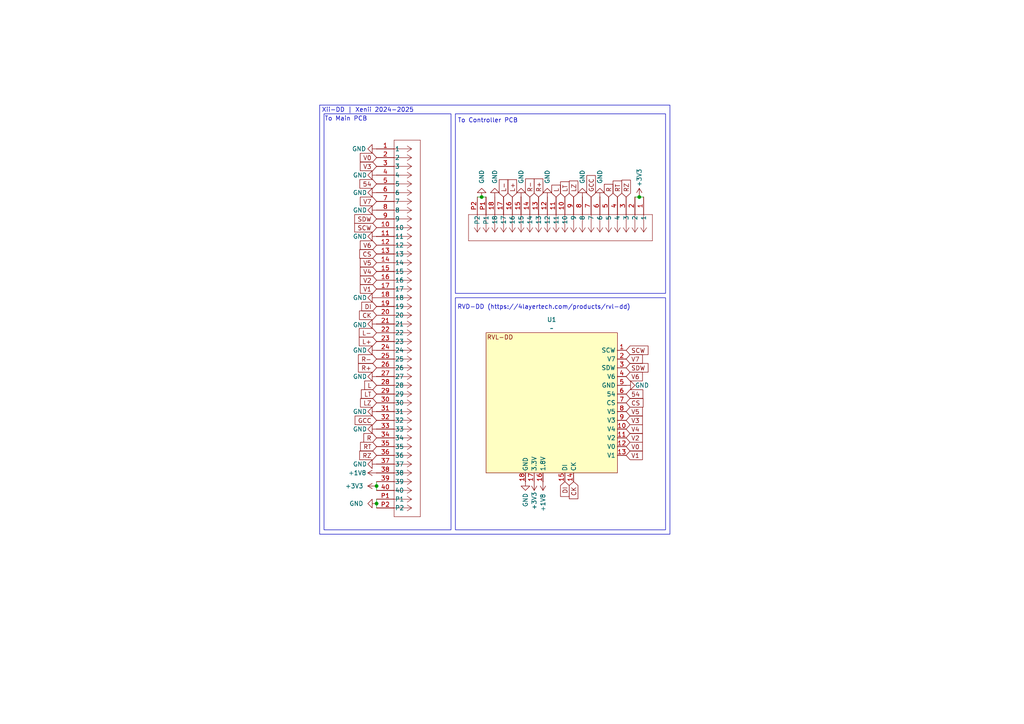
<source format=kicad_sch>
(kicad_sch
	(version 20231120)
	(generator "eeschema")
	(generator_version "8.0")
	(uuid "c75ca9ac-f4f0-4ea8-a5ac-bfc1071f85e2")
	(paper "A4")
	(lib_symbols
		(symbol "5051101892:5051101892"
			(pin_names
				(offset 0.254)
			)
			(exclude_from_sim no)
			(in_bom yes)
			(on_board yes)
			(property "Reference" "J"
				(at 8.89 6.35 0)
				(effects
					(font
						(size 1.524 1.524)
					)
				)
			)
			(property "Value" "5051101892"
				(at 0 0 0)
				(effects
					(font
						(size 1.524 1.524)
					)
				)
			)
			(property "Footprint" "CON_5051101892_MOL"
				(at 0 0 0)
				(effects
					(font
						(size 1.27 1.27)
						(italic yes)
					)
					(hide yes)
				)
			)
			(property "Datasheet" "5051101892"
				(at 0 0 0)
				(effects
					(font
						(size 1.27 1.27)
						(italic yes)
					)
					(hide yes)
				)
			)
			(property "Description" ""
				(at 0 0 0)
				(effects
					(font
						(size 1.27 1.27)
					)
					(hide yes)
				)
			)
			(property "ki_locked" ""
				(at 0 0 0)
				(effects
					(font
						(size 1.27 1.27)
					)
				)
			)
			(property "ki_keywords" "5051101892"
				(at 0 0 0)
				(effects
					(font
						(size 1.27 1.27)
					)
					(hide yes)
				)
			)
			(property "ki_fp_filters" "CON_5051101892_MOL"
				(at 0 0 0)
				(effects
					(font
						(size 1.27 1.27)
					)
					(hide yes)
				)
			)
			(symbol "5051101892_1_1"
				(polyline
					(pts
						(xy 5.08 -50.8) (xy 12.7 -50.8)
					)
					(stroke
						(width 0.127)
						(type default)
					)
					(fill
						(type none)
					)
				)
				(polyline
					(pts
						(xy 5.08 2.54) (xy 5.08 -50.8)
					)
					(stroke
						(width 0.127)
						(type default)
					)
					(fill
						(type none)
					)
				)
				(polyline
					(pts
						(xy 10.16 -48.26) (xy 5.08 -48.26)
					)
					(stroke
						(width 0.127)
						(type default)
					)
					(fill
						(type none)
					)
				)
				(polyline
					(pts
						(xy 10.16 -48.26) (xy 8.89 -49.1067)
					)
					(stroke
						(width 0.127)
						(type default)
					)
					(fill
						(type none)
					)
				)
				(polyline
					(pts
						(xy 10.16 -48.26) (xy 8.89 -47.4133)
					)
					(stroke
						(width 0.127)
						(type default)
					)
					(fill
						(type none)
					)
				)
				(polyline
					(pts
						(xy 10.16 -45.72) (xy 5.08 -45.72)
					)
					(stroke
						(width 0.127)
						(type default)
					)
					(fill
						(type none)
					)
				)
				(polyline
					(pts
						(xy 10.16 -45.72) (xy 8.89 -46.5667)
					)
					(stroke
						(width 0.127)
						(type default)
					)
					(fill
						(type none)
					)
				)
				(polyline
					(pts
						(xy 10.16 -45.72) (xy 8.89 -44.8733)
					)
					(stroke
						(width 0.127)
						(type default)
					)
					(fill
						(type none)
					)
				)
				(polyline
					(pts
						(xy 10.16 -43.18) (xy 5.08 -43.18)
					)
					(stroke
						(width 0.127)
						(type default)
					)
					(fill
						(type none)
					)
				)
				(polyline
					(pts
						(xy 10.16 -43.18) (xy 8.89 -44.0267)
					)
					(stroke
						(width 0.127)
						(type default)
					)
					(fill
						(type none)
					)
				)
				(polyline
					(pts
						(xy 10.16 -43.18) (xy 8.89 -42.3333)
					)
					(stroke
						(width 0.127)
						(type default)
					)
					(fill
						(type none)
					)
				)
				(polyline
					(pts
						(xy 10.16 -40.64) (xy 5.08 -40.64)
					)
					(stroke
						(width 0.127)
						(type default)
					)
					(fill
						(type none)
					)
				)
				(polyline
					(pts
						(xy 10.16 -40.64) (xy 8.89 -41.4867)
					)
					(stroke
						(width 0.127)
						(type default)
					)
					(fill
						(type none)
					)
				)
				(polyline
					(pts
						(xy 10.16 -40.64) (xy 8.89 -39.7933)
					)
					(stroke
						(width 0.127)
						(type default)
					)
					(fill
						(type none)
					)
				)
				(polyline
					(pts
						(xy 10.16 -38.1) (xy 5.08 -38.1)
					)
					(stroke
						(width 0.127)
						(type default)
					)
					(fill
						(type none)
					)
				)
				(polyline
					(pts
						(xy 10.16 -38.1) (xy 8.89 -38.9467)
					)
					(stroke
						(width 0.127)
						(type default)
					)
					(fill
						(type none)
					)
				)
				(polyline
					(pts
						(xy 10.16 -38.1) (xy 8.89 -37.2533)
					)
					(stroke
						(width 0.127)
						(type default)
					)
					(fill
						(type none)
					)
				)
				(polyline
					(pts
						(xy 10.16 -35.56) (xy 5.08 -35.56)
					)
					(stroke
						(width 0.127)
						(type default)
					)
					(fill
						(type none)
					)
				)
				(polyline
					(pts
						(xy 10.16 -35.56) (xy 8.89 -36.4067)
					)
					(stroke
						(width 0.127)
						(type default)
					)
					(fill
						(type none)
					)
				)
				(polyline
					(pts
						(xy 10.16 -35.56) (xy 8.89 -34.7133)
					)
					(stroke
						(width 0.127)
						(type default)
					)
					(fill
						(type none)
					)
				)
				(polyline
					(pts
						(xy 10.16 -33.02) (xy 5.08 -33.02)
					)
					(stroke
						(width 0.127)
						(type default)
					)
					(fill
						(type none)
					)
				)
				(polyline
					(pts
						(xy 10.16 -33.02) (xy 8.89 -33.8667)
					)
					(stroke
						(width 0.127)
						(type default)
					)
					(fill
						(type none)
					)
				)
				(polyline
					(pts
						(xy 10.16 -33.02) (xy 8.89 -32.1733)
					)
					(stroke
						(width 0.127)
						(type default)
					)
					(fill
						(type none)
					)
				)
				(polyline
					(pts
						(xy 10.16 -30.48) (xy 5.08 -30.48)
					)
					(stroke
						(width 0.127)
						(type default)
					)
					(fill
						(type none)
					)
				)
				(polyline
					(pts
						(xy 10.16 -30.48) (xy 8.89 -31.3267)
					)
					(stroke
						(width 0.127)
						(type default)
					)
					(fill
						(type none)
					)
				)
				(polyline
					(pts
						(xy 10.16 -30.48) (xy 8.89 -29.6333)
					)
					(stroke
						(width 0.127)
						(type default)
					)
					(fill
						(type none)
					)
				)
				(polyline
					(pts
						(xy 10.16 -27.94) (xy 5.08 -27.94)
					)
					(stroke
						(width 0.127)
						(type default)
					)
					(fill
						(type none)
					)
				)
				(polyline
					(pts
						(xy 10.16 -27.94) (xy 8.89 -28.7867)
					)
					(stroke
						(width 0.127)
						(type default)
					)
					(fill
						(type none)
					)
				)
				(polyline
					(pts
						(xy 10.16 -27.94) (xy 8.89 -27.0933)
					)
					(stroke
						(width 0.127)
						(type default)
					)
					(fill
						(type none)
					)
				)
				(polyline
					(pts
						(xy 10.16 -25.4) (xy 5.08 -25.4)
					)
					(stroke
						(width 0.127)
						(type default)
					)
					(fill
						(type none)
					)
				)
				(polyline
					(pts
						(xy 10.16 -25.4) (xy 8.89 -26.2467)
					)
					(stroke
						(width 0.127)
						(type default)
					)
					(fill
						(type none)
					)
				)
				(polyline
					(pts
						(xy 10.16 -25.4) (xy 8.89 -24.5533)
					)
					(stroke
						(width 0.127)
						(type default)
					)
					(fill
						(type none)
					)
				)
				(polyline
					(pts
						(xy 10.16 -22.86) (xy 5.08 -22.86)
					)
					(stroke
						(width 0.127)
						(type default)
					)
					(fill
						(type none)
					)
				)
				(polyline
					(pts
						(xy 10.16 -22.86) (xy 8.89 -23.7067)
					)
					(stroke
						(width 0.127)
						(type default)
					)
					(fill
						(type none)
					)
				)
				(polyline
					(pts
						(xy 10.16 -22.86) (xy 8.89 -22.0133)
					)
					(stroke
						(width 0.127)
						(type default)
					)
					(fill
						(type none)
					)
				)
				(polyline
					(pts
						(xy 10.16 -20.32) (xy 5.08 -20.32)
					)
					(stroke
						(width 0.127)
						(type default)
					)
					(fill
						(type none)
					)
				)
				(polyline
					(pts
						(xy 10.16 -20.32) (xy 8.89 -21.1667)
					)
					(stroke
						(width 0.127)
						(type default)
					)
					(fill
						(type none)
					)
				)
				(polyline
					(pts
						(xy 10.16 -20.32) (xy 8.89 -19.4733)
					)
					(stroke
						(width 0.127)
						(type default)
					)
					(fill
						(type none)
					)
				)
				(polyline
					(pts
						(xy 10.16 -17.78) (xy 5.08 -17.78)
					)
					(stroke
						(width 0.127)
						(type default)
					)
					(fill
						(type none)
					)
				)
				(polyline
					(pts
						(xy 10.16 -17.78) (xy 8.89 -18.6267)
					)
					(stroke
						(width 0.127)
						(type default)
					)
					(fill
						(type none)
					)
				)
				(polyline
					(pts
						(xy 10.16 -17.78) (xy 8.89 -16.9333)
					)
					(stroke
						(width 0.127)
						(type default)
					)
					(fill
						(type none)
					)
				)
				(polyline
					(pts
						(xy 10.16 -15.24) (xy 5.08 -15.24)
					)
					(stroke
						(width 0.127)
						(type default)
					)
					(fill
						(type none)
					)
				)
				(polyline
					(pts
						(xy 10.16 -15.24) (xy 8.89 -16.0867)
					)
					(stroke
						(width 0.127)
						(type default)
					)
					(fill
						(type none)
					)
				)
				(polyline
					(pts
						(xy 10.16 -15.24) (xy 8.89 -14.3933)
					)
					(stroke
						(width 0.127)
						(type default)
					)
					(fill
						(type none)
					)
				)
				(polyline
					(pts
						(xy 10.16 -12.7) (xy 5.08 -12.7)
					)
					(stroke
						(width 0.127)
						(type default)
					)
					(fill
						(type none)
					)
				)
				(polyline
					(pts
						(xy 10.16 -12.7) (xy 8.89 -13.5467)
					)
					(stroke
						(width 0.127)
						(type default)
					)
					(fill
						(type none)
					)
				)
				(polyline
					(pts
						(xy 10.16 -12.7) (xy 8.89 -11.8533)
					)
					(stroke
						(width 0.127)
						(type default)
					)
					(fill
						(type none)
					)
				)
				(polyline
					(pts
						(xy 10.16 -10.16) (xy 5.08 -10.16)
					)
					(stroke
						(width 0.127)
						(type default)
					)
					(fill
						(type none)
					)
				)
				(polyline
					(pts
						(xy 10.16 -10.16) (xy 8.89 -11.0067)
					)
					(stroke
						(width 0.127)
						(type default)
					)
					(fill
						(type none)
					)
				)
				(polyline
					(pts
						(xy 10.16 -10.16) (xy 8.89 -9.3133)
					)
					(stroke
						(width 0.127)
						(type default)
					)
					(fill
						(type none)
					)
				)
				(polyline
					(pts
						(xy 10.16 -7.62) (xy 5.08 -7.62)
					)
					(stroke
						(width 0.127)
						(type default)
					)
					(fill
						(type none)
					)
				)
				(polyline
					(pts
						(xy 10.16 -7.62) (xy 8.89 -8.4667)
					)
					(stroke
						(width 0.127)
						(type default)
					)
					(fill
						(type none)
					)
				)
				(polyline
					(pts
						(xy 10.16 -7.62) (xy 8.89 -6.7733)
					)
					(stroke
						(width 0.127)
						(type default)
					)
					(fill
						(type none)
					)
				)
				(polyline
					(pts
						(xy 10.16 -5.08) (xy 5.08 -5.08)
					)
					(stroke
						(width 0.127)
						(type default)
					)
					(fill
						(type none)
					)
				)
				(polyline
					(pts
						(xy 10.16 -5.08) (xy 8.89 -5.9267)
					)
					(stroke
						(width 0.127)
						(type default)
					)
					(fill
						(type none)
					)
				)
				(polyline
					(pts
						(xy 10.16 -5.08) (xy 8.89 -4.2333)
					)
					(stroke
						(width 0.127)
						(type default)
					)
					(fill
						(type none)
					)
				)
				(polyline
					(pts
						(xy 10.16 -2.54) (xy 5.08 -2.54)
					)
					(stroke
						(width 0.127)
						(type default)
					)
					(fill
						(type none)
					)
				)
				(polyline
					(pts
						(xy 10.16 -2.54) (xy 8.89 -3.3867)
					)
					(stroke
						(width 0.127)
						(type default)
					)
					(fill
						(type none)
					)
				)
				(polyline
					(pts
						(xy 10.16 -2.54) (xy 8.89 -1.6933)
					)
					(stroke
						(width 0.127)
						(type default)
					)
					(fill
						(type none)
					)
				)
				(polyline
					(pts
						(xy 10.16 0) (xy 5.08 0)
					)
					(stroke
						(width 0.127)
						(type default)
					)
					(fill
						(type none)
					)
				)
				(polyline
					(pts
						(xy 10.16 0) (xy 8.89 -0.8467)
					)
					(stroke
						(width 0.127)
						(type default)
					)
					(fill
						(type none)
					)
				)
				(polyline
					(pts
						(xy 10.16 0) (xy 8.89 0.8467)
					)
					(stroke
						(width 0.127)
						(type default)
					)
					(fill
						(type none)
					)
				)
				(polyline
					(pts
						(xy 12.7 -50.8) (xy 12.7 2.54)
					)
					(stroke
						(width 0.127)
						(type default)
					)
					(fill
						(type none)
					)
				)
				(polyline
					(pts
						(xy 12.7 2.54) (xy 5.08 2.54)
					)
					(stroke
						(width 0.127)
						(type default)
					)
					(fill
						(type none)
					)
				)
				(pin unspecified line
					(at 0 0 0)
					(length 5.08)
					(name "1"
						(effects
							(font
								(size 1.27 1.27)
							)
						)
					)
					(number "1"
						(effects
							(font
								(size 1.27 1.27)
							)
						)
					)
				)
				(pin unspecified line
					(at 0 -22.86 0)
					(length 5.08)
					(name "10"
						(effects
							(font
								(size 1.27 1.27)
							)
						)
					)
					(number "10"
						(effects
							(font
								(size 1.27 1.27)
							)
						)
					)
				)
				(pin unspecified line
					(at 0 -25.4 0)
					(length 5.08)
					(name "11"
						(effects
							(font
								(size 1.27 1.27)
							)
						)
					)
					(number "11"
						(effects
							(font
								(size 1.27 1.27)
							)
						)
					)
				)
				(pin unspecified line
					(at 0 -27.94 0)
					(length 5.08)
					(name "12"
						(effects
							(font
								(size 1.27 1.27)
							)
						)
					)
					(number "12"
						(effects
							(font
								(size 1.27 1.27)
							)
						)
					)
				)
				(pin unspecified line
					(at 0 -30.48 0)
					(length 5.08)
					(name "13"
						(effects
							(font
								(size 1.27 1.27)
							)
						)
					)
					(number "13"
						(effects
							(font
								(size 1.27 1.27)
							)
						)
					)
				)
				(pin unspecified line
					(at 0 -33.02 0)
					(length 5.08)
					(name "14"
						(effects
							(font
								(size 1.27 1.27)
							)
						)
					)
					(number "14"
						(effects
							(font
								(size 1.27 1.27)
							)
						)
					)
				)
				(pin unspecified line
					(at 0 -35.56 0)
					(length 5.08)
					(name "15"
						(effects
							(font
								(size 1.27 1.27)
							)
						)
					)
					(number "15"
						(effects
							(font
								(size 1.27 1.27)
							)
						)
					)
				)
				(pin unspecified line
					(at 0 -38.1 0)
					(length 5.08)
					(name "16"
						(effects
							(font
								(size 1.27 1.27)
							)
						)
					)
					(number "16"
						(effects
							(font
								(size 1.27 1.27)
							)
						)
					)
				)
				(pin unspecified line
					(at 0 -40.64 0)
					(length 5.08)
					(name "17"
						(effects
							(font
								(size 1.27 1.27)
							)
						)
					)
					(number "17"
						(effects
							(font
								(size 1.27 1.27)
							)
						)
					)
				)
				(pin unspecified line
					(at 0 -43.18 0)
					(length 5.08)
					(name "18"
						(effects
							(font
								(size 1.27 1.27)
							)
						)
					)
					(number "18"
						(effects
							(font
								(size 1.27 1.27)
							)
						)
					)
				)
				(pin unspecified line
					(at 0 -2.54 0)
					(length 5.08)
					(name "2"
						(effects
							(font
								(size 1.27 1.27)
							)
						)
					)
					(number "2"
						(effects
							(font
								(size 1.27 1.27)
							)
						)
					)
				)
				(pin unspecified line
					(at 0 -5.08 0)
					(length 5.08)
					(name "3"
						(effects
							(font
								(size 1.27 1.27)
							)
						)
					)
					(number "3"
						(effects
							(font
								(size 1.27 1.27)
							)
						)
					)
				)
				(pin unspecified line
					(at 0 -7.62 0)
					(length 5.08)
					(name "4"
						(effects
							(font
								(size 1.27 1.27)
							)
						)
					)
					(number "4"
						(effects
							(font
								(size 1.27 1.27)
							)
						)
					)
				)
				(pin unspecified line
					(at 0 -10.16 0)
					(length 5.08)
					(name "5"
						(effects
							(font
								(size 1.27 1.27)
							)
						)
					)
					(number "5"
						(effects
							(font
								(size 1.27 1.27)
							)
						)
					)
				)
				(pin unspecified line
					(at 0 -12.7 0)
					(length 5.08)
					(name "6"
						(effects
							(font
								(size 1.27 1.27)
							)
						)
					)
					(number "6"
						(effects
							(font
								(size 1.27 1.27)
							)
						)
					)
				)
				(pin unspecified line
					(at 0 -15.24 0)
					(length 5.08)
					(name "7"
						(effects
							(font
								(size 1.27 1.27)
							)
						)
					)
					(number "7"
						(effects
							(font
								(size 1.27 1.27)
							)
						)
					)
				)
				(pin unspecified line
					(at 0 -17.78 0)
					(length 5.08)
					(name "8"
						(effects
							(font
								(size 1.27 1.27)
							)
						)
					)
					(number "8"
						(effects
							(font
								(size 1.27 1.27)
							)
						)
					)
				)
				(pin unspecified line
					(at 0 -20.32 0)
					(length 5.08)
					(name "9"
						(effects
							(font
								(size 1.27 1.27)
							)
						)
					)
					(number "9"
						(effects
							(font
								(size 1.27 1.27)
							)
						)
					)
				)
				(pin unspecified line
					(at 0 -45.72 0)
					(length 5.08)
					(name "P1"
						(effects
							(font
								(size 1.27 1.27)
							)
						)
					)
					(number "P1"
						(effects
							(font
								(size 1.27 1.27)
							)
						)
					)
				)
				(pin unspecified line
					(at 0 -48.26 0)
					(length 5.08)
					(name "P2"
						(effects
							(font
								(size 1.27 1.27)
							)
						)
					)
					(number "P2"
						(effects
							(font
								(size 1.27 1.27)
							)
						)
					)
				)
			)
			(symbol "5051101892_1_2"
				(polyline
					(pts
						(xy 5.08 -50.8) (xy 12.7 -50.8)
					)
					(stroke
						(width 0.127)
						(type default)
					)
					(fill
						(type none)
					)
				)
				(polyline
					(pts
						(xy 5.08 2.54) (xy 5.08 -50.8)
					)
					(stroke
						(width 0.127)
						(type default)
					)
					(fill
						(type none)
					)
				)
				(polyline
					(pts
						(xy 7.62 -48.26) (xy 5.08 -48.26)
					)
					(stroke
						(width 0.127)
						(type default)
					)
					(fill
						(type none)
					)
				)
				(polyline
					(pts
						(xy 7.62 -48.26) (xy 8.89 -49.1067)
					)
					(stroke
						(width 0.127)
						(type default)
					)
					(fill
						(type none)
					)
				)
				(polyline
					(pts
						(xy 7.62 -48.26) (xy 8.89 -47.4133)
					)
					(stroke
						(width 0.127)
						(type default)
					)
					(fill
						(type none)
					)
				)
				(polyline
					(pts
						(xy 7.62 -45.72) (xy 5.08 -45.72)
					)
					(stroke
						(width 0.127)
						(type default)
					)
					(fill
						(type none)
					)
				)
				(polyline
					(pts
						(xy 7.62 -45.72) (xy 8.89 -46.5667)
					)
					(stroke
						(width 0.127)
						(type default)
					)
					(fill
						(type none)
					)
				)
				(polyline
					(pts
						(xy 7.62 -45.72) (xy 8.89 -44.8733)
					)
					(stroke
						(width 0.127)
						(type default)
					)
					(fill
						(type none)
					)
				)
				(polyline
					(pts
						(xy 7.62 -43.18) (xy 5.08 -43.18)
					)
					(stroke
						(width 0.127)
						(type default)
					)
					(fill
						(type none)
					)
				)
				(polyline
					(pts
						(xy 7.62 -43.18) (xy 8.89 -44.0267)
					)
					(stroke
						(width 0.127)
						(type default)
					)
					(fill
						(type none)
					)
				)
				(polyline
					(pts
						(xy 7.62 -43.18) (xy 8.89 -42.3333)
					)
					(stroke
						(width 0.127)
						(type default)
					)
					(fill
						(type none)
					)
				)
				(polyline
					(pts
						(xy 7.62 -40.64) (xy 5.08 -40.64)
					)
					(stroke
						(width 0.127)
						(type default)
					)
					(fill
						(type none)
					)
				)
				(polyline
					(pts
						(xy 7.62 -40.64) (xy 8.89 -41.4867)
					)
					(stroke
						(width 0.127)
						(type default)
					)
					(fill
						(type none)
					)
				)
				(polyline
					(pts
						(xy 7.62 -40.64) (xy 8.89 -39.7933)
					)
					(stroke
						(width 0.127)
						(type default)
					)
					(fill
						(type none)
					)
				)
				(polyline
					(pts
						(xy 7.62 -38.1) (xy 5.08 -38.1)
					)
					(stroke
						(width 0.127)
						(type default)
					)
					(fill
						(type none)
					)
				)
				(polyline
					(pts
						(xy 7.62 -38.1) (xy 8.89 -38.9467)
					)
					(stroke
						(width 0.127)
						(type default)
					)
					(fill
						(type none)
					)
				)
				(polyline
					(pts
						(xy 7.62 -38.1) (xy 8.89 -37.2533)
					)
					(stroke
						(width 0.127)
						(type default)
					)
					(fill
						(type none)
					)
				)
				(polyline
					(pts
						(xy 7.62 -35.56) (xy 5.08 -35.56)
					)
					(stroke
						(width 0.127)
						(type default)
					)
					(fill
						(type none)
					)
				)
				(polyline
					(pts
						(xy 7.62 -35.56) (xy 8.89 -36.4067)
					)
					(stroke
						(width 0.127)
						(type default)
					)
					(fill
						(type none)
					)
				)
				(polyline
					(pts
						(xy 7.62 -35.56) (xy 8.89 -34.7133)
					)
					(stroke
						(width 0.127)
						(type default)
					)
					(fill
						(type none)
					)
				)
				(polyline
					(pts
						(xy 7.62 -33.02) (xy 5.08 -33.02)
					)
					(stroke
						(width 0.127)
						(type default)
					)
					(fill
						(type none)
					)
				)
				(polyline
					(pts
						(xy 7.62 -33.02) (xy 8.89 -33.8667)
					)
					(stroke
						(width 0.127)
						(type default)
					)
					(fill
						(type none)
					)
				)
				(polyline
					(pts
						(xy 7.62 -33.02) (xy 8.89 -32.1733)
					)
					(stroke
						(width 0.127)
						(type default)
					)
					(fill
						(type none)
					)
				)
				(polyline
					(pts
						(xy 7.62 -30.48) (xy 5.08 -30.48)
					)
					(stroke
						(width 0.127)
						(type default)
					)
					(fill
						(type none)
					)
				)
				(polyline
					(pts
						(xy 7.62 -30.48) (xy 8.89 -31.3267)
					)
					(stroke
						(width 0.127)
						(type default)
					)
					(fill
						(type none)
					)
				)
				(polyline
					(pts
						(xy 7.62 -30.48) (xy 8.89 -29.6333)
					)
					(stroke
						(width 0.127)
						(type default)
					)
					(fill
						(type none)
					)
				)
				(polyline
					(pts
						(xy 7.62 -27.94) (xy 5.08 -27.94)
					)
					(stroke
						(width 0.127)
						(type default)
					)
					(fill
						(type none)
					)
				)
				(polyline
					(pts
						(xy 7.62 -27.94) (xy 8.89 -28.7867)
					)
					(stroke
						(width 0.127)
						(type default)
					)
					(fill
						(type none)
					)
				)
				(polyline
					(pts
						(xy 7.62 -27.94) (xy 8.89 -27.0933)
					)
					(stroke
						(width 0.127)
						(type default)
					)
					(fill
						(type none)
					)
				)
				(polyline
					(pts
						(xy 7.62 -25.4) (xy 5.08 -25.4)
					)
					(stroke
						(width 0.127)
						(type default)
					)
					(fill
						(type none)
					)
				)
				(polyline
					(pts
						(xy 7.62 -25.4) (xy 8.89 -26.2467)
					)
					(stroke
						(width 0.127)
						(type default)
					)
					(fill
						(type none)
					)
				)
				(polyline
					(pts
						(xy 7.62 -25.4) (xy 8.89 -24.5533)
					)
					(stroke
						(width 0.127)
						(type default)
					)
					(fill
						(type none)
					)
				)
				(polyline
					(pts
						(xy 7.62 -22.86) (xy 5.08 -22.86)
					)
					(stroke
						(width 0.127)
						(type default)
					)
					(fill
						(type none)
					)
				)
				(polyline
					(pts
						(xy 7.62 -22.86) (xy 8.89 -23.7067)
					)
					(stroke
						(width 0.127)
						(type default)
					)
					(fill
						(type none)
					)
				)
				(polyline
					(pts
						(xy 7.62 -22.86) (xy 8.89 -22.0133)
					)
					(stroke
						(width 0.127)
						(type default)
					)
					(fill
						(type none)
					)
				)
				(polyline
					(pts
						(xy 7.62 -20.32) (xy 5.08 -20.32)
					)
					(stroke
						(width 0.127)
						(type default)
					)
					(fill
						(type none)
					)
				)
				(polyline
					(pts
						(xy 7.62 -20.32) (xy 8.89 -21.1667)
					)
					(stroke
						(width 0.127)
						(type default)
					)
					(fill
						(type none)
					)
				)
				(polyline
					(pts
						(xy 7.62 -20.32) (xy 8.89 -19.4733)
					)
					(stroke
						(width 0.127)
						(type default)
					)
					(fill
						(type none)
					)
				)
				(polyline
					(pts
						(xy 7.62 -17.78) (xy 5.08 -17.78)
					)
					(stroke
						(width 0.127)
						(type default)
					)
					(fill
						(type none)
					)
				)
				(polyline
					(pts
						(xy 7.62 -17.78) (xy 8.89 -18.6267)
					)
					(stroke
						(width 0.127)
						(type default)
					)
					(fill
						(type none)
					)
				)
				(polyline
					(pts
						(xy 7.62 -17.78) (xy 8.89 -16.9333)
					)
					(stroke
						(width 0.127)
						(type default)
					)
					(fill
						(type none)
					)
				)
				(polyline
					(pts
						(xy 7.62 -15.24) (xy 5.08 -15.24)
					)
					(stroke
						(width 0.127)
						(type default)
					)
					(fill
						(type none)
					)
				)
				(polyline
					(pts
						(xy 7.62 -15.24) (xy 8.89 -16.0867)
					)
					(stroke
						(width 0.127)
						(type default)
					)
					(fill
						(type none)
					)
				)
				(polyline
					(pts
						(xy 7.62 -15.24) (xy 8.89 -14.3933)
					)
					(stroke
						(width 0.127)
						(type default)
					)
					(fill
						(type none)
					)
				)
				(polyline
					(pts
						(xy 7.62 -12.7) (xy 5.08 -12.7)
					)
					(stroke
						(width 0.127)
						(type default)
					)
					(fill
						(type none)
					)
				)
				(polyline
					(pts
						(xy 7.62 -12.7) (xy 8.89 -13.5467)
					)
					(stroke
						(width 0.127)
						(type default)
					)
					(fill
						(type none)
					)
				)
				(polyline
					(pts
						(xy 7.62 -12.7) (xy 8.89 -11.8533)
					)
					(stroke
						(width 0.127)
						(type default)
					)
					(fill
						(type none)
					)
				)
				(polyline
					(pts
						(xy 7.62 -10.16) (xy 5.08 -10.16)
					)
					(stroke
						(width 0.127)
						(type default)
					)
					(fill
						(type none)
					)
				)
				(polyline
					(pts
						(xy 7.62 -10.16) (xy 8.89 -11.0067)
					)
					(stroke
						(width 0.127)
						(type default)
					)
					(fill
						(type none)
					)
				)
				(polyline
					(pts
						(xy 7.62 -10.16) (xy 8.89 -9.3133)
					)
					(stroke
						(width 0.127)
						(type default)
					)
					(fill
						(type none)
					)
				)
				(polyline
					(pts
						(xy 7.62 -7.62) (xy 5.08 -7.62)
					)
					(stroke
						(width 0.127)
						(type default)
					)
					(fill
						(type none)
					)
				)
				(polyline
					(pts
						(xy 7.62 -7.62) (xy 8.89 -8.4667)
					)
					(stroke
						(width 0.127)
						(type default)
					)
					(fill
						(type none)
					)
				)
				(polyline
					(pts
						(xy 7.62 -7.62) (xy 8.89 -6.7733)
					)
					(stroke
						(width 0.127)
						(type default)
					)
					(fill
						(type none)
					)
				)
				(polyline
					(pts
						(xy 7.62 -5.08) (xy 5.08 -5.08)
					)
					(stroke
						(width 0.127)
						(type default)
					)
					(fill
						(type none)
					)
				)
				(polyline
					(pts
						(xy 7.62 -5.08) (xy 8.89 -5.9267)
					)
					(stroke
						(width 0.127)
						(type default)
					)
					(fill
						(type none)
					)
				)
				(polyline
					(pts
						(xy 7.62 -5.08) (xy 8.89 -4.2333)
					)
					(stroke
						(width 0.127)
						(type default)
					)
					(fill
						(type none)
					)
				)
				(polyline
					(pts
						(xy 7.62 -2.54) (xy 5.08 -2.54)
					)
					(stroke
						(width 0.127)
						(type default)
					)
					(fill
						(type none)
					)
				)
				(polyline
					(pts
						(xy 7.62 -2.54) (xy 8.89 -3.3867)
					)
					(stroke
						(width 0.127)
						(type default)
					)
					(fill
						(type none)
					)
				)
				(polyline
					(pts
						(xy 7.62 -2.54) (xy 8.89 -1.6933)
					)
					(stroke
						(width 0.127)
						(type default)
					)
					(fill
						(type none)
					)
				)
				(polyline
					(pts
						(xy 7.62 0) (xy 5.08 0)
					)
					(stroke
						(width 0.127)
						(type default)
					)
					(fill
						(type none)
					)
				)
				(polyline
					(pts
						(xy 7.62 0) (xy 8.89 -0.8467)
					)
					(stroke
						(width 0.127)
						(type default)
					)
					(fill
						(type none)
					)
				)
				(polyline
					(pts
						(xy 7.62 0) (xy 8.89 0.8467)
					)
					(stroke
						(width 0.127)
						(type default)
					)
					(fill
						(type none)
					)
				)
				(polyline
					(pts
						(xy 12.7 -50.8) (xy 12.7 2.54)
					)
					(stroke
						(width 0.127)
						(type default)
					)
					(fill
						(type none)
					)
				)
				(polyline
					(pts
						(xy 12.7 2.54) (xy 5.08 2.54)
					)
					(stroke
						(width 0.127)
						(type default)
					)
					(fill
						(type none)
					)
				)
				(pin unspecified line
					(at 0 0 0)
					(length 5.08)
					(name "1"
						(effects
							(font
								(size 1.27 1.27)
							)
						)
					)
					(number "1"
						(effects
							(font
								(size 1.27 1.27)
							)
						)
					)
				)
				(pin unspecified line
					(at 0 -22.86 0)
					(length 5.08)
					(name "10"
						(effects
							(font
								(size 1.27 1.27)
							)
						)
					)
					(number "10"
						(effects
							(font
								(size 1.27 1.27)
							)
						)
					)
				)
				(pin unspecified line
					(at 0 -25.4 0)
					(length 5.08)
					(name "11"
						(effects
							(font
								(size 1.27 1.27)
							)
						)
					)
					(number "11"
						(effects
							(font
								(size 1.27 1.27)
							)
						)
					)
				)
				(pin unspecified line
					(at 0 -27.94 0)
					(length 5.08)
					(name "12"
						(effects
							(font
								(size 1.27 1.27)
							)
						)
					)
					(number "12"
						(effects
							(font
								(size 1.27 1.27)
							)
						)
					)
				)
				(pin unspecified line
					(at 0 -30.48 0)
					(length 5.08)
					(name "13"
						(effects
							(font
								(size 1.27 1.27)
							)
						)
					)
					(number "13"
						(effects
							(font
								(size 1.27 1.27)
							)
						)
					)
				)
				(pin unspecified line
					(at 0 -33.02 0)
					(length 5.08)
					(name "14"
						(effects
							(font
								(size 1.27 1.27)
							)
						)
					)
					(number "14"
						(effects
							(font
								(size 1.27 1.27)
							)
						)
					)
				)
				(pin unspecified line
					(at 0 -35.56 0)
					(length 5.08)
					(name "15"
						(effects
							(font
								(size 1.27 1.27)
							)
						)
					)
					(number "15"
						(effects
							(font
								(size 1.27 1.27)
							)
						)
					)
				)
				(pin unspecified line
					(at 0 -38.1 0)
					(length 5.08)
					(name "16"
						(effects
							(font
								(size 1.27 1.27)
							)
						)
					)
					(number "16"
						(effects
							(font
								(size 1.27 1.27)
							)
						)
					)
				)
				(pin unspecified line
					(at 0 -40.64 0)
					(length 5.08)
					(name "17"
						(effects
							(font
								(size 1.27 1.27)
							)
						)
					)
					(number "17"
						(effects
							(font
								(size 1.27 1.27)
							)
						)
					)
				)
				(pin unspecified line
					(at 0 -43.18 0)
					(length 5.08)
					(name "18"
						(effects
							(font
								(size 1.27 1.27)
							)
						)
					)
					(number "18"
						(effects
							(font
								(size 1.27 1.27)
							)
						)
					)
				)
				(pin unspecified line
					(at 0 -2.54 0)
					(length 5.08)
					(name "2"
						(effects
							(font
								(size 1.27 1.27)
							)
						)
					)
					(number "2"
						(effects
							(font
								(size 1.27 1.27)
							)
						)
					)
				)
				(pin unspecified line
					(at 0 -5.08 0)
					(length 5.08)
					(name "3"
						(effects
							(font
								(size 1.27 1.27)
							)
						)
					)
					(number "3"
						(effects
							(font
								(size 1.27 1.27)
							)
						)
					)
				)
				(pin unspecified line
					(at 0 -7.62 0)
					(length 5.08)
					(name "4"
						(effects
							(font
								(size 1.27 1.27)
							)
						)
					)
					(number "4"
						(effects
							(font
								(size 1.27 1.27)
							)
						)
					)
				)
				(pin unspecified line
					(at 0 -10.16 0)
					(length 5.08)
					(name "5"
						(effects
							(font
								(size 1.27 1.27)
							)
						)
					)
					(number "5"
						(effects
							(font
								(size 1.27 1.27)
							)
						)
					)
				)
				(pin unspecified line
					(at 0 -12.7 0)
					(length 5.08)
					(name "6"
						(effects
							(font
								(size 1.27 1.27)
							)
						)
					)
					(number "6"
						(effects
							(font
								(size 1.27 1.27)
							)
						)
					)
				)
				(pin unspecified line
					(at 0 -15.24 0)
					(length 5.08)
					(name "7"
						(effects
							(font
								(size 1.27 1.27)
							)
						)
					)
					(number "7"
						(effects
							(font
								(size 1.27 1.27)
							)
						)
					)
				)
				(pin unspecified line
					(at 0 -17.78 0)
					(length 5.08)
					(name "8"
						(effects
							(font
								(size 1.27 1.27)
							)
						)
					)
					(number "8"
						(effects
							(font
								(size 1.27 1.27)
							)
						)
					)
				)
				(pin unspecified line
					(at 0 -20.32 0)
					(length 5.08)
					(name "9"
						(effects
							(font
								(size 1.27 1.27)
							)
						)
					)
					(number "9"
						(effects
							(font
								(size 1.27 1.27)
							)
						)
					)
				)
				(pin unspecified line
					(at 0 -45.72 0)
					(length 5.08)
					(name "P1"
						(effects
							(font
								(size 1.27 1.27)
							)
						)
					)
					(number "P1"
						(effects
							(font
								(size 1.27 1.27)
							)
						)
					)
				)
				(pin unspecified line
					(at 0 -48.26 0)
					(length 5.08)
					(name "P2"
						(effects
							(font
								(size 1.27 1.27)
							)
						)
					)
					(number "P2"
						(effects
							(font
								(size 1.27 1.27)
							)
						)
					)
				)
			)
		)
		(symbol "5051104091:5051104091"
			(pin_names
				(offset 0.254)
			)
			(exclude_from_sim no)
			(in_bom yes)
			(on_board yes)
			(property "Reference" "J"
				(at 8.89 6.35 0)
				(effects
					(font
						(size 1.524 1.524)
					)
				)
			)
			(property "Value" "5051104091"
				(at 0 0 0)
				(effects
					(font
						(size 1.524 1.524)
					)
				)
			)
			(property "Footprint" "CON_5051104091_MOL"
				(at 0 0 0)
				(effects
					(font
						(size 1.27 1.27)
						(italic yes)
					)
					(hide yes)
				)
			)
			(property "Datasheet" "5051104091"
				(at 0 0 0)
				(effects
					(font
						(size 1.27 1.27)
						(italic yes)
					)
					(hide yes)
				)
			)
			(property "Description" ""
				(at 0 0 0)
				(effects
					(font
						(size 1.27 1.27)
					)
					(hide yes)
				)
			)
			(property "ki_locked" ""
				(at 0 0 0)
				(effects
					(font
						(size 1.27 1.27)
					)
				)
			)
			(property "ki_keywords" "5051104091"
				(at 0 0 0)
				(effects
					(font
						(size 1.27 1.27)
					)
					(hide yes)
				)
			)
			(property "ki_fp_filters" "CON_5051104091_MOL"
				(at 0 0 0)
				(effects
					(font
						(size 1.27 1.27)
					)
					(hide yes)
				)
			)
			(symbol "5051104091_1_1"
				(polyline
					(pts
						(xy 5.08 -106.68) (xy 12.7 -106.68)
					)
					(stroke
						(width 0.127)
						(type default)
					)
					(fill
						(type none)
					)
				)
				(polyline
					(pts
						(xy 5.08 2.54) (xy 5.08 -106.68)
					)
					(stroke
						(width 0.127)
						(type default)
					)
					(fill
						(type none)
					)
				)
				(polyline
					(pts
						(xy 10.16 -104.14) (xy 5.08 -104.14)
					)
					(stroke
						(width 0.127)
						(type default)
					)
					(fill
						(type none)
					)
				)
				(polyline
					(pts
						(xy 10.16 -104.14) (xy 8.89 -104.9867)
					)
					(stroke
						(width 0.127)
						(type default)
					)
					(fill
						(type none)
					)
				)
				(polyline
					(pts
						(xy 10.16 -104.14) (xy 8.89 -103.2933)
					)
					(stroke
						(width 0.127)
						(type default)
					)
					(fill
						(type none)
					)
				)
				(polyline
					(pts
						(xy 10.16 -101.6) (xy 5.08 -101.6)
					)
					(stroke
						(width 0.127)
						(type default)
					)
					(fill
						(type none)
					)
				)
				(polyline
					(pts
						(xy 10.16 -101.6) (xy 8.89 -102.4467)
					)
					(stroke
						(width 0.127)
						(type default)
					)
					(fill
						(type none)
					)
				)
				(polyline
					(pts
						(xy 10.16 -101.6) (xy 8.89 -100.7533)
					)
					(stroke
						(width 0.127)
						(type default)
					)
					(fill
						(type none)
					)
				)
				(polyline
					(pts
						(xy 10.16 -99.06) (xy 5.08 -99.06)
					)
					(stroke
						(width 0.127)
						(type default)
					)
					(fill
						(type none)
					)
				)
				(polyline
					(pts
						(xy 10.16 -99.06) (xy 8.89 -99.9067)
					)
					(stroke
						(width 0.127)
						(type default)
					)
					(fill
						(type none)
					)
				)
				(polyline
					(pts
						(xy 10.16 -99.06) (xy 8.89 -98.2133)
					)
					(stroke
						(width 0.127)
						(type default)
					)
					(fill
						(type none)
					)
				)
				(polyline
					(pts
						(xy 10.16 -96.52) (xy 5.08 -96.52)
					)
					(stroke
						(width 0.127)
						(type default)
					)
					(fill
						(type none)
					)
				)
				(polyline
					(pts
						(xy 10.16 -96.52) (xy 8.89 -97.3667)
					)
					(stroke
						(width 0.127)
						(type default)
					)
					(fill
						(type none)
					)
				)
				(polyline
					(pts
						(xy 10.16 -96.52) (xy 8.89 -95.6733)
					)
					(stroke
						(width 0.127)
						(type default)
					)
					(fill
						(type none)
					)
				)
				(polyline
					(pts
						(xy 10.16 -93.98) (xy 5.08 -93.98)
					)
					(stroke
						(width 0.127)
						(type default)
					)
					(fill
						(type none)
					)
				)
				(polyline
					(pts
						(xy 10.16 -93.98) (xy 8.89 -94.8267)
					)
					(stroke
						(width 0.127)
						(type default)
					)
					(fill
						(type none)
					)
				)
				(polyline
					(pts
						(xy 10.16 -93.98) (xy 8.89 -93.1333)
					)
					(stroke
						(width 0.127)
						(type default)
					)
					(fill
						(type none)
					)
				)
				(polyline
					(pts
						(xy 10.16 -91.44) (xy 5.08 -91.44)
					)
					(stroke
						(width 0.127)
						(type default)
					)
					(fill
						(type none)
					)
				)
				(polyline
					(pts
						(xy 10.16 -91.44) (xy 8.89 -92.2867)
					)
					(stroke
						(width 0.127)
						(type default)
					)
					(fill
						(type none)
					)
				)
				(polyline
					(pts
						(xy 10.16 -91.44) (xy 8.89 -90.5933)
					)
					(stroke
						(width 0.127)
						(type default)
					)
					(fill
						(type none)
					)
				)
				(polyline
					(pts
						(xy 10.16 -88.9) (xy 5.08 -88.9)
					)
					(stroke
						(width 0.127)
						(type default)
					)
					(fill
						(type none)
					)
				)
				(polyline
					(pts
						(xy 10.16 -88.9) (xy 8.89 -89.7467)
					)
					(stroke
						(width 0.127)
						(type default)
					)
					(fill
						(type none)
					)
				)
				(polyline
					(pts
						(xy 10.16 -88.9) (xy 8.89 -88.0533)
					)
					(stroke
						(width 0.127)
						(type default)
					)
					(fill
						(type none)
					)
				)
				(polyline
					(pts
						(xy 10.16 -86.36) (xy 5.08 -86.36)
					)
					(stroke
						(width 0.127)
						(type default)
					)
					(fill
						(type none)
					)
				)
				(polyline
					(pts
						(xy 10.16 -86.36) (xy 8.89 -87.2067)
					)
					(stroke
						(width 0.127)
						(type default)
					)
					(fill
						(type none)
					)
				)
				(polyline
					(pts
						(xy 10.16 -86.36) (xy 8.89 -85.5133)
					)
					(stroke
						(width 0.127)
						(type default)
					)
					(fill
						(type none)
					)
				)
				(polyline
					(pts
						(xy 10.16 -83.82) (xy 5.08 -83.82)
					)
					(stroke
						(width 0.127)
						(type default)
					)
					(fill
						(type none)
					)
				)
				(polyline
					(pts
						(xy 10.16 -83.82) (xy 8.89 -84.6667)
					)
					(stroke
						(width 0.127)
						(type default)
					)
					(fill
						(type none)
					)
				)
				(polyline
					(pts
						(xy 10.16 -83.82) (xy 8.89 -82.9733)
					)
					(stroke
						(width 0.127)
						(type default)
					)
					(fill
						(type none)
					)
				)
				(polyline
					(pts
						(xy 10.16 -81.28) (xy 5.08 -81.28)
					)
					(stroke
						(width 0.127)
						(type default)
					)
					(fill
						(type none)
					)
				)
				(polyline
					(pts
						(xy 10.16 -81.28) (xy 8.89 -82.1267)
					)
					(stroke
						(width 0.127)
						(type default)
					)
					(fill
						(type none)
					)
				)
				(polyline
					(pts
						(xy 10.16 -81.28) (xy 8.89 -80.4333)
					)
					(stroke
						(width 0.127)
						(type default)
					)
					(fill
						(type none)
					)
				)
				(polyline
					(pts
						(xy 10.16 -78.74) (xy 5.08 -78.74)
					)
					(stroke
						(width 0.127)
						(type default)
					)
					(fill
						(type none)
					)
				)
				(polyline
					(pts
						(xy 10.16 -78.74) (xy 8.89 -79.5867)
					)
					(stroke
						(width 0.127)
						(type default)
					)
					(fill
						(type none)
					)
				)
				(polyline
					(pts
						(xy 10.16 -78.74) (xy 8.89 -77.8933)
					)
					(stroke
						(width 0.127)
						(type default)
					)
					(fill
						(type none)
					)
				)
				(polyline
					(pts
						(xy 10.16 -76.2) (xy 5.08 -76.2)
					)
					(stroke
						(width 0.127)
						(type default)
					)
					(fill
						(type none)
					)
				)
				(polyline
					(pts
						(xy 10.16 -76.2) (xy 8.89 -77.0467)
					)
					(stroke
						(width 0.127)
						(type default)
					)
					(fill
						(type none)
					)
				)
				(polyline
					(pts
						(xy 10.16 -76.2) (xy 8.89 -75.3533)
					)
					(stroke
						(width 0.127)
						(type default)
					)
					(fill
						(type none)
					)
				)
				(polyline
					(pts
						(xy 10.16 -73.66) (xy 5.08 -73.66)
					)
					(stroke
						(width 0.127)
						(type default)
					)
					(fill
						(type none)
					)
				)
				(polyline
					(pts
						(xy 10.16 -73.66) (xy 8.89 -74.5067)
					)
					(stroke
						(width 0.127)
						(type default)
					)
					(fill
						(type none)
					)
				)
				(polyline
					(pts
						(xy 10.16 -73.66) (xy 8.89 -72.8133)
					)
					(stroke
						(width 0.127)
						(type default)
					)
					(fill
						(type none)
					)
				)
				(polyline
					(pts
						(xy 10.16 -71.12) (xy 5.08 -71.12)
					)
					(stroke
						(width 0.127)
						(type default)
					)
					(fill
						(type none)
					)
				)
				(polyline
					(pts
						(xy 10.16 -71.12) (xy 8.89 -71.9667)
					)
					(stroke
						(width 0.127)
						(type default)
					)
					(fill
						(type none)
					)
				)
				(polyline
					(pts
						(xy 10.16 -71.12) (xy 8.89 -70.2733)
					)
					(stroke
						(width 0.127)
						(type default)
					)
					(fill
						(type none)
					)
				)
				(polyline
					(pts
						(xy 10.16 -68.58) (xy 5.08 -68.58)
					)
					(stroke
						(width 0.127)
						(type default)
					)
					(fill
						(type none)
					)
				)
				(polyline
					(pts
						(xy 10.16 -68.58) (xy 8.89 -69.4267)
					)
					(stroke
						(width 0.127)
						(type default)
					)
					(fill
						(type none)
					)
				)
				(polyline
					(pts
						(xy 10.16 -68.58) (xy 8.89 -67.7333)
					)
					(stroke
						(width 0.127)
						(type default)
					)
					(fill
						(type none)
					)
				)
				(polyline
					(pts
						(xy 10.16 -66.04) (xy 5.08 -66.04)
					)
					(stroke
						(width 0.127)
						(type default)
					)
					(fill
						(type none)
					)
				)
				(polyline
					(pts
						(xy 10.16 -66.04) (xy 8.89 -66.8867)
					)
					(stroke
						(width 0.127)
						(type default)
					)
					(fill
						(type none)
					)
				)
				(polyline
					(pts
						(xy 10.16 -66.04) (xy 8.89 -65.1933)
					)
					(stroke
						(width 0.127)
						(type default)
					)
					(fill
						(type none)
					)
				)
				(polyline
					(pts
						(xy 10.16 -63.5) (xy 5.08 -63.5)
					)
					(stroke
						(width 0.127)
						(type default)
					)
					(fill
						(type none)
					)
				)
				(polyline
					(pts
						(xy 10.16 -63.5) (xy 8.89 -64.3467)
					)
					(stroke
						(width 0.127)
						(type default)
					)
					(fill
						(type none)
					)
				)
				(polyline
					(pts
						(xy 10.16 -63.5) (xy 8.89 -62.6533)
					)
					(stroke
						(width 0.127)
						(type default)
					)
					(fill
						(type none)
					)
				)
				(polyline
					(pts
						(xy 10.16 -60.96) (xy 5.08 -60.96)
					)
					(stroke
						(width 0.127)
						(type default)
					)
					(fill
						(type none)
					)
				)
				(polyline
					(pts
						(xy 10.16 -60.96) (xy 8.89 -61.8067)
					)
					(stroke
						(width 0.127)
						(type default)
					)
					(fill
						(type none)
					)
				)
				(polyline
					(pts
						(xy 10.16 -60.96) (xy 8.89 -60.1133)
					)
					(stroke
						(width 0.127)
						(type default)
					)
					(fill
						(type none)
					)
				)
				(polyline
					(pts
						(xy 10.16 -58.42) (xy 5.08 -58.42)
					)
					(stroke
						(width 0.127)
						(type default)
					)
					(fill
						(type none)
					)
				)
				(polyline
					(pts
						(xy 10.16 -58.42) (xy 8.89 -59.2667)
					)
					(stroke
						(width 0.127)
						(type default)
					)
					(fill
						(type none)
					)
				)
				(polyline
					(pts
						(xy 10.16 -58.42) (xy 8.89 -57.5733)
					)
					(stroke
						(width 0.127)
						(type default)
					)
					(fill
						(type none)
					)
				)
				(polyline
					(pts
						(xy 10.16 -55.88) (xy 5.08 -55.88)
					)
					(stroke
						(width 0.127)
						(type default)
					)
					(fill
						(type none)
					)
				)
				(polyline
					(pts
						(xy 10.16 -55.88) (xy 8.89 -56.7267)
					)
					(stroke
						(width 0.127)
						(type default)
					)
					(fill
						(type none)
					)
				)
				(polyline
					(pts
						(xy 10.16 -55.88) (xy 8.89 -55.0333)
					)
					(stroke
						(width 0.127)
						(type default)
					)
					(fill
						(type none)
					)
				)
				(polyline
					(pts
						(xy 10.16 -53.34) (xy 5.08 -53.34)
					)
					(stroke
						(width 0.127)
						(type default)
					)
					(fill
						(type none)
					)
				)
				(polyline
					(pts
						(xy 10.16 -53.34) (xy 8.89 -54.1867)
					)
					(stroke
						(width 0.127)
						(type default)
					)
					(fill
						(type none)
					)
				)
				(polyline
					(pts
						(xy 10.16 -53.34) (xy 8.89 -52.4933)
					)
					(stroke
						(width 0.127)
						(type default)
					)
					(fill
						(type none)
					)
				)
				(polyline
					(pts
						(xy 10.16 -50.8) (xy 5.08 -50.8)
					)
					(stroke
						(width 0.127)
						(type default)
					)
					(fill
						(type none)
					)
				)
				(polyline
					(pts
						(xy 10.16 -50.8) (xy 8.89 -51.6467)
					)
					(stroke
						(width 0.127)
						(type default)
					)
					(fill
						(type none)
					)
				)
				(polyline
					(pts
						(xy 10.16 -50.8) (xy 8.89 -49.9533)
					)
					(stroke
						(width 0.127)
						(type default)
					)
					(fill
						(type none)
					)
				)
				(polyline
					(pts
						(xy 10.16 -48.26) (xy 5.08 -48.26)
					)
					(stroke
						(width 0.127)
						(type default)
					)
					(fill
						(type none)
					)
				)
				(polyline
					(pts
						(xy 10.16 -48.26) (xy 8.89 -49.1067)
					)
					(stroke
						(width 0.127)
						(type default)
					)
					(fill
						(type none)
					)
				)
				(polyline
					(pts
						(xy 10.16 -48.26) (xy 8.89 -47.4133)
					)
					(stroke
						(width 0.127)
						(type default)
					)
					(fill
						(type none)
					)
				)
				(polyline
					(pts
						(xy 10.16 -45.72) (xy 5.08 -45.72)
					)
					(stroke
						(width 0.127)
						(type default)
					)
					(fill
						(type none)
					)
				)
				(polyline
					(pts
						(xy 10.16 -45.72) (xy 8.89 -46.5667)
					)
					(stroke
						(width 0.127)
						(type default)
					)
					(fill
						(type none)
					)
				)
				(polyline
					(pts
						(xy 10.16 -45.72) (xy 8.89 -44.8733)
					)
					(stroke
						(width 0.127)
						(type default)
					)
					(fill
						(type none)
					)
				)
				(polyline
					(pts
						(xy 10.16 -43.18) (xy 5.08 -43.18)
					)
					(stroke
						(width 0.127)
						(type default)
					)
					(fill
						(type none)
					)
				)
				(polyline
					(pts
						(xy 10.16 -43.18) (xy 8.89 -44.0267)
					)
					(stroke
						(width 0.127)
						(type default)
					)
					(fill
						(type none)
					)
				)
				(polyline
					(pts
						(xy 10.16 -43.18) (xy 8.89 -42.3333)
					)
					(stroke
						(width 0.127)
						(type default)
					)
					(fill
						(type none)
					)
				)
				(polyline
					(pts
						(xy 10.16 -40.64) (xy 5.08 -40.64)
					)
					(stroke
						(width 0.127)
						(type default)
					)
					(fill
						(type none)
					)
				)
				(polyline
					(pts
						(xy 10.16 -40.64) (xy 8.89 -41.4867)
					)
					(stroke
						(width 0.127)
						(type default)
					)
					(fill
						(type none)
					)
				)
				(polyline
					(pts
						(xy 10.16 -40.64) (xy 8.89 -39.7933)
					)
					(stroke
						(width 0.127)
						(type default)
					)
					(fill
						(type none)
					)
				)
				(polyline
					(pts
						(xy 10.16 -38.1) (xy 5.08 -38.1)
					)
					(stroke
						(width 0.127)
						(type default)
					)
					(fill
						(type none)
					)
				)
				(polyline
					(pts
						(xy 10.16 -38.1) (xy 8.89 -38.9467)
					)
					(stroke
						(width 0.127)
						(type default)
					)
					(fill
						(type none)
					)
				)
				(polyline
					(pts
						(xy 10.16 -38.1) (xy 8.89 -37.2533)
					)
					(stroke
						(width 0.127)
						(type default)
					)
					(fill
						(type none)
					)
				)
				(polyline
					(pts
						(xy 10.16 -35.56) (xy 5.08 -35.56)
					)
					(stroke
						(width 0.127)
						(type default)
					)
					(fill
						(type none)
					)
				)
				(polyline
					(pts
						(xy 10.16 -35.56) (xy 8.89 -36.4067)
					)
					(stroke
						(width 0.127)
						(type default)
					)
					(fill
						(type none)
					)
				)
				(polyline
					(pts
						(xy 10.16 -35.56) (xy 8.89 -34.7133)
					)
					(stroke
						(width 0.127)
						(type default)
					)
					(fill
						(type none)
					)
				)
				(polyline
					(pts
						(xy 10.16 -33.02) (xy 5.08 -33.02)
					)
					(stroke
						(width 0.127)
						(type default)
					)
					(fill
						(type none)
					)
				)
				(polyline
					(pts
						(xy 10.16 -33.02) (xy 8.89 -33.8667)
					)
					(stroke
						(width 0.127)
						(type default)
					)
					(fill
						(type none)
					)
				)
				(polyline
					(pts
						(xy 10.16 -33.02) (xy 8.89 -32.1733)
					)
					(stroke
						(width 0.127)
						(type default)
					)
					(fill
						(type none)
					)
				)
				(polyline
					(pts
						(xy 10.16 -30.48) (xy 5.08 -30.48)
					)
					(stroke
						(width 0.127)
						(type default)
					)
					(fill
						(type none)
					)
				)
				(polyline
					(pts
						(xy 10.16 -30.48) (xy 8.89 -31.3267)
					)
					(stroke
						(width 0.127)
						(type default)
					)
					(fill
						(type none)
					)
				)
				(polyline
					(pts
						(xy 10.16 -30.48) (xy 8.89 -29.6333)
					)
					(stroke
						(width 0.127)
						(type default)
					)
					(fill
						(type none)
					)
				)
				(polyline
					(pts
						(xy 10.16 -27.94) (xy 5.08 -27.94)
					)
					(stroke
						(width 0.127)
						(type default)
					)
					(fill
						(type none)
					)
				)
				(polyline
					(pts
						(xy 10.16 -27.94) (xy 8.89 -28.7867)
					)
					(stroke
						(width 0.127)
						(type default)
					)
					(fill
						(type none)
					)
				)
				(polyline
					(pts
						(xy 10.16 -27.94) (xy 8.89 -27.0933)
					)
					(stroke
						(width 0.127)
						(type default)
					)
					(fill
						(type none)
					)
				)
				(polyline
					(pts
						(xy 10.16 -25.4) (xy 5.08 -25.4)
					)
					(stroke
						(width 0.127)
						(type default)
					)
					(fill
						(type none)
					)
				)
				(polyline
					(pts
						(xy 10.16 -25.4) (xy 8.89 -26.2467)
					)
					(stroke
						(width 0.127)
						(type default)
					)
					(fill
						(type none)
					)
				)
				(polyline
					(pts
						(xy 10.16 -25.4) (xy 8.89 -24.5533)
					)
					(stroke
						(width 0.127)
						(type default)
					)
					(fill
						(type none)
					)
				)
				(polyline
					(pts
						(xy 10.16 -22.86) (xy 5.08 -22.86)
					)
					(stroke
						(width 0.127)
						(type default)
					)
					(fill
						(type none)
					)
				)
				(polyline
					(pts
						(xy 10.16 -22.86) (xy 8.89 -23.7067)
					)
					(stroke
						(width 0.127)
						(type default)
					)
					(fill
						(type none)
					)
				)
				(polyline
					(pts
						(xy 10.16 -22.86) (xy 8.89 -22.0133)
					)
					(stroke
						(width 0.127)
						(type default)
					)
					(fill
						(type none)
					)
				)
				(polyline
					(pts
						(xy 10.16 -20.32) (xy 5.08 -20.32)
					)
					(stroke
						(width 0.127)
						(type default)
					)
					(fill
						(type none)
					)
				)
				(polyline
					(pts
						(xy 10.16 -20.32) (xy 8.89 -21.1667)
					)
					(stroke
						(width 0.127)
						(type default)
					)
					(fill
						(type none)
					)
				)
				(polyline
					(pts
						(xy 10.16 -20.32) (xy 8.89 -19.4733)
					)
					(stroke
						(width 0.127)
						(type default)
					)
					(fill
						(type none)
					)
				)
				(polyline
					(pts
						(xy 10.16 -17.78) (xy 5.08 -17.78)
					)
					(stroke
						(width 0.127)
						(type default)
					)
					(fill
						(type none)
					)
				)
				(polyline
					(pts
						(xy 10.16 -17.78) (xy 8.89 -18.6267)
					)
					(stroke
						(width 0.127)
						(type default)
					)
					(fill
						(type none)
					)
				)
				(polyline
					(pts
						(xy 10.16 -17.78) (xy 8.89 -16.9333)
					)
					(stroke
						(width 0.127)
						(type default)
					)
					(fill
						(type none)
					)
				)
				(polyline
					(pts
						(xy 10.16 -15.24) (xy 5.08 -15.24)
					)
					(stroke
						(width 0.127)
						(type default)
					)
					(fill
						(type none)
					)
				)
				(polyline
					(pts
						(xy 10.16 -15.24) (xy 8.89 -16.0867)
					)
					(stroke
						(width 0.127)
						(type default)
					)
					(fill
						(type none)
					)
				)
				(polyline
					(pts
						(xy 10.16 -15.24) (xy 8.89 -14.3933)
					)
					(stroke
						(width 0.127)
						(type default)
					)
					(fill
						(type none)
					)
				)
				(polyline
					(pts
						(xy 10.16 -12.7) (xy 5.08 -12.7)
					)
					(stroke
						(width 0.127)
						(type default)
					)
					(fill
						(type none)
					)
				)
				(polyline
					(pts
						(xy 10.16 -12.7) (xy 8.89 -13.5467)
					)
					(stroke
						(width 0.127)
						(type default)
					)
					(fill
						(type none)
					)
				)
				(polyline
					(pts
						(xy 10.16 -12.7) (xy 8.89 -11.8533)
					)
					(stroke
						(width 0.127)
						(type default)
					)
					(fill
						(type none)
					)
				)
				(polyline
					(pts
						(xy 10.16 -10.16) (xy 5.08 -10.16)
					)
					(stroke
						(width 0.127)
						(type default)
					)
					(fill
						(type none)
					)
				)
				(polyline
					(pts
						(xy 10.16 -10.16) (xy 8.89 -11.0067)
					)
					(stroke
						(width 0.127)
						(type default)
					)
					(fill
						(type none)
					)
				)
				(polyline
					(pts
						(xy 10.16 -10.16) (xy 8.89 -9.3133)
					)
					(stroke
						(width 0.127)
						(type default)
					)
					(fill
						(type none)
					)
				)
				(polyline
					(pts
						(xy 10.16 -7.62) (xy 5.08 -7.62)
					)
					(stroke
						(width 0.127)
						(type default)
					)
					(fill
						(type none)
					)
				)
				(polyline
					(pts
						(xy 10.16 -7.62) (xy 8.89 -8.4667)
					)
					(stroke
						(width 0.127)
						(type default)
					)
					(fill
						(type none)
					)
				)
				(polyline
					(pts
						(xy 10.16 -7.62) (xy 8.89 -6.7733)
					)
					(stroke
						(width 0.127)
						(type default)
					)
					(fill
						(type none)
					)
				)
				(polyline
					(pts
						(xy 10.16 -5.08) (xy 5.08 -5.08)
					)
					(stroke
						(width 0.127)
						(type default)
					)
					(fill
						(type none)
					)
				)
				(polyline
					(pts
						(xy 10.16 -5.08) (xy 8.89 -5.9267)
					)
					(stroke
						(width 0.127)
						(type default)
					)
					(fill
						(type none)
					)
				)
				(polyline
					(pts
						(xy 10.16 -5.08) (xy 8.89 -4.2333)
					)
					(stroke
						(width 0.127)
						(type default)
					)
					(fill
						(type none)
					)
				)
				(polyline
					(pts
						(xy 10.16 -2.54) (xy 5.08 -2.54)
					)
					(stroke
						(width 0.127)
						(type default)
					)
					(fill
						(type none)
					)
				)
				(polyline
					(pts
						(xy 10.16 -2.54) (xy 8.89 -3.3867)
					)
					(stroke
						(width 0.127)
						(type default)
					)
					(fill
						(type none)
					)
				)
				(polyline
					(pts
						(xy 10.16 -2.54) (xy 8.89 -1.6933)
					)
					(stroke
						(width 0.127)
						(type default)
					)
					(fill
						(type none)
					)
				)
				(polyline
					(pts
						(xy 10.16 0) (xy 5.08 0)
					)
					(stroke
						(width 0.127)
						(type default)
					)
					(fill
						(type none)
					)
				)
				(polyline
					(pts
						(xy 10.16 0) (xy 8.89 -0.8467)
					)
					(stroke
						(width 0.127)
						(type default)
					)
					(fill
						(type none)
					)
				)
				(polyline
					(pts
						(xy 10.16 0) (xy 8.89 0.8467)
					)
					(stroke
						(width 0.127)
						(type default)
					)
					(fill
						(type none)
					)
				)
				(polyline
					(pts
						(xy 12.7 -106.68) (xy 12.7 2.54)
					)
					(stroke
						(width 0.127)
						(type default)
					)
					(fill
						(type none)
					)
				)
				(polyline
					(pts
						(xy 12.7 2.54) (xy 5.08 2.54)
					)
					(stroke
						(width 0.127)
						(type default)
					)
					(fill
						(type none)
					)
				)
				(pin unspecified line
					(at 0 0 0)
					(length 5.08)
					(name "1"
						(effects
							(font
								(size 1.27 1.27)
							)
						)
					)
					(number "1"
						(effects
							(font
								(size 1.27 1.27)
							)
						)
					)
				)
				(pin unspecified line
					(at 0 -22.86 0)
					(length 5.08)
					(name "10"
						(effects
							(font
								(size 1.27 1.27)
							)
						)
					)
					(number "10"
						(effects
							(font
								(size 1.27 1.27)
							)
						)
					)
				)
				(pin unspecified line
					(at 0 -25.4 0)
					(length 5.08)
					(name "11"
						(effects
							(font
								(size 1.27 1.27)
							)
						)
					)
					(number "11"
						(effects
							(font
								(size 1.27 1.27)
							)
						)
					)
				)
				(pin unspecified line
					(at 0 -27.94 0)
					(length 5.08)
					(name "12"
						(effects
							(font
								(size 1.27 1.27)
							)
						)
					)
					(number "12"
						(effects
							(font
								(size 1.27 1.27)
							)
						)
					)
				)
				(pin unspecified line
					(at 0 -30.48 0)
					(length 5.08)
					(name "13"
						(effects
							(font
								(size 1.27 1.27)
							)
						)
					)
					(number "13"
						(effects
							(font
								(size 1.27 1.27)
							)
						)
					)
				)
				(pin unspecified line
					(at 0 -33.02 0)
					(length 5.08)
					(name "14"
						(effects
							(font
								(size 1.27 1.27)
							)
						)
					)
					(number "14"
						(effects
							(font
								(size 1.27 1.27)
							)
						)
					)
				)
				(pin unspecified line
					(at 0 -35.56 0)
					(length 5.08)
					(name "15"
						(effects
							(font
								(size 1.27 1.27)
							)
						)
					)
					(number "15"
						(effects
							(font
								(size 1.27 1.27)
							)
						)
					)
				)
				(pin unspecified line
					(at 0 -38.1 0)
					(length 5.08)
					(name "16"
						(effects
							(font
								(size 1.27 1.27)
							)
						)
					)
					(number "16"
						(effects
							(font
								(size 1.27 1.27)
							)
						)
					)
				)
				(pin unspecified line
					(at 0 -40.64 0)
					(length 5.08)
					(name "17"
						(effects
							(font
								(size 1.27 1.27)
							)
						)
					)
					(number "17"
						(effects
							(font
								(size 1.27 1.27)
							)
						)
					)
				)
				(pin unspecified line
					(at 0 -43.18 0)
					(length 5.08)
					(name "18"
						(effects
							(font
								(size 1.27 1.27)
							)
						)
					)
					(number "18"
						(effects
							(font
								(size 1.27 1.27)
							)
						)
					)
				)
				(pin unspecified line
					(at 0 -45.72 0)
					(length 5.08)
					(name "19"
						(effects
							(font
								(size 1.27 1.27)
							)
						)
					)
					(number "19"
						(effects
							(font
								(size 1.27 1.27)
							)
						)
					)
				)
				(pin unspecified line
					(at 0 -2.54 0)
					(length 5.08)
					(name "2"
						(effects
							(font
								(size 1.27 1.27)
							)
						)
					)
					(number "2"
						(effects
							(font
								(size 1.27 1.27)
							)
						)
					)
				)
				(pin unspecified line
					(at 0 -48.26 0)
					(length 5.08)
					(name "20"
						(effects
							(font
								(size 1.27 1.27)
							)
						)
					)
					(number "20"
						(effects
							(font
								(size 1.27 1.27)
							)
						)
					)
				)
				(pin unspecified line
					(at 0 -50.8 0)
					(length 5.08)
					(name "21"
						(effects
							(font
								(size 1.27 1.27)
							)
						)
					)
					(number "21"
						(effects
							(font
								(size 1.27 1.27)
							)
						)
					)
				)
				(pin unspecified line
					(at 0 -53.34 0)
					(length 5.08)
					(name "22"
						(effects
							(font
								(size 1.27 1.27)
							)
						)
					)
					(number "22"
						(effects
							(font
								(size 1.27 1.27)
							)
						)
					)
				)
				(pin unspecified line
					(at 0 -55.88 0)
					(length 5.08)
					(name "23"
						(effects
							(font
								(size 1.27 1.27)
							)
						)
					)
					(number "23"
						(effects
							(font
								(size 1.27 1.27)
							)
						)
					)
				)
				(pin unspecified line
					(at 0 -58.42 0)
					(length 5.08)
					(name "24"
						(effects
							(font
								(size 1.27 1.27)
							)
						)
					)
					(number "24"
						(effects
							(font
								(size 1.27 1.27)
							)
						)
					)
				)
				(pin unspecified line
					(at 0 -60.96 0)
					(length 5.08)
					(name "25"
						(effects
							(font
								(size 1.27 1.27)
							)
						)
					)
					(number "25"
						(effects
							(font
								(size 1.27 1.27)
							)
						)
					)
				)
				(pin unspecified line
					(at 0 -63.5 0)
					(length 5.08)
					(name "26"
						(effects
							(font
								(size 1.27 1.27)
							)
						)
					)
					(number "26"
						(effects
							(font
								(size 1.27 1.27)
							)
						)
					)
				)
				(pin unspecified line
					(at 0 -66.04 0)
					(length 5.08)
					(name "27"
						(effects
							(font
								(size 1.27 1.27)
							)
						)
					)
					(number "27"
						(effects
							(font
								(size 1.27 1.27)
							)
						)
					)
				)
				(pin unspecified line
					(at 0 -68.58 0)
					(length 5.08)
					(name "28"
						(effects
							(font
								(size 1.27 1.27)
							)
						)
					)
					(number "28"
						(effects
							(font
								(size 1.27 1.27)
							)
						)
					)
				)
				(pin unspecified line
					(at 0 -71.12 0)
					(length 5.08)
					(name "29"
						(effects
							(font
								(size 1.27 1.27)
							)
						)
					)
					(number "29"
						(effects
							(font
								(size 1.27 1.27)
							)
						)
					)
				)
				(pin unspecified line
					(at 0 -5.08 0)
					(length 5.08)
					(name "3"
						(effects
							(font
								(size 1.27 1.27)
							)
						)
					)
					(number "3"
						(effects
							(font
								(size 1.27 1.27)
							)
						)
					)
				)
				(pin unspecified line
					(at 0 -73.66 0)
					(length 5.08)
					(name "30"
						(effects
							(font
								(size 1.27 1.27)
							)
						)
					)
					(number "30"
						(effects
							(font
								(size 1.27 1.27)
							)
						)
					)
				)
				(pin unspecified line
					(at 0 -76.2 0)
					(length 5.08)
					(name "31"
						(effects
							(font
								(size 1.27 1.27)
							)
						)
					)
					(number "31"
						(effects
							(font
								(size 1.27 1.27)
							)
						)
					)
				)
				(pin unspecified line
					(at 0 -78.74 0)
					(length 5.08)
					(name "32"
						(effects
							(font
								(size 1.27 1.27)
							)
						)
					)
					(number "32"
						(effects
							(font
								(size 1.27 1.27)
							)
						)
					)
				)
				(pin unspecified line
					(at 0 -81.28 0)
					(length 5.08)
					(name "33"
						(effects
							(font
								(size 1.27 1.27)
							)
						)
					)
					(number "33"
						(effects
							(font
								(size 1.27 1.27)
							)
						)
					)
				)
				(pin unspecified line
					(at 0 -83.82 0)
					(length 5.08)
					(name "34"
						(effects
							(font
								(size 1.27 1.27)
							)
						)
					)
					(number "34"
						(effects
							(font
								(size 1.27 1.27)
							)
						)
					)
				)
				(pin unspecified line
					(at 0 -86.36 0)
					(length 5.08)
					(name "35"
						(effects
							(font
								(size 1.27 1.27)
							)
						)
					)
					(number "35"
						(effects
							(font
								(size 1.27 1.27)
							)
						)
					)
				)
				(pin unspecified line
					(at 0 -88.9 0)
					(length 5.08)
					(name "36"
						(effects
							(font
								(size 1.27 1.27)
							)
						)
					)
					(number "36"
						(effects
							(font
								(size 1.27 1.27)
							)
						)
					)
				)
				(pin unspecified line
					(at 0 -91.44 0)
					(length 5.08)
					(name "37"
						(effects
							(font
								(size 1.27 1.27)
							)
						)
					)
					(number "37"
						(effects
							(font
								(size 1.27 1.27)
							)
						)
					)
				)
				(pin unspecified line
					(at 0 -93.98 0)
					(length 5.08)
					(name "38"
						(effects
							(font
								(size 1.27 1.27)
							)
						)
					)
					(number "38"
						(effects
							(font
								(size 1.27 1.27)
							)
						)
					)
				)
				(pin unspecified line
					(at 0 -96.52 0)
					(length 5.08)
					(name "39"
						(effects
							(font
								(size 1.27 1.27)
							)
						)
					)
					(number "39"
						(effects
							(font
								(size 1.27 1.27)
							)
						)
					)
				)
				(pin unspecified line
					(at 0 -7.62 0)
					(length 5.08)
					(name "4"
						(effects
							(font
								(size 1.27 1.27)
							)
						)
					)
					(number "4"
						(effects
							(font
								(size 1.27 1.27)
							)
						)
					)
				)
				(pin unspecified line
					(at 0 -99.06 0)
					(length 5.08)
					(name "40"
						(effects
							(font
								(size 1.27 1.27)
							)
						)
					)
					(number "40"
						(effects
							(font
								(size 1.27 1.27)
							)
						)
					)
				)
				(pin unspecified line
					(at 0 -10.16 0)
					(length 5.08)
					(name "5"
						(effects
							(font
								(size 1.27 1.27)
							)
						)
					)
					(number "5"
						(effects
							(font
								(size 1.27 1.27)
							)
						)
					)
				)
				(pin unspecified line
					(at 0 -12.7 0)
					(length 5.08)
					(name "6"
						(effects
							(font
								(size 1.27 1.27)
							)
						)
					)
					(number "6"
						(effects
							(font
								(size 1.27 1.27)
							)
						)
					)
				)
				(pin unspecified line
					(at 0 -15.24 0)
					(length 5.08)
					(name "7"
						(effects
							(font
								(size 1.27 1.27)
							)
						)
					)
					(number "7"
						(effects
							(font
								(size 1.27 1.27)
							)
						)
					)
				)
				(pin unspecified line
					(at 0 -17.78 0)
					(length 5.08)
					(name "8"
						(effects
							(font
								(size 1.27 1.27)
							)
						)
					)
					(number "8"
						(effects
							(font
								(size 1.27 1.27)
							)
						)
					)
				)
				(pin unspecified line
					(at 0 -20.32 0)
					(length 5.08)
					(name "9"
						(effects
							(font
								(size 1.27 1.27)
							)
						)
					)
					(number "9"
						(effects
							(font
								(size 1.27 1.27)
							)
						)
					)
				)
				(pin unspecified line
					(at 0 -101.6 0)
					(length 5.08)
					(name "P1"
						(effects
							(font
								(size 1.27 1.27)
							)
						)
					)
					(number "P1"
						(effects
							(font
								(size 1.27 1.27)
							)
						)
					)
				)
				(pin unspecified line
					(at 0 -104.14 0)
					(length 5.08)
					(name "P2"
						(effects
							(font
								(size 1.27 1.27)
							)
						)
					)
					(number "P2"
						(effects
							(font
								(size 1.27 1.27)
							)
						)
					)
				)
			)
			(symbol "5051104091_1_2"
				(polyline
					(pts
						(xy 5.08 -106.68) (xy 12.7 -106.68)
					)
					(stroke
						(width 0.127)
						(type default)
					)
					(fill
						(type none)
					)
				)
				(polyline
					(pts
						(xy 5.08 2.54) (xy 5.08 -106.68)
					)
					(stroke
						(width 0.127)
						(type default)
					)
					(fill
						(type none)
					)
				)
				(polyline
					(pts
						(xy 7.62 -104.14) (xy 5.08 -104.14)
					)
					(stroke
						(width 0.127)
						(type default)
					)
					(fill
						(type none)
					)
				)
				(polyline
					(pts
						(xy 7.62 -104.14) (xy 8.89 -104.9867)
					)
					(stroke
						(width 0.127)
						(type default)
					)
					(fill
						(type none)
					)
				)
				(polyline
					(pts
						(xy 7.62 -104.14) (xy 8.89 -103.2933)
					)
					(stroke
						(width 0.127)
						(type default)
					)
					(fill
						(type none)
					)
				)
				(polyline
					(pts
						(xy 7.62 -101.6) (xy 5.08 -101.6)
					)
					(stroke
						(width 0.127)
						(type default)
					)
					(fill
						(type none)
					)
				)
				(polyline
					(pts
						(xy 7.62 -101.6) (xy 8.89 -102.4467)
					)
					(stroke
						(width 0.127)
						(type default)
					)
					(fill
						(type none)
					)
				)
				(polyline
					(pts
						(xy 7.62 -101.6) (xy 8.89 -100.7533)
					)
					(stroke
						(width 0.127)
						(type default)
					)
					(fill
						(type none)
					)
				)
				(polyline
					(pts
						(xy 7.62 -99.06) (xy 5.08 -99.06)
					)
					(stroke
						(width 0.127)
						(type default)
					)
					(fill
						(type none)
					)
				)
				(polyline
					(pts
						(xy 7.62 -99.06) (xy 8.89 -99.9067)
					)
					(stroke
						(width 0.127)
						(type default)
					)
					(fill
						(type none)
					)
				)
				(polyline
					(pts
						(xy 7.62 -99.06) (xy 8.89 -98.2133)
					)
					(stroke
						(width 0.127)
						(type default)
					)
					(fill
						(type none)
					)
				)
				(polyline
					(pts
						(xy 7.62 -96.52) (xy 5.08 -96.52)
					)
					(stroke
						(width 0.127)
						(type default)
					)
					(fill
						(type none)
					)
				)
				(polyline
					(pts
						(xy 7.62 -96.52) (xy 8.89 -97.3667)
					)
					(stroke
						(width 0.127)
						(type default)
					)
					(fill
						(type none)
					)
				)
				(polyline
					(pts
						(xy 7.62 -96.52) (xy 8.89 -95.6733)
					)
					(stroke
						(width 0.127)
						(type default)
					)
					(fill
						(type none)
					)
				)
				(polyline
					(pts
						(xy 7.62 -93.98) (xy 5.08 -93.98)
					)
					(stroke
						(width 0.127)
						(type default)
					)
					(fill
						(type none)
					)
				)
				(polyline
					(pts
						(xy 7.62 -93.98) (xy 8.89 -94.8267)
					)
					(stroke
						(width 0.127)
						(type default)
					)
					(fill
						(type none)
					)
				)
				(polyline
					(pts
						(xy 7.62 -93.98) (xy 8.89 -93.1333)
					)
					(stroke
						(width 0.127)
						(type default)
					)
					(fill
						(type none)
					)
				)
				(polyline
					(pts
						(xy 7.62 -91.44) (xy 5.08 -91.44)
					)
					(stroke
						(width 0.127)
						(type default)
					)
					(fill
						(type none)
					)
				)
				(polyline
					(pts
						(xy 7.62 -91.44) (xy 8.89 -92.2867)
					)
					(stroke
						(width 0.127)
						(type default)
					)
					(fill
						(type none)
					)
				)
				(polyline
					(pts
						(xy 7.62 -91.44) (xy 8.89 -90.5933)
					)
					(stroke
						(width 0.127)
						(type default)
					)
					(fill
						(type none)
					)
				)
				(polyline
					(pts
						(xy 7.62 -88.9) (xy 5.08 -88.9)
					)
					(stroke
						(width 0.127)
						(type default)
					)
					(fill
						(type none)
					)
				)
				(polyline
					(pts
						(xy 7.62 -88.9) (xy 8.89 -89.7467)
					)
					(stroke
						(width 0.127)
						(type default)
					)
					(fill
						(type none)
					)
				)
				(polyline
					(pts
						(xy 7.62 -88.9) (xy 8.89 -88.0533)
					)
					(stroke
						(width 0.127)
						(type default)
					)
					(fill
						(type none)
					)
				)
				(polyline
					(pts
						(xy 7.62 -86.36) (xy 5.08 -86.36)
					)
					(stroke
						(width 0.127)
						(type default)
					)
					(fill
						(type none)
					)
				)
				(polyline
					(pts
						(xy 7.62 -86.36) (xy 8.89 -87.2067)
					)
					(stroke
						(width 0.127)
						(type default)
					)
					(fill
						(type none)
					)
				)
				(polyline
					(pts
						(xy 7.62 -86.36) (xy 8.89 -85.5133)
					)
					(stroke
						(width 0.127)
						(type default)
					)
					(fill
						(type none)
					)
				)
				(polyline
					(pts
						(xy 7.62 -83.82) (xy 5.08 -83.82)
					)
					(stroke
						(width 0.127)
						(type default)
					)
					(fill
						(type none)
					)
				)
				(polyline
					(pts
						(xy 7.62 -83.82) (xy 8.89 -84.6667)
					)
					(stroke
						(width 0.127)
						(type default)
					)
					(fill
						(type none)
					)
				)
				(polyline
					(pts
						(xy 7.62 -83.82) (xy 8.89 -82.9733)
					)
					(stroke
						(width 0.127)
						(type default)
					)
					(fill
						(type none)
					)
				)
				(polyline
					(pts
						(xy 7.62 -81.28) (xy 5.08 -81.28)
					)
					(stroke
						(width 0.127)
						(type default)
					)
					(fill
						(type none)
					)
				)
				(polyline
					(pts
						(xy 7.62 -81.28) (xy 8.89 -82.1267)
					)
					(stroke
						(width 0.127)
						(type default)
					)
					(fill
						(type none)
					)
				)
				(polyline
					(pts
						(xy 7.62 -81.28) (xy 8.89 -80.4333)
					)
					(stroke
						(width 0.127)
						(type default)
					)
					(fill
						(type none)
					)
				)
				(polyline
					(pts
						(xy 7.62 -78.74) (xy 5.08 -78.74)
					)
					(stroke
						(width 0.127)
						(type default)
					)
					(fill
						(type none)
					)
				)
				(polyline
					(pts
						(xy 7.62 -78.74) (xy 8.89 -79.5867)
					)
					(stroke
						(width 0.127)
						(type default)
					)
					(fill
						(type none)
					)
				)
				(polyline
					(pts
						(xy 7.62 -78.74) (xy 8.89 -77.8933)
					)
					(stroke
						(width 0.127)
						(type default)
					)
					(fill
						(type none)
					)
				)
				(polyline
					(pts
						(xy 7.62 -76.2) (xy 5.08 -76.2)
					)
					(stroke
						(width 0.127)
						(type default)
					)
					(fill
						(type none)
					)
				)
				(polyline
					(pts
						(xy 7.62 -76.2) (xy 8.89 -77.0467)
					)
					(stroke
						(width 0.127)
						(type default)
					)
					(fill
						(type none)
					)
				)
				(polyline
					(pts
						(xy 7.62 -76.2) (xy 8.89 -75.3533)
					)
					(stroke
						(width 0.127)
						(type default)
					)
					(fill
						(type none)
					)
				)
				(polyline
					(pts
						(xy 7.62 -73.66) (xy 5.08 -73.66)
					)
					(stroke
						(width 0.127)
						(type default)
					)
					(fill
						(type none)
					)
				)
				(polyline
					(pts
						(xy 7.62 -73.66) (xy 8.89 -74.5067)
					)
					(stroke
						(width 0.127)
						(type default)
					)
					(fill
						(type none)
					)
				)
				(polyline
					(pts
						(xy 7.62 -73.66) (xy 8.89 -72.8133)
					)
					(stroke
						(width 0.127)
						(type default)
					)
					(fill
						(type none)
					)
				)
				(polyline
					(pts
						(xy 7.62 -71.12) (xy 5.08 -71.12)
					)
					(stroke
						(width 0.127)
						(type default)
					)
					(fill
						(type none)
					)
				)
				(polyline
					(pts
						(xy 7.62 -71.12) (xy 8.89 -71.9667)
					)
					(stroke
						(width 0.127)
						(type default)
					)
					(fill
						(type none)
					)
				)
				(polyline
					(pts
						(xy 7.62 -71.12) (xy 8.89 -70.2733)
					)
					(stroke
						(width 0.127)
						(type default)
					)
					(fill
						(type none)
					)
				)
				(polyline
					(pts
						(xy 7.62 -68.58) (xy 5.08 -68.58)
					)
					(stroke
						(width 0.127)
						(type default)
					)
					(fill
						(type none)
					)
				)
				(polyline
					(pts
						(xy 7.62 -68.58) (xy 8.89 -69.4267)
					)
					(stroke
						(width 0.127)
						(type default)
					)
					(fill
						(type none)
					)
				)
				(polyline
					(pts
						(xy 7.62 -68.58) (xy 8.89 -67.7333)
					)
					(stroke
						(width 0.127)
						(type default)
					)
					(fill
						(type none)
					)
				)
				(polyline
					(pts
						(xy 7.62 -66.04) (xy 5.08 -66.04)
					)
					(stroke
						(width 0.127)
						(type default)
					)
					(fill
						(type none)
					)
				)
				(polyline
					(pts
						(xy 7.62 -66.04) (xy 8.89 -66.8867)
					)
					(stroke
						(width 0.127)
						(type default)
					)
					(fill
						(type none)
					)
				)
				(polyline
					(pts
						(xy 7.62 -66.04) (xy 8.89 -65.1933)
					)
					(stroke
						(width 0.127)
						(type default)
					)
					(fill
						(type none)
					)
				)
				(polyline
					(pts
						(xy 7.62 -63.5) (xy 5.08 -63.5)
					)
					(stroke
						(width 0.127)
						(type default)
					)
					(fill
						(type none)
					)
				)
				(polyline
					(pts
						(xy 7.62 -63.5) (xy 8.89 -64.3467)
					)
					(stroke
						(width 0.127)
						(type default)
					)
					(fill
						(type none)
					)
				)
				(polyline
					(pts
						(xy 7.62 -63.5) (xy 8.89 -62.6533)
					)
					(stroke
						(width 0.127)
						(type default)
					)
					(fill
						(type none)
					)
				)
				(polyline
					(pts
						(xy 7.62 -60.96) (xy 5.08 -60.96)
					)
					(stroke
						(width 0.127)
						(type default)
					)
					(fill
						(type none)
					)
				)
				(polyline
					(pts
						(xy 7.62 -60.96) (xy 8.89 -61.8067)
					)
					(stroke
						(width 0.127)
						(type default)
					)
					(fill
						(type none)
					)
				)
				(polyline
					(pts
						(xy 7.62 -60.96) (xy 8.89 -60.1133)
					)
					(stroke
						(width 0.127)
						(type default)
					)
					(fill
						(type none)
					)
				)
				(polyline
					(pts
						(xy 7.62 -58.42) (xy 5.08 -58.42)
					)
					(stroke
						(width 0.127)
						(type default)
					)
					(fill
						(type none)
					)
				)
				(polyline
					(pts
						(xy 7.62 -58.42) (xy 8.89 -59.2667)
					)
					(stroke
						(width 0.127)
						(type default)
					)
					(fill
						(type none)
					)
				)
				(polyline
					(pts
						(xy 7.62 -58.42) (xy 8.89 -57.5733)
					)
					(stroke
						(width 0.127)
						(type default)
					)
					(fill
						(type none)
					)
				)
				(polyline
					(pts
						(xy 7.62 -55.88) (xy 5.08 -55.88)
					)
					(stroke
						(width 0.127)
						(type default)
					)
					(fill
						(type none)
					)
				)
				(polyline
					(pts
						(xy 7.62 -55.88) (xy 8.89 -56.7267)
					)
					(stroke
						(width 0.127)
						(type default)
					)
					(fill
						(type none)
					)
				)
				(polyline
					(pts
						(xy 7.62 -55.88) (xy 8.89 -55.0333)
					)
					(stroke
						(width 0.127)
						(type default)
					)
					(fill
						(type none)
					)
				)
				(polyline
					(pts
						(xy 7.62 -53.34) (xy 5.08 -53.34)
					)
					(stroke
						(width 0.127)
						(type default)
					)
					(fill
						(type none)
					)
				)
				(polyline
					(pts
						(xy 7.62 -53.34) (xy 8.89 -54.1867)
					)
					(stroke
						(width 0.127)
						(type default)
					)
					(fill
						(type none)
					)
				)
				(polyline
					(pts
						(xy 7.62 -53.34) (xy 8.89 -52.4933)
					)
					(stroke
						(width 0.127)
						(type default)
					)
					(fill
						(type none)
					)
				)
				(polyline
					(pts
						(xy 7.62 -50.8) (xy 5.08 -50.8)
					)
					(stroke
						(width 0.127)
						(type default)
					)
					(fill
						(type none)
					)
				)
				(polyline
					(pts
						(xy 7.62 -50.8) (xy 8.89 -51.6467)
					)
					(stroke
						(width 0.127)
						(type default)
					)
					(fill
						(type none)
					)
				)
				(polyline
					(pts
						(xy 7.62 -50.8) (xy 8.89 -49.9533)
					)
					(stroke
						(width 0.127)
						(type default)
					)
					(fill
						(type none)
					)
				)
				(polyline
					(pts
						(xy 7.62 -48.26) (xy 5.08 -48.26)
					)
					(stroke
						(width 0.127)
						(type default)
					)
					(fill
						(type none)
					)
				)
				(polyline
					(pts
						(xy 7.62 -48.26) (xy 8.89 -49.1067)
					)
					(stroke
						(width 0.127)
						(type default)
					)
					(fill
						(type none)
					)
				)
				(polyline
					(pts
						(xy 7.62 -48.26) (xy 8.89 -47.4133)
					)
					(stroke
						(width 0.127)
						(type default)
					)
					(fill
						(type none)
					)
				)
				(polyline
					(pts
						(xy 7.62 -45.72) (xy 5.08 -45.72)
					)
					(stroke
						(width 0.127)
						(type default)
					)
					(fill
						(type none)
					)
				)
				(polyline
					(pts
						(xy 7.62 -45.72) (xy 8.89 -46.5667)
					)
					(stroke
						(width 0.127)
						(type default)
					)
					(fill
						(type none)
					)
				)
				(polyline
					(pts
						(xy 7.62 -45.72) (xy 8.89 -44.8733)
					)
					(stroke
						(width 0.127)
						(type default)
					)
					(fill
						(type none)
					)
				)
				(polyline
					(pts
						(xy 7.62 -43.18) (xy 5.08 -43.18)
					)
					(stroke
						(width 0.127)
						(type default)
					)
					(fill
						(type none)
					)
				)
				(polyline
					(pts
						(xy 7.62 -43.18) (xy 8.89 -44.0267)
					)
					(stroke
						(width 0.127)
						(type default)
					)
					(fill
						(type none)
					)
				)
				(polyline
					(pts
						(xy 7.62 -43.18) (xy 8.89 -42.3333)
					)
					(stroke
						(width 0.127)
						(type default)
					)
					(fill
						(type none)
					)
				)
				(polyline
					(pts
						(xy 7.62 -40.64) (xy 5.08 -40.64)
					)
					(stroke
						(width 0.127)
						(type default)
					)
					(fill
						(type none)
					)
				)
				(polyline
					(pts
						(xy 7.62 -40.64) (xy 8.89 -41.4867)
					)
					(stroke
						(width 0.127)
						(type default)
					)
					(fill
						(type none)
					)
				)
				(polyline
					(pts
						(xy 7.62 -40.64) (xy 8.89 -39.7933)
					)
					(stroke
						(width 0.127)
						(type default)
					)
					(fill
						(type none)
					)
				)
				(polyline
					(pts
						(xy 7.62 -38.1) (xy 5.08 -38.1)
					)
					(stroke
						(width 0.127)
						(type default)
					)
					(fill
						(type none)
					)
				)
				(polyline
					(pts
						(xy 7.62 -38.1) (xy 8.89 -38.9467)
					)
					(stroke
						(width 0.127)
						(type default)
					)
					(fill
						(type none)
					)
				)
				(polyline
					(pts
						(xy 7.62 -38.1) (xy 8.89 -37.2533)
					)
					(stroke
						(width 0.127)
						(type default)
					)
					(fill
						(type none)
					)
				)
				(polyline
					(pts
						(xy 7.62 -35.56) (xy 5.08 -35.56)
					)
					(stroke
						(width 0.127)
						(type default)
					)
					(fill
						(type none)
					)
				)
				(polyline
					(pts
						(xy 7.62 -35.56) (xy 8.89 -36.4067)
					)
					(stroke
						(width 0.127)
						(type default)
					)
					(fill
						(type none)
					)
				)
				(polyline
					(pts
						(xy 7.62 -35.56) (xy 8.89 -34.7133)
					)
					(stroke
						(width 0.127)
						(type default)
					)
					(fill
						(type none)
					)
				)
				(polyline
					(pts
						(xy 7.62 -33.02) (xy 5.08 -33.02)
					)
					(stroke
						(width 0.127)
						(type default)
					)
					(fill
						(type none)
					)
				)
				(polyline
					(pts
						(xy 7.62 -33.02) (xy 8.89 -33.8667)
					)
					(stroke
						(width 0.127)
						(type default)
					)
					(fill
						(type none)
					)
				)
				(polyline
					(pts
						(xy 7.62 -33.02) (xy 8.89 -32.1733)
					)
					(stroke
						(width 0.127)
						(type default)
					)
					(fill
						(type none)
					)
				)
				(polyline
					(pts
						(xy 7.62 -30.48) (xy 5.08 -30.48)
					)
					(stroke
						(width 0.127)
						(type default)
					)
					(fill
						(type none)
					)
				)
				(polyline
					(pts
						(xy 7.62 -30.48) (xy 8.89 -31.3267)
					)
					(stroke
						(width 0.127)
						(type default)
					)
					(fill
						(type none)
					)
				)
				(polyline
					(pts
						(xy 7.62 -30.48) (xy 8.89 -29.6333)
					)
					(stroke
						(width 0.127)
						(type default)
					)
					(fill
						(type none)
					)
				)
				(polyline
					(pts
						(xy 7.62 -27.94) (xy 5.08 -27.94)
					)
					(stroke
						(width 0.127)
						(type default)
					)
					(fill
						(type none)
					)
				)
				(polyline
					(pts
						(xy 7.62 -27.94) (xy 8.89 -28.7867)
					)
					(stroke
						(width 0.127)
						(type default)
					)
					(fill
						(type none)
					)
				)
				(polyline
					(pts
						(xy 7.62 -27.94) (xy 8.89 -27.0933)
					)
					(stroke
						(width 0.127)
						(type default)
					)
					(fill
						(type none)
					)
				)
				(polyline
					(pts
						(xy 7.62 -25.4) (xy 5.08 -25.4)
					)
					(stroke
						(width 0.127)
						(type default)
					)
					(fill
						(type none)
					)
				)
				(polyline
					(pts
						(xy 7.62 -25.4) (xy 8.89 -26.2467)
					)
					(stroke
						(width 0.127)
						(type default)
					)
					(fill
						(type none)
					)
				)
				(polyline
					(pts
						(xy 7.62 -25.4) (xy 8.89 -24.5533)
					)
					(stroke
						(width 0.127)
						(type default)
					)
					(fill
						(type none)
					)
				)
				(polyline
					(pts
						(xy 7.62 -22.86) (xy 5.08 -22.86)
					)
					(stroke
						(width 0.127)
						(type default)
					)
					(fill
						(type none)
					)
				)
				(polyline
					(pts
						(xy 7.62 -22.86) (xy 8.89 -23.7067)
					)
					(stroke
						(width 0.127)
						(type default)
					)
					(fill
						(type none)
					)
				)
				(polyline
					(pts
						(xy 7.62 -22.86) (xy 8.89 -22.0133)
					)
					(stroke
						(width 0.127)
						(type default)
					)
					(fill
						(type none)
					)
				)
				(polyline
					(pts
						(xy 7.62 -20.32) (xy 5.08 -20.32)
					)
					(stroke
						(width 0.127)
						(type default)
					)
					(fill
						(type none)
					)
				)
				(polyline
					(pts
						(xy 7.62 -20.32) (xy 8.89 -21.1667)
					)
					(stroke
						(width 0.127)
						(type default)
					)
					(fill
						(type none)
					)
				)
				(polyline
					(pts
						(xy 7.62 -20.32) (xy 8.89 -19.4733)
					)
					(stroke
						(width 0.127)
						(type default)
					)
					(fill
						(type none)
					)
				)
				(polyline
					(pts
						(xy 7.62 -17.78) (xy 5.08 -17.78)
					)
					(stroke
						(width 0.127)
						(type default)
					)
					(fill
						(type none)
					)
				)
				(polyline
					(pts
						(xy 7.62 -17.78) (xy 8.89 -18.6267)
					)
					(stroke
						(width 0.127)
						(type default)
					)
					(fill
						(type none)
					)
				)
				(polyline
					(pts
						(xy 7.62 -17.78) (xy 8.89 -16.9333)
					)
					(stroke
						(width 0.127)
						(type default)
					)
					(fill
						(type none)
					)
				)
				(polyline
					(pts
						(xy 7.62 -15.24) (xy 5.08 -15.24)
					)
					(stroke
						(width 0.127)
						(type default)
					)
					(fill
						(type none)
					)
				)
				(polyline
					(pts
						(xy 7.62 -15.24) (xy 8.89 -16.0867)
					)
					(stroke
						(width 0.127)
						(type default)
					)
					(fill
						(type none)
					)
				)
				(polyline
					(pts
						(xy 7.62 -15.24) (xy 8.89 -14.3933)
					)
					(stroke
						(width 0.127)
						(type default)
					)
					(fill
						(type none)
					)
				)
				(polyline
					(pts
						(xy 7.62 -12.7) (xy 5.08 -12.7)
					)
					(stroke
						(width 0.127)
						(type default)
					)
					(fill
						(type none)
					)
				)
				(polyline
					(pts
						(xy 7.62 -12.7) (xy 8.89 -13.5467)
					)
					(stroke
						(width 0.127)
						(type default)
					)
					(fill
						(type none)
					)
				)
				(polyline
					(pts
						(xy 7.62 -12.7) (xy 8.89 -11.8533)
					)
					(stroke
						(width 0.127)
						(type default)
					)
					(fill
						(type none)
					)
				)
				(polyline
					(pts
						(xy 7.62 -10.16) (xy 5.08 -10.16)
					)
					(stroke
						(width 0.127)
						(type default)
					)
					(fill
						(type none)
					)
				)
				(polyline
					(pts
						(xy 7.62 -10.16) (xy 8.89 -11.0067)
					)
					(stroke
						(width 0.127)
						(type default)
					)
					(fill
						(type none)
					)
				)
				(polyline
					(pts
						(xy 7.62 -10.16) (xy 8.89 -9.3133)
					)
					(stroke
						(width 0.127)
						(type default)
					)
					(fill
						(type none)
					)
				)
				(polyline
					(pts
						(xy 7.62 -7.62) (xy 5.08 -7.62)
					)
					(stroke
						(width 0.127)
						(type default)
					)
					(fill
						(type none)
					)
				)
				(polyline
					(pts
						(xy 7.62 -7.62) (xy 8.89 -8.4667)
					)
					(stroke
						(width 0.127)
						(type default)
					)
					(fill
						(type none)
					)
				)
				(polyline
					(pts
						(xy 7.62 -7.62) (xy 8.89 -6.7733)
					)
					(stroke
						(width 0.127)
						(type default)
					)
					(fill
						(type none)
					)
				)
				(polyline
					(pts
						(xy 7.62 -5.08) (xy 5.08 -5.08)
					)
					(stroke
						(width 0.127)
						(type default)
					)
					(fill
						(type none)
					)
				)
				(polyline
					(pts
						(xy 7.62 -5.08) (xy 8.89 -5.9267)
					)
					(stroke
						(width 0.127)
						(type default)
					)
					(fill
						(type none)
					)
				)
				(polyline
					(pts
						(xy 7.62 -5.08) (xy 8.89 -4.2333)
					)
					(stroke
						(width 0.127)
						(type default)
					)
					(fill
						(type none)
					)
				)
				(polyline
					(pts
						(xy 7.62 -2.54) (xy 5.08 -2.54)
					)
					(stroke
						(width 0.127)
						(type default)
					)
					(fill
						(type none)
					)
				)
				(polyline
					(pts
						(xy 7.62 -2.54) (xy 8.89 -3.3867)
					)
					(stroke
						(width 0.127)
						(type default)
					)
					(fill
						(type none)
					)
				)
				(polyline
					(pts
						(xy 7.62 -2.54) (xy 8.89 -1.6933)
					)
					(stroke
						(width 0.127)
						(type default)
					)
					(fill
						(type none)
					)
				)
				(polyline
					(pts
						(xy 7.62 0) (xy 5.08 0)
					)
					(stroke
						(width 0.127)
						(type default)
					)
					(fill
						(type none)
					)
				)
				(polyline
					(pts
						(xy 7.62 0) (xy 8.89 -0.8467)
					)
					(stroke
						(width 0.127)
						(type default)
					)
					(fill
						(type none)
					)
				)
				(polyline
					(pts
						(xy 7.62 0) (xy 8.89 0.8467)
					)
					(stroke
						(width 0.127)
						(type default)
					)
					(fill
						(type none)
					)
				)
				(polyline
					(pts
						(xy 12.7 -106.68) (xy 12.7 2.54)
					)
					(stroke
						(width 0.127)
						(type default)
					)
					(fill
						(type none)
					)
				)
				(polyline
					(pts
						(xy 12.7 2.54) (xy 5.08 2.54)
					)
					(stroke
						(width 0.127)
						(type default)
					)
					(fill
						(type none)
					)
				)
				(pin unspecified line
					(at 0 0 0)
					(length 5.08)
					(name "1"
						(effects
							(font
								(size 1.27 1.27)
							)
						)
					)
					(number "1"
						(effects
							(font
								(size 1.27 1.27)
							)
						)
					)
				)
				(pin unspecified line
					(at 0 -22.86 0)
					(length 5.08)
					(name "10"
						(effects
							(font
								(size 1.27 1.27)
							)
						)
					)
					(number "10"
						(effects
							(font
								(size 1.27 1.27)
							)
						)
					)
				)
				(pin unspecified line
					(at 0 -25.4 0)
					(length 5.08)
					(name "11"
						(effects
							(font
								(size 1.27 1.27)
							)
						)
					)
					(number "11"
						(effects
							(font
								(size 1.27 1.27)
							)
						)
					)
				)
				(pin unspecified line
					(at 0 -27.94 0)
					(length 5.08)
					(name "12"
						(effects
							(font
								(size 1.27 1.27)
							)
						)
					)
					(number "12"
						(effects
							(font
								(size 1.27 1.27)
							)
						)
					)
				)
				(pin unspecified line
					(at 0 -30.48 0)
					(length 5.08)
					(name "13"
						(effects
							(font
								(size 1.27 1.27)
							)
						)
					)
					(number "13"
						(effects
							(font
								(size 1.27 1.27)
							)
						)
					)
				)
				(pin unspecified line
					(at 0 -33.02 0)
					(length 5.08)
					(name "14"
						(effects
							(font
								(size 1.27 1.27)
							)
						)
					)
					(number "14"
						(effects
							(font
								(size 1.27 1.27)
							)
						)
					)
				)
				(pin unspecified line
					(at 0 -35.56 0)
					(length 5.08)
					(name "15"
						(effects
							(font
								(size 1.27 1.27)
							)
						)
					)
					(number "15"
						(effects
							(font
								(size 1.27 1.27)
							)
						)
					)
				)
				(pin unspecified line
					(at 0 -38.1 0)
					(length 5.08)
					(name "16"
						(effects
							(font
								(size 1.27 1.27)
							)
						)
					)
					(number "16"
						(effects
							(font
								(size 1.27 1.27)
							)
						)
					)
				)
				(pin unspecified line
					(at 0 -40.64 0)
					(length 5.08)
					(name "17"
						(effects
							(font
								(size 1.27 1.27)
							)
						)
					)
					(number "17"
						(effects
							(font
								(size 1.27 1.27)
							)
						)
					)
				)
				(pin unspecified line
					(at 0 -43.18 0)
					(length 5.08)
					(name "18"
						(effects
							(font
								(size 1.27 1.27)
							)
						)
					)
					(number "18"
						(effects
							(font
								(size 1.27 1.27)
							)
						)
					)
				)
				(pin unspecified line
					(at 0 -45.72 0)
					(length 5.08)
					(name "19"
						(effects
							(font
								(size 1.27 1.27)
							)
						)
					)
					(number "19"
						(effects
							(font
								(size 1.27 1.27)
							)
						)
					)
				)
				(pin unspecified line
					(at 0 -2.54 0)
					(length 5.08)
					(name "2"
						(effects
							(font
								(size 1.27 1.27)
							)
						)
					)
					(number "2"
						(effects
							(font
								(size 1.27 1.27)
							)
						)
					)
				)
				(pin unspecified line
					(at 0 -48.26 0)
					(length 5.08)
					(name "20"
						(effects
							(font
								(size 1.27 1.27)
							)
						)
					)
					(number "20"
						(effects
							(font
								(size 1.27 1.27)
							)
						)
					)
				)
				(pin unspecified line
					(at 0 -50.8 0)
					(length 5.08)
					(name "21"
						(effects
							(font
								(size 1.27 1.27)
							)
						)
					)
					(number "21"
						(effects
							(font
								(size 1.27 1.27)
							)
						)
					)
				)
				(pin unspecified line
					(at 0 -53.34 0)
					(length 5.08)
					(name "22"
						(effects
							(font
								(size 1.27 1.27)
							)
						)
					)
					(number "22"
						(effects
							(font
								(size 1.27 1.27)
							)
						)
					)
				)
				(pin unspecified line
					(at 0 -55.88 0)
					(length 5.08)
					(name "23"
						(effects
							(font
								(size 1.27 1.27)
							)
						)
					)
					(number "23"
						(effects
							(font
								(size 1.27 1.27)
							)
						)
					)
				)
				(pin unspecified line
					(at 0 -58.42 0)
					(length 5.08)
					(name "24"
						(effects
							(font
								(size 1.27 1.27)
							)
						)
					)
					(number "24"
						(effects
							(font
								(size 1.27 1.27)
							)
						)
					)
				)
				(pin unspecified line
					(at 0 -60.96 0)
					(length 5.08)
					(name "25"
						(effects
							(font
								(size 1.27 1.27)
							)
						)
					)
					(number "25"
						(effects
							(font
								(size 1.27 1.27)
							)
						)
					)
				)
				(pin unspecified line
					(at 0 -63.5 0)
					(length 5.08)
					(name "26"
						(effects
							(font
								(size 1.27 1.27)
							)
						)
					)
					(number "26"
						(effects
							(font
								(size 1.27 1.27)
							)
						)
					)
				)
				(pin unspecified line
					(at 0 -66.04 0)
					(length 5.08)
					(name "27"
						(effects
							(font
								(size 1.27 1.27)
							)
						)
					)
					(number "27"
						(effects
							(font
								(size 1.27 1.27)
							)
						)
					)
				)
				(pin unspecified line
					(at 0 -68.58 0)
					(length 5.08)
					(name "28"
						(effects
							(font
								(size 1.27 1.27)
							)
						)
					)
					(number "28"
						(effects
							(font
								(size 1.27 1.27)
							)
						)
					)
				)
				(pin unspecified line
					(at 0 -71.12 0)
					(length 5.08)
					(name "29"
						(effects
							(font
								(size 1.27 1.27)
							)
						)
					)
					(number "29"
						(effects
							(font
								(size 1.27 1.27)
							)
						)
					)
				)
				(pin unspecified line
					(at 0 -5.08 0)
					(length 5.08)
					(name "3"
						(effects
							(font
								(size 1.27 1.27)
							)
						)
					)
					(number "3"
						(effects
							(font
								(size 1.27 1.27)
							)
						)
					)
				)
				(pin unspecified line
					(at 0 -73.66 0)
					(length 5.08)
					(name "30"
						(effects
							(font
								(size 1.27 1.27)
							)
						)
					)
					(number "30"
						(effects
							(font
								(size 1.27 1.27)
							)
						)
					)
				)
				(pin unspecified line
					(at 0 -76.2 0)
					(length 5.08)
					(name "31"
						(effects
							(font
								(size 1.27 1.27)
							)
						)
					)
					(number "31"
						(effects
							(font
								(size 1.27 1.27)
							)
						)
					)
				)
				(pin unspecified line
					(at 0 -78.74 0)
					(length 5.08)
					(name "32"
						(effects
							(font
								(size 1.27 1.27)
							)
						)
					)
					(number "32"
						(effects
							(font
								(size 1.27 1.27)
							)
						)
					)
				)
				(pin unspecified line
					(at 0 -81.28 0)
					(length 5.08)
					(name "33"
						(effects
							(font
								(size 1.27 1.27)
							)
						)
					)
					(number "33"
						(effects
							(font
								(size 1.27 1.27)
							)
						)
					)
				)
				(pin unspecified line
					(at 0 -83.82 0)
					(length 5.08)
					(name "34"
						(effects
							(font
								(size 1.27 1.27)
							)
						)
					)
					(number "34"
						(effects
							(font
								(size 1.27 1.27)
							)
						)
					)
				)
				(pin unspecified line
					(at 0 -86.36 0)
					(length 5.08)
					(name "35"
						(effects
							(font
								(size 1.27 1.27)
							)
						)
					)
					(number "35"
						(effects
							(font
								(size 1.27 1.27)
							)
						)
					)
				)
				(pin unspecified line
					(at 0 -88.9 0)
					(length 5.08)
					(name "36"
						(effects
							(font
								(size 1.27 1.27)
							)
						)
					)
					(number "36"
						(effects
							(font
								(size 1.27 1.27)
							)
						)
					)
				)
				(pin unspecified line
					(at 0 -91.44 0)
					(length 5.08)
					(name "37"
						(effects
							(font
								(size 1.27 1.27)
							)
						)
					)
					(number "37"
						(effects
							(font
								(size 1.27 1.27)
							)
						)
					)
				)
				(pin unspecified line
					(at 0 -93.98 0)
					(length 5.08)
					(name "38"
						(effects
							(font
								(size 1.27 1.27)
							)
						)
					)
					(number "38"
						(effects
							(font
								(size 1.27 1.27)
							)
						)
					)
				)
				(pin unspecified line
					(at 0 -96.52 0)
					(length 5.08)
					(name "39"
						(effects
							(font
								(size 1.27 1.27)
							)
						)
					)
					(number "39"
						(effects
							(font
								(size 1.27 1.27)
							)
						)
					)
				)
				(pin unspecified line
					(at 0 -7.62 0)
					(length 5.08)
					(name "4"
						(effects
							(font
								(size 1.27 1.27)
							)
						)
					)
					(number "4"
						(effects
							(font
								(size 1.27 1.27)
							)
						)
					)
				)
				(pin unspecified line
					(at 0 -99.06 0)
					(length 5.08)
					(name "40"
						(effects
							(font
								(size 1.27 1.27)
							)
						)
					)
					(number "40"
						(effects
							(font
								(size 1.27 1.27)
							)
						)
					)
				)
				(pin unspecified line
					(at 0 -10.16 0)
					(length 5.08)
					(name "5"
						(effects
							(font
								(size 1.27 1.27)
							)
						)
					)
					(number "5"
						(effects
							(font
								(size 1.27 1.27)
							)
						)
					)
				)
				(pin unspecified line
					(at 0 -12.7 0)
					(length 5.08)
					(name "6"
						(effects
							(font
								(size 1.27 1.27)
							)
						)
					)
					(number "6"
						(effects
							(font
								(size 1.27 1.27)
							)
						)
					)
				)
				(pin unspecified line
					(at 0 -15.24 0)
					(length 5.08)
					(name "7"
						(effects
							(font
								(size 1.27 1.27)
							)
						)
					)
					(number "7"
						(effects
							(font
								(size 1.27 1.27)
							)
						)
					)
				)
				(pin unspecified line
					(at 0 -17.78 0)
					(length 5.08)
					(name "8"
						(effects
							(font
								(size 1.27 1.27)
							)
						)
					)
					(number "8"
						(effects
							(font
								(size 1.27 1.27)
							)
						)
					)
				)
				(pin unspecified line
					(at 0 -20.32 0)
					(length 5.08)
					(name "9"
						(effects
							(font
								(size 1.27 1.27)
							)
						)
					)
					(number "9"
						(effects
							(font
								(size 1.27 1.27)
							)
						)
					)
				)
				(pin unspecified line
					(at 0 -101.6 0)
					(length 5.08)
					(name "P1"
						(effects
							(font
								(size 1.27 1.27)
							)
						)
					)
					(number "P1"
						(effects
							(font
								(size 1.27 1.27)
							)
						)
					)
				)
				(pin unspecified line
					(at 0 -104.14 0)
					(length 5.08)
					(name "P2"
						(effects
							(font
								(size 1.27 1.27)
							)
						)
					)
					(number "P2"
						(effects
							(font
								(size 1.27 1.27)
							)
						)
					)
				)
			)
		)
		(symbol "RVLDD:RVL-DD"
			(exclude_from_sim no)
			(in_bom yes)
			(on_board yes)
			(property "Reference" "U"
				(at 0 0 0)
				(effects
					(font
						(size 1.27 1.27)
					)
				)
			)
			(property "Value" ""
				(at -5.08 -1.27 0)
				(effects
					(font
						(size 1.27 1.27)
					)
				)
			)
			(property "Footprint" ""
				(at -5.08 -1.27 0)
				(effects
					(font
						(size 1.27 1.27)
					)
					(hide yes)
				)
			)
			(property "Datasheet" ""
				(at -5.08 -1.27 0)
				(effects
					(font
						(size 1.27 1.27)
					)
					(hide yes)
				)
			)
			(property "Description" ""
				(at -5.08 -1.27 0)
				(effects
					(font
						(size 1.27 1.27)
					)
					(hide yes)
				)
			)
			(symbol "RVL-DD_1_1"
				(rectangle
					(start -19.05 21.59)
					(end 19.05 -19.05)
					(stroke
						(width 0)
						(type default)
					)
					(fill
						(type background)
					)
				)
				(text "RVL-DD"
					(at -14.986 20.32 0)
					(effects
						(font
							(size 1.27 1.27)
						)
					)
				)
				(pin bidirectional line
					(at 21.59 16.51 180)
					(length 2.54)
					(name "SCW"
						(effects
							(font
								(size 1.27 1.27)
							)
						)
					)
					(number "1"
						(effects
							(font
								(size 1.27 1.27)
							)
						)
					)
				)
				(pin input line
					(at 21.59 -6.35 180)
					(length 2.54)
					(name "V4"
						(effects
							(font
								(size 1.27 1.27)
							)
						)
					)
					(number "10"
						(effects
							(font
								(size 1.27 1.27)
							)
						)
					)
				)
				(pin input line
					(at 21.59 -8.89 180)
					(length 2.54)
					(name "V2"
						(effects
							(font
								(size 1.27 1.27)
							)
						)
					)
					(number "11"
						(effects
							(font
								(size 1.27 1.27)
							)
						)
					)
				)
				(pin input line
					(at 21.59 -11.43 180)
					(length 2.54)
					(name "V0"
						(effects
							(font
								(size 1.27 1.27)
							)
						)
					)
					(number "12"
						(effects
							(font
								(size 1.27 1.27)
							)
						)
					)
				)
				(pin input line
					(at 21.59 -13.97 180)
					(length 2.54)
					(name "V1"
						(effects
							(font
								(size 1.27 1.27)
							)
						)
					)
					(number "13"
						(effects
							(font
								(size 1.27 1.27)
							)
						)
					)
				)
				(pin bidirectional line
					(at 6.35 -21.59 90)
					(length 2.54)
					(name "CK"
						(effects
							(font
								(size 1.27 1.27)
							)
						)
					)
					(number "14"
						(effects
							(font
								(size 1.27 1.27)
							)
						)
					)
				)
				(pin bidirectional line
					(at 3.81 -21.59 90)
					(length 2.54)
					(name "DI"
						(effects
							(font
								(size 1.27 1.27)
							)
						)
					)
					(number "15"
						(effects
							(font
								(size 1.27 1.27)
							)
						)
					)
				)
				(pin power_in line
					(at -2.54 -21.59 90)
					(length 2.54)
					(name "1.8V"
						(effects
							(font
								(size 1.27 1.27)
							)
						)
					)
					(number "16"
						(effects
							(font
								(size 1.27 1.27)
							)
						)
					)
				)
				(pin power_in line
					(at -5.08 -21.59 90)
					(length 2.54)
					(name "3.3V"
						(effects
							(font
								(size 1.27 1.27)
							)
						)
					)
					(number "17"
						(effects
							(font
								(size 1.27 1.27)
							)
						)
					)
				)
				(pin power_in line
					(at -7.62 -21.59 90)
					(length 2.54)
					(name "GND"
						(effects
							(font
								(size 1.27 1.27)
							)
						)
					)
					(number "18"
						(effects
							(font
								(size 1.27 1.27)
							)
						)
					)
				)
				(pin input line
					(at 21.59 13.97 180)
					(length 2.54)
					(name "V7"
						(effects
							(font
								(size 1.27 1.27)
							)
						)
					)
					(number "2"
						(effects
							(font
								(size 1.27 1.27)
							)
						)
					)
				)
				(pin bidirectional line
					(at 21.59 11.43 180)
					(length 2.54)
					(name "SDW"
						(effects
							(font
								(size 1.27 1.27)
							)
						)
					)
					(number "3"
						(effects
							(font
								(size 1.27 1.27)
							)
						)
					)
				)
				(pin input line
					(at 21.59 8.89 180)
					(length 2.54)
					(name "V6"
						(effects
							(font
								(size 1.27 1.27)
							)
						)
					)
					(number "4"
						(effects
							(font
								(size 1.27 1.27)
							)
						)
					)
				)
				(pin power_in line
					(at 21.59 6.35 180)
					(length 2.54)
					(name "GND"
						(effects
							(font
								(size 1.27 1.27)
							)
						)
					)
					(number "5"
						(effects
							(font
								(size 1.27 1.27)
							)
						)
					)
				)
				(pin input line
					(at 21.59 3.81 180)
					(length 2.54)
					(name "54"
						(effects
							(font
								(size 1.27 1.27)
							)
						)
					)
					(number "6"
						(effects
							(font
								(size 1.27 1.27)
							)
						)
					)
				)
				(pin input line
					(at 21.59 1.27 180)
					(length 2.54)
					(name "CS"
						(effects
							(font
								(size 1.27 1.27)
							)
						)
					)
					(number "7"
						(effects
							(font
								(size 1.27 1.27)
							)
						)
					)
				)
				(pin input line
					(at 21.59 -1.27 180)
					(length 2.54)
					(name "V5"
						(effects
							(font
								(size 1.27 1.27)
							)
						)
					)
					(number "8"
						(effects
							(font
								(size 1.27 1.27)
							)
						)
					)
				)
				(pin input line
					(at 21.59 -3.81 180)
					(length 2.54)
					(name "V3"
						(effects
							(font
								(size 1.27 1.27)
							)
						)
					)
					(number "9"
						(effects
							(font
								(size 1.27 1.27)
							)
						)
					)
				)
			)
		)
		(symbol "power:+1V8"
			(power)
			(pin_numbers hide)
			(pin_names
				(offset 0) hide)
			(exclude_from_sim no)
			(in_bom yes)
			(on_board yes)
			(property "Reference" "#PWR"
				(at 0 -3.81 0)
				(effects
					(font
						(size 1.27 1.27)
					)
					(hide yes)
				)
			)
			(property "Value" "+1V8"
				(at 0 3.556 0)
				(effects
					(font
						(size 1.27 1.27)
					)
				)
			)
			(property "Footprint" ""
				(at 0 0 0)
				(effects
					(font
						(size 1.27 1.27)
					)
					(hide yes)
				)
			)
			(property "Datasheet" ""
				(at 0 0 0)
				(effects
					(font
						(size 1.27 1.27)
					)
					(hide yes)
				)
			)
			(property "Description" "Power symbol creates a global label with name \"+1V8\""
				(at 0 0 0)
				(effects
					(font
						(size 1.27 1.27)
					)
					(hide yes)
				)
			)
			(property "ki_keywords" "global power"
				(at 0 0 0)
				(effects
					(font
						(size 1.27 1.27)
					)
					(hide yes)
				)
			)
			(symbol "+1V8_0_1"
				(polyline
					(pts
						(xy -0.762 1.27) (xy 0 2.54)
					)
					(stroke
						(width 0)
						(type default)
					)
					(fill
						(type none)
					)
				)
				(polyline
					(pts
						(xy 0 0) (xy 0 2.54)
					)
					(stroke
						(width 0)
						(type default)
					)
					(fill
						(type none)
					)
				)
				(polyline
					(pts
						(xy 0 2.54) (xy 0.762 1.27)
					)
					(stroke
						(width 0)
						(type default)
					)
					(fill
						(type none)
					)
				)
			)
			(symbol "+1V8_1_1"
				(pin power_in line
					(at 0 0 90)
					(length 0)
					(name "~"
						(effects
							(font
								(size 1.27 1.27)
							)
						)
					)
					(number "1"
						(effects
							(font
								(size 1.27 1.27)
							)
						)
					)
				)
			)
		)
		(symbol "power:+3V3"
			(power)
			(pin_numbers hide)
			(pin_names
				(offset 0) hide)
			(exclude_from_sim no)
			(in_bom yes)
			(on_board yes)
			(property "Reference" "#PWR"
				(at 0 -3.81 0)
				(effects
					(font
						(size 1.27 1.27)
					)
					(hide yes)
				)
			)
			(property "Value" "+3V3"
				(at 0 3.556 0)
				(effects
					(font
						(size 1.27 1.27)
					)
				)
			)
			(property "Footprint" ""
				(at 0 0 0)
				(effects
					(font
						(size 1.27 1.27)
					)
					(hide yes)
				)
			)
			(property "Datasheet" ""
				(at 0 0 0)
				(effects
					(font
						(size 1.27 1.27)
					)
					(hide yes)
				)
			)
			(property "Description" "Power symbol creates a global label with name \"+3V3\""
				(at 0 0 0)
				(effects
					(font
						(size 1.27 1.27)
					)
					(hide yes)
				)
			)
			(property "ki_keywords" "global power"
				(at 0 0 0)
				(effects
					(font
						(size 1.27 1.27)
					)
					(hide yes)
				)
			)
			(symbol "+3V3_0_1"
				(polyline
					(pts
						(xy -0.762 1.27) (xy 0 2.54)
					)
					(stroke
						(width 0)
						(type default)
					)
					(fill
						(type none)
					)
				)
				(polyline
					(pts
						(xy 0 0) (xy 0 2.54)
					)
					(stroke
						(width 0)
						(type default)
					)
					(fill
						(type none)
					)
				)
				(polyline
					(pts
						(xy 0 2.54) (xy 0.762 1.27)
					)
					(stroke
						(width 0)
						(type default)
					)
					(fill
						(type none)
					)
				)
			)
			(symbol "+3V3_1_1"
				(pin power_in line
					(at 0 0 90)
					(length 0)
					(name "~"
						(effects
							(font
								(size 1.27 1.27)
							)
						)
					)
					(number "1"
						(effects
							(font
								(size 1.27 1.27)
							)
						)
					)
				)
			)
		)
		(symbol "power:GND"
			(power)
			(pin_numbers hide)
			(pin_names
				(offset 0) hide)
			(exclude_from_sim no)
			(in_bom yes)
			(on_board yes)
			(property "Reference" "#PWR"
				(at 0 -6.35 0)
				(effects
					(font
						(size 1.27 1.27)
					)
					(hide yes)
				)
			)
			(property "Value" "GND"
				(at 0 -3.81 0)
				(effects
					(font
						(size 1.27 1.27)
					)
				)
			)
			(property "Footprint" ""
				(at 0 0 0)
				(effects
					(font
						(size 1.27 1.27)
					)
					(hide yes)
				)
			)
			(property "Datasheet" ""
				(at 0 0 0)
				(effects
					(font
						(size 1.27 1.27)
					)
					(hide yes)
				)
			)
			(property "Description" "Power symbol creates a global label with name \"GND\" , ground"
				(at 0 0 0)
				(effects
					(font
						(size 1.27 1.27)
					)
					(hide yes)
				)
			)
			(property "ki_keywords" "global power"
				(at 0 0 0)
				(effects
					(font
						(size 1.27 1.27)
					)
					(hide yes)
				)
			)
			(symbol "GND_0_1"
				(polyline
					(pts
						(xy 0 0) (xy 0 -1.27) (xy 1.27 -1.27) (xy 0 -2.54) (xy -1.27 -1.27) (xy 0 -1.27)
					)
					(stroke
						(width 0)
						(type default)
					)
					(fill
						(type none)
					)
				)
			)
			(symbol "GND_1_1"
				(pin power_in line
					(at 0 0 270)
					(length 0)
					(name "~"
						(effects
							(font
								(size 1.27 1.27)
							)
						)
					)
					(number "1"
						(effects
							(font
								(size 1.27 1.27)
							)
						)
					)
				)
			)
		)
	)
	(junction
		(at 109.22 146.05)
		(diameter 0)
		(color 0 0 0 0)
		(uuid "514db452-6c5c-443e-a9ed-a4d1b1e28f2e")
	)
	(junction
		(at 139.7 57.15)
		(diameter 0)
		(color 0 0 0 0)
		(uuid "68c07e3b-dc6a-4c20-b6e5-a5f89dba0cba")
	)
	(junction
		(at 185.42 57.15)
		(diameter 0)
		(color 0 0 0 0)
		(uuid "7056bfe0-4d1f-4ab5-90b1-d066fe946071")
	)
	(junction
		(at 109.22 140.97)
		(diameter 0)
		(color 0 0 0 0)
		(uuid "8bfbad5c-16da-4c8d-aa36-4c792762dd6e")
	)
	(wire
		(pts
			(xy 109.22 146.05) (xy 109.22 147.32)
		)
		(stroke
			(width 0)
			(type default)
		)
		(uuid "08e91473-18c1-478f-9e2d-d0d302f100ca")
	)
	(wire
		(pts
			(xy 109.22 140.97) (xy 109.22 142.24)
		)
		(stroke
			(width 0)
			(type default)
		)
		(uuid "1b23e85e-5380-4f98-975e-d825aa0257c5")
	)
	(wire
		(pts
			(xy 184.15 57.15) (xy 185.42 57.15)
		)
		(stroke
			(width 0)
			(type default)
		)
		(uuid "461c938a-b9b3-42a5-8ec3-76ab7ba74d26")
	)
	(wire
		(pts
			(xy 185.42 57.15) (xy 186.69 57.15)
		)
		(stroke
			(width 0)
			(type default)
		)
		(uuid "881127a3-14ad-4a04-b619-f379a0ffc56f")
	)
	(wire
		(pts
			(xy 139.7 57.15) (xy 138.43 57.15)
		)
		(stroke
			(width 0)
			(type default)
		)
		(uuid "991d72b5-1299-4be6-805c-e5d06d9e0eef")
	)
	(wire
		(pts
			(xy 140.97 57.15) (xy 139.7 57.15)
		)
		(stroke
			(width 0)
			(type default)
		)
		(uuid "aaf60296-05e6-496d-9b55-2f9fda6be9da")
	)
	(wire
		(pts
			(xy 109.22 146.05) (xy 109.22 144.78)
		)
		(stroke
			(width 0)
			(type default)
		)
		(uuid "b785aae4-7031-472e-abd8-ba0b9df28146")
	)
	(wire
		(pts
			(xy 109.22 139.7) (xy 109.22 140.97)
		)
		(stroke
			(width 0)
			(type default)
		)
		(uuid "f265d0d4-c4de-4f11-bfbd-a38c741b45f8")
	)
	(rectangle
		(start 132.08 33.02)
		(end 193.04 85.09)
		(stroke
			(width 0)
			(type default)
		)
		(fill
			(type none)
		)
		(uuid 1183d60e-cdf1-4f0a-a35d-48429f43c27d)
	)
	(rectangle
		(start 132.08 86.36)
		(end 193.04 153.67)
		(stroke
			(width 0)
			(type default)
		)
		(fill
			(type none)
		)
		(uuid 1cc37e42-f90e-4090-88db-1bf248eb8340)
	)
	(rectangle
		(start 93.98 33.02)
		(end 130.81 153.67)
		(stroke
			(width 0)
			(type default)
		)
		(fill
			(type none)
		)
		(uuid 6cb2e5e6-4810-47bd-82f9-942cc20226fe)
	)
	(rectangle
		(start 92.71 30.48)
		(end 194.31 154.94)
		(stroke
			(width 0)
			(type default)
		)
		(fill
			(type none)
		)
		(uuid abb20617-78d0-4ce3-af80-6400f79b674f)
	)
	(text "RVD-DD (https://4layertech.com/products/rvl-dd)"
		(exclude_from_sim no)
		(at 157.734 89.154 0)
		(effects
			(font
				(size 1.27 1.27)
			)
		)
		(uuid "3781498a-3de8-4eef-94c3-7f7eded9d2b7")
	)
	(text "To Main PCB"
		(exclude_from_sim no)
		(at 100.33 34.544 0)
		(effects
			(font
				(size 1.27 1.27)
			)
		)
		(uuid "440d932d-24c6-47aa-890d-5e9ca34649c0")
	)
	(text "Xii-DD | Xenii 2024-2025"
		(exclude_from_sim no)
		(at 106.68 32.004 0)
		(effects
			(font
				(size 1.27 1.27)
			)
		)
		(uuid "cf3cc42f-55a0-4254-9a0b-e4033fc6ba80")
	)
	(text "To Controller PCB"
		(exclude_from_sim no)
		(at 141.478 35.052 0)
		(effects
			(font
				(size 1.27 1.27)
			)
		)
		(uuid "fd05e1f2-1f19-4a18-bf33-de9d26314a08")
	)
	(global_label "V1"
		(shape input)
		(at 181.61 132.08 0)
		(fields_autoplaced yes)
		(effects
			(font
				(size 1.27 1.27)
			)
			(justify left)
		)
		(uuid "05e3f5f5-df68-46a8-beed-47faad26820c")
		(property "Intersheetrefs" "${INTERSHEET_REFS}"
			(at 186.8933 132.08 0)
			(effects
				(font
					(size 1.27 1.27)
				)
				(justify left)
				(hide yes)
			)
		)
	)
	(global_label "CS"
		(shape input)
		(at 181.61 116.84 0)
		(fields_autoplaced yes)
		(effects
			(font
				(size 1.27 1.27)
			)
			(justify left)
		)
		(uuid "0bf8eb89-d44b-4ee9-8557-b3b57d6570e3")
		(property "Intersheetrefs" "${INTERSHEET_REFS}"
			(at 187.0747 116.84 0)
			(effects
				(font
					(size 1.27 1.27)
				)
				(justify left)
				(hide yes)
			)
		)
	)
	(global_label "LZ"
		(shape input)
		(at 166.37 57.15 90)
		(fields_autoplaced yes)
		(effects
			(font
				(size 1.27 1.27)
			)
			(justify left)
		)
		(uuid "17656eef-b7fb-49b3-b093-2784cbb1b958")
		(property "Intersheetrefs" "${INTERSHEET_REFS}"
			(at 166.37 51.9272 90)
			(effects
				(font
					(size 1.27 1.27)
				)
				(justify left)
				(hide yes)
			)
		)
	)
	(global_label "L"
		(shape input)
		(at 109.22 111.76 180)
		(fields_autoplaced yes)
		(effects
			(font
				(size 1.27 1.27)
			)
			(justify right)
		)
		(uuid "194dd128-fbe6-46ab-8ab1-8af0d79ac598")
		(property "Intersheetrefs" "${INTERSHEET_REFS}"
			(at 105.2067 111.76 0)
			(effects
				(font
					(size 1.27 1.27)
				)
				(justify right)
				(hide yes)
			)
		)
	)
	(global_label "V1"
		(shape input)
		(at 109.22 83.82 180)
		(fields_autoplaced yes)
		(effects
			(font
				(size 1.27 1.27)
			)
			(justify right)
		)
		(uuid "1ba1a107-b988-4794-96ce-bc389ce0a472")
		(property "Intersheetrefs" "${INTERSHEET_REFS}"
			(at 103.9367 83.82 0)
			(effects
				(font
					(size 1.27 1.27)
				)
				(justify right)
				(hide yes)
			)
		)
	)
	(global_label "RT"
		(shape input)
		(at 109.22 129.54 180)
		(fields_autoplaced yes)
		(effects
			(font
				(size 1.27 1.27)
			)
			(justify right)
		)
		(uuid "22535d44-f882-4f97-8358-5b30d481a143")
		(property "Intersheetrefs" "${INTERSHEET_REFS}"
			(at 103.9972 129.54 0)
			(effects
				(font
					(size 1.27 1.27)
				)
				(justify right)
				(hide yes)
			)
		)
	)
	(global_label "R"
		(shape input)
		(at 176.53 57.15 90)
		(fields_autoplaced yes)
		(effects
			(font
				(size 1.27 1.27)
			)
			(justify left)
		)
		(uuid "296ed59e-b172-481f-9edf-8e8baff6c4b9")
		(property "Intersheetrefs" "${INTERSHEET_REFS}"
			(at 176.53 52.8948 90)
			(effects
				(font
					(size 1.27 1.27)
				)
				(justify left)
				(hide yes)
			)
		)
	)
	(global_label "LT"
		(shape input)
		(at 109.22 114.3 180)
		(fields_autoplaced yes)
		(effects
			(font
				(size 1.27 1.27)
			)
			(justify right)
		)
		(uuid "2ce0bb4c-3b5f-4f3f-972f-e70866389a7e")
		(property "Intersheetrefs" "${INTERSHEET_REFS}"
			(at 104.2391 114.3 0)
			(effects
				(font
					(size 1.27 1.27)
				)
				(justify right)
				(hide yes)
			)
		)
	)
	(global_label "V7"
		(shape input)
		(at 109.22 58.42 180)
		(fields_autoplaced yes)
		(effects
			(font
				(size 1.27 1.27)
			)
			(justify right)
		)
		(uuid "2e8a675f-5d29-4510-983c-0e3fdccd67d0")
		(property "Intersheetrefs" "${INTERSHEET_REFS}"
			(at 103.9367 58.42 0)
			(effects
				(font
					(size 1.27 1.27)
				)
				(justify right)
				(hide yes)
			)
		)
	)
	(global_label "V5"
		(shape input)
		(at 181.61 119.38 0)
		(fields_autoplaced yes)
		(effects
			(font
				(size 1.27 1.27)
			)
			(justify left)
		)
		(uuid "35819ff8-cd62-4394-b0fd-94676badf99a")
		(property "Intersheetrefs" "${INTERSHEET_REFS}"
			(at 186.8933 119.38 0)
			(effects
				(font
					(size 1.27 1.27)
				)
				(justify left)
				(hide yes)
			)
		)
	)
	(global_label "R+"
		(shape input)
		(at 109.22 106.68 180)
		(fields_autoplaced yes)
		(effects
			(font
				(size 1.27 1.27)
			)
			(justify right)
		)
		(uuid "3a9f7887-7e14-4abf-9875-d16d61297a30")
		(property "Intersheetrefs" "${INTERSHEET_REFS}"
			(at 103.3924 106.68 0)
			(effects
				(font
					(size 1.27 1.27)
				)
				(justify right)
				(hide yes)
			)
		)
	)
	(global_label "V3"
		(shape input)
		(at 181.61 121.92 0)
		(fields_autoplaced yes)
		(effects
			(font
				(size 1.27 1.27)
			)
			(justify left)
		)
		(uuid "3af6cd38-3f10-4a82-b20f-b4025166b60c")
		(property "Intersheetrefs" "${INTERSHEET_REFS}"
			(at 186.8933 121.92 0)
			(effects
				(font
					(size 1.27 1.27)
				)
				(justify left)
				(hide yes)
			)
		)
	)
	(global_label "SCW"
		(shape input)
		(at 109.22 66.04 180)
		(fields_autoplaced yes)
		(effects
			(font
				(size 1.27 1.27)
			)
			(justify right)
		)
		(uuid "40d74190-b1c9-4be5-a211-1d5fd773cf77")
		(property "Intersheetrefs" "${INTERSHEET_REFS}"
			(at 102.3039 66.04 0)
			(effects
				(font
					(size 1.27 1.27)
				)
				(justify right)
				(hide yes)
			)
		)
	)
	(global_label "R-"
		(shape input)
		(at 109.22 104.14 180)
		(fields_autoplaced yes)
		(effects
			(font
				(size 1.27 1.27)
			)
			(justify right)
		)
		(uuid "4814daf5-0d19-4e63-a8cd-2c240aa6f5dc")
		(property "Intersheetrefs" "${INTERSHEET_REFS}"
			(at 103.3924 104.14 0)
			(effects
				(font
					(size 1.27 1.27)
				)
				(justify right)
				(hide yes)
			)
		)
	)
	(global_label "LZ"
		(shape input)
		(at 109.22 116.84 180)
		(fields_autoplaced yes)
		(effects
			(font
				(size 1.27 1.27)
			)
			(justify right)
		)
		(uuid "51443a4d-021d-440a-a858-555715801192")
		(property "Intersheetrefs" "${INTERSHEET_REFS}"
			(at 103.9972 116.84 0)
			(effects
				(font
					(size 1.27 1.27)
				)
				(justify right)
				(hide yes)
			)
		)
	)
	(global_label "GCC"
		(shape input)
		(at 109.22 121.92 180)
		(fields_autoplaced yes)
		(effects
			(font
				(size 1.27 1.27)
			)
			(justify right)
		)
		(uuid "51961067-93af-4950-906c-e3870ed604a7")
		(property "Intersheetrefs" "${INTERSHEET_REFS}"
			(at 102.4248 121.92 0)
			(effects
				(font
					(size 1.27 1.27)
				)
				(justify right)
				(hide yes)
			)
		)
	)
	(global_label "R"
		(shape input)
		(at 109.22 127 180)
		(fields_autoplaced yes)
		(effects
			(font
				(size 1.27 1.27)
			)
			(justify right)
		)
		(uuid "5945204d-e8ae-45a7-af03-eca525a6c4ac")
		(property "Intersheetrefs" "${INTERSHEET_REFS}"
			(at 104.9648 127 0)
			(effects
				(font
					(size 1.27 1.27)
				)
				(justify right)
				(hide yes)
			)
		)
	)
	(global_label "V5"
		(shape input)
		(at 109.22 76.2 180)
		(fields_autoplaced yes)
		(effects
			(font
				(size 1.27 1.27)
			)
			(justify right)
		)
		(uuid "5ae64051-c2e8-431c-ae6a-2e545a003ddc")
		(property "Intersheetrefs" "${INTERSHEET_REFS}"
			(at 103.9367 76.2 0)
			(effects
				(font
					(size 1.27 1.27)
				)
				(justify right)
				(hide yes)
			)
		)
	)
	(global_label "L-"
		(shape input)
		(at 146.05 57.15 90)
		(fields_autoplaced yes)
		(effects
			(font
				(size 1.27 1.27)
			)
			(justify left)
		)
		(uuid "5d50268b-b697-4c9b-9531-738186d7d45b")
		(property "Intersheetrefs" "${INTERSHEET_REFS}"
			(at 146.05 51.5643 90)
			(effects
				(font
					(size 1.27 1.27)
				)
				(justify left)
				(hide yes)
			)
		)
	)
	(global_label "RZ"
		(shape input)
		(at 181.61 57.15 90)
		(fields_autoplaced yes)
		(effects
			(font
				(size 1.27 1.27)
			)
			(justify left)
		)
		(uuid "61631f4f-b41d-4ce4-b11d-663a64bdd47d")
		(property "Intersheetrefs" "${INTERSHEET_REFS}"
			(at 181.61 51.6853 90)
			(effects
				(font
					(size 1.27 1.27)
				)
				(justify left)
				(hide yes)
			)
		)
	)
	(global_label "54"
		(shape input)
		(at 109.22 53.34 180)
		(fields_autoplaced yes)
		(effects
			(font
				(size 1.27 1.27)
			)
			(justify right)
		)
		(uuid "620e33ea-2638-4e46-965e-fae4288b8cc9")
		(property "Intersheetrefs" "${INTERSHEET_REFS}"
			(at 103.8158 53.34 0)
			(effects
				(font
					(size 1.27 1.27)
				)
				(justify right)
				(hide yes)
			)
		)
	)
	(global_label "RT"
		(shape input)
		(at 179.07 57.15 90)
		(fields_autoplaced yes)
		(effects
			(font
				(size 1.27 1.27)
			)
			(justify left)
		)
		(uuid "62d719a3-79bc-46d3-ba31-afbdfc2e0b68")
		(property "Intersheetrefs" "${INTERSHEET_REFS}"
			(at 179.07 51.9272 90)
			(effects
				(font
					(size 1.27 1.27)
				)
				(justify left)
				(hide yes)
			)
		)
	)
	(global_label "GCC"
		(shape input)
		(at 171.45 57.15 90)
		(fields_autoplaced yes)
		(effects
			(font
				(size 1.27 1.27)
			)
			(justify left)
		)
		(uuid "66b456ae-fdac-46ea-9c1f-a612fe878900")
		(property "Intersheetrefs" "${INTERSHEET_REFS}"
			(at 171.45 50.3548 90)
			(effects
				(font
					(size 1.27 1.27)
				)
				(justify left)
				(hide yes)
			)
		)
	)
	(global_label "54"
		(shape input)
		(at 181.61 114.3 0)
		(fields_autoplaced yes)
		(effects
			(font
				(size 1.27 1.27)
			)
			(justify left)
		)
		(uuid "6a8c3d23-2aa0-4f4e-a2f7-97d97f04ea14")
		(property "Intersheetrefs" "${INTERSHEET_REFS}"
			(at 187.0142 114.3 0)
			(effects
				(font
					(size 1.27 1.27)
				)
				(justify left)
				(hide yes)
			)
		)
	)
	(global_label "V4"
		(shape input)
		(at 109.22 78.74 180)
		(fields_autoplaced yes)
		(effects
			(font
				(size 1.27 1.27)
			)
			(justify right)
		)
		(uuid "6d3b2944-2c3d-4839-8cae-411f353d2092")
		(property "Intersheetrefs" "${INTERSHEET_REFS}"
			(at 103.9367 78.74 0)
			(effects
				(font
					(size 1.27 1.27)
				)
				(justify right)
				(hide yes)
			)
		)
	)
	(global_label "V2"
		(shape input)
		(at 109.22 81.28 180)
		(fields_autoplaced yes)
		(effects
			(font
				(size 1.27 1.27)
			)
			(justify right)
		)
		(uuid "6d4cb667-a47f-49de-93f1-22c3b97d5445")
		(property "Intersheetrefs" "${INTERSHEET_REFS}"
			(at 103.9367 81.28 0)
			(effects
				(font
					(size 1.27 1.27)
				)
				(justify right)
				(hide yes)
			)
		)
	)
	(global_label "CS"
		(shape input)
		(at 109.22 73.66 180)
		(fields_autoplaced yes)
		(effects
			(font
				(size 1.27 1.27)
			)
			(justify right)
		)
		(uuid "8002584a-b18f-4097-9c1a-8718788ddae9")
		(property "Intersheetrefs" "${INTERSHEET_REFS}"
			(at 103.7553 73.66 0)
			(effects
				(font
					(size 1.27 1.27)
				)
				(justify right)
				(hide yes)
			)
		)
	)
	(global_label "RZ"
		(shape input)
		(at 109.22 132.08 180)
		(fields_autoplaced yes)
		(effects
			(font
				(size 1.27 1.27)
			)
			(justify right)
		)
		(uuid "854fe9c8-0da2-4805-8aa2-cfc865dc447a")
		(property "Intersheetrefs" "${INTERSHEET_REFS}"
			(at 103.7553 132.08 0)
			(effects
				(font
					(size 1.27 1.27)
				)
				(justify right)
				(hide yes)
			)
		)
	)
	(global_label "L"
		(shape input)
		(at 161.29 57.15 90)
		(fields_autoplaced yes)
		(effects
			(font
				(size 1.27 1.27)
			)
			(justify left)
		)
		(uuid "86a6253e-d64e-47c0-87c9-8096bdac8711")
		(property "Intersheetrefs" "${INTERSHEET_REFS}"
			(at 161.29 53.1367 90)
			(effects
				(font
					(size 1.27 1.27)
				)
				(justify left)
				(hide yes)
			)
		)
	)
	(global_label "SCW"
		(shape input)
		(at 181.61 101.6 0)
		(fields_autoplaced yes)
		(effects
			(font
				(size 1.27 1.27)
			)
			(justify left)
		)
		(uuid "91627b38-600b-4b9e-94cd-51a9c23ebc2c")
		(property "Intersheetrefs" "${INTERSHEET_REFS}"
			(at 188.5261 101.6 0)
			(effects
				(font
					(size 1.27 1.27)
				)
				(justify left)
				(hide yes)
			)
		)
	)
	(global_label "LT"
		(shape input)
		(at 163.83 57.15 90)
		(fields_autoplaced yes)
		(effects
			(font
				(size 1.27 1.27)
			)
			(justify left)
		)
		(uuid "98cdf224-8f6b-4184-8a75-df681a54a3db")
		(property "Intersheetrefs" "${INTERSHEET_REFS}"
			(at 163.83 52.1691 90)
			(effects
				(font
					(size 1.27 1.27)
				)
				(justify left)
				(hide yes)
			)
		)
	)
	(global_label "V4"
		(shape input)
		(at 181.61 124.46 0)
		(fields_autoplaced yes)
		(effects
			(font
				(size 1.27 1.27)
			)
			(justify left)
		)
		(uuid "a04691a5-70a2-41c3-a9e2-e969e1e14e12")
		(property "Intersheetrefs" "${INTERSHEET_REFS}"
			(at 186.8933 124.46 0)
			(effects
				(font
					(size 1.27 1.27)
				)
				(justify left)
				(hide yes)
			)
		)
	)
	(global_label "CK"
		(shape input)
		(at 166.37 139.7 270)
		(fields_autoplaced yes)
		(effects
			(font
				(size 1.27 1.27)
			)
			(justify right)
		)
		(uuid "a49df8e4-013f-4d9a-9282-aa4d41664382")
		(property "Intersheetrefs" "${INTERSHEET_REFS}"
			(at 166.37 145.2252 90)
			(effects
				(font
					(size 1.27 1.27)
				)
				(justify right)
				(hide yes)
			)
		)
	)
	(global_label "R-"
		(shape input)
		(at 153.67 57.15 90)
		(fields_autoplaced yes)
		(effects
			(font
				(size 1.27 1.27)
			)
			(justify left)
		)
		(uuid "abe903b1-2c61-459b-bfe1-9480bfbad482")
		(property "Intersheetrefs" "${INTERSHEET_REFS}"
			(at 153.67 51.3224 90)
			(effects
				(font
					(size 1.27 1.27)
				)
				(justify left)
				(hide yes)
			)
		)
	)
	(global_label "V6"
		(shape input)
		(at 109.22 71.12 180)
		(fields_autoplaced yes)
		(effects
			(font
				(size 1.27 1.27)
			)
			(justify right)
		)
		(uuid "acbcc452-a7cc-4f82-a96b-e14ae8d864c7")
		(property "Intersheetrefs" "${INTERSHEET_REFS}"
			(at 103.9367 71.12 0)
			(effects
				(font
					(size 1.27 1.27)
				)
				(justify right)
				(hide yes)
			)
		)
	)
	(global_label "L+"
		(shape input)
		(at 109.22 99.06 180)
		(fields_autoplaced yes)
		(effects
			(font
				(size 1.27 1.27)
			)
			(justify right)
		)
		(uuid "ae3e5344-2fb2-46fe-bb6b-d286be755c6f")
		(property "Intersheetrefs" "${INTERSHEET_REFS}"
			(at 103.6343 99.06 0)
			(effects
				(font
					(size 1.27 1.27)
				)
				(justify right)
				(hide yes)
			)
		)
	)
	(global_label "V6"
		(shape input)
		(at 181.61 109.22 0)
		(fields_autoplaced yes)
		(effects
			(font
				(size 1.27 1.27)
			)
			(justify left)
		)
		(uuid "b1a3991f-f837-40c9-b14f-19dc975f6ea1")
		(property "Intersheetrefs" "${INTERSHEET_REFS}"
			(at 186.8933 109.22 0)
			(effects
				(font
					(size 1.27 1.27)
				)
				(justify left)
				(hide yes)
			)
		)
	)
	(global_label "SDW"
		(shape input)
		(at 109.22 63.5 180)
		(fields_autoplaced yes)
		(effects
			(font
				(size 1.27 1.27)
			)
			(justify right)
		)
		(uuid "b3b625eb-c181-4ac3-a486-358e2abd801e")
		(property "Intersheetrefs" "${INTERSHEET_REFS}"
			(at 102.3039 63.5 0)
			(effects
				(font
					(size 1.27 1.27)
				)
				(justify right)
				(hide yes)
			)
		)
	)
	(global_label "R+"
		(shape input)
		(at 156.21 57.15 90)
		(fields_autoplaced yes)
		(effects
			(font
				(size 1.27 1.27)
			)
			(justify left)
		)
		(uuid "b4bade93-3503-4448-82d5-c23431d81e62")
		(property "Intersheetrefs" "${INTERSHEET_REFS}"
			(at 156.21 51.3224 90)
			(effects
				(font
					(size 1.27 1.27)
				)
				(justify left)
				(hide yes)
			)
		)
	)
	(global_label "V7"
		(shape input)
		(at 181.61 104.14 0)
		(fields_autoplaced yes)
		(effects
			(font
				(size 1.27 1.27)
			)
			(justify left)
		)
		(uuid "bc498950-14d3-4778-ab7e-e0334a0050af")
		(property "Intersheetrefs" "${INTERSHEET_REFS}"
			(at 186.8933 104.14 0)
			(effects
				(font
					(size 1.27 1.27)
				)
				(justify left)
				(hide yes)
			)
		)
	)
	(global_label "V3"
		(shape input)
		(at 109.22 48.26 180)
		(fields_autoplaced yes)
		(effects
			(font
				(size 1.27 1.27)
			)
			(justify right)
		)
		(uuid "be5e8a5f-3edc-4ca9-820c-942885a19d31")
		(property "Intersheetrefs" "${INTERSHEET_REFS}"
			(at 103.9367 48.26 0)
			(effects
				(font
					(size 1.27 1.27)
				)
				(justify right)
				(hide yes)
			)
		)
	)
	(global_label "DI"
		(shape input)
		(at 109.22 88.9 180)
		(fields_autoplaced yes)
		(effects
			(font
				(size 1.27 1.27)
			)
			(justify right)
		)
		(uuid "bed8f345-6da7-4080-8045-91edbed72c32")
		(property "Intersheetrefs" "${INTERSHEET_REFS}"
			(at 104.36 88.9 0)
			(effects
				(font
					(size 1.27 1.27)
				)
				(justify right)
				(hide yes)
			)
		)
	)
	(global_label "V0"
		(shape input)
		(at 181.61 129.54 0)
		(fields_autoplaced yes)
		(effects
			(font
				(size 1.27 1.27)
			)
			(justify left)
		)
		(uuid "d1faaa37-c14e-4102-9449-c166e9ff2c19")
		(property "Intersheetrefs" "${INTERSHEET_REFS}"
			(at 186.8933 129.54 0)
			(effects
				(font
					(size 1.27 1.27)
				)
				(justify left)
				(hide yes)
			)
		)
	)
	(global_label "DI"
		(shape input)
		(at 163.83 139.7 270)
		(fields_autoplaced yes)
		(effects
			(font
				(size 1.27 1.27)
			)
			(justify right)
		)
		(uuid "d286426b-745d-4b59-911c-04accd5f25fa")
		(property "Intersheetrefs" "${INTERSHEET_REFS}"
			(at 163.83 144.56 90)
			(effects
				(font
					(size 1.27 1.27)
				)
				(justify right)
				(hide yes)
			)
		)
	)
	(global_label "L-"
		(shape input)
		(at 109.22 96.52 180)
		(fields_autoplaced yes)
		(effects
			(font
				(size 1.27 1.27)
			)
			(justify right)
		)
		(uuid "ebd8647a-a399-4af7-b838-319e0d201d1f")
		(property "Intersheetrefs" "${INTERSHEET_REFS}"
			(at 103.6343 96.52 0)
			(effects
				(font
					(size 1.27 1.27)
				)
				(justify right)
				(hide yes)
			)
		)
	)
	(global_label "SDW"
		(shape input)
		(at 181.61 106.68 0)
		(fields_autoplaced yes)
		(effects
			(font
				(size 1.27 1.27)
			)
			(justify left)
		)
		(uuid "ef30a350-028f-4ce1-a073-87978a95d166")
		(property "Intersheetrefs" "${INTERSHEET_REFS}"
			(at 188.5261 106.68 0)
			(effects
				(font
					(size 1.27 1.27)
				)
				(justify left)
				(hide yes)
			)
		)
	)
	(global_label "CK"
		(shape input)
		(at 109.22 91.44 180)
		(fields_autoplaced yes)
		(effects
			(font
				(size 1.27 1.27)
			)
			(justify right)
		)
		(uuid "f332f21c-a0f8-4083-9ab9-2a262d81c9ad")
		(property "Intersheetrefs" "${INTERSHEET_REFS}"
			(at 103.6948 91.44 0)
			(effects
				(font
					(size 1.27 1.27)
				)
				(justify right)
				(hide yes)
			)
		)
	)
	(global_label "L+"
		(shape input)
		(at 148.59 57.15 90)
		(fields_autoplaced yes)
		(effects
			(font
				(size 1.27 1.27)
			)
			(justify left)
		)
		(uuid "f585be98-f2c9-425e-8103-1262ebca2fc4")
		(property "Intersheetrefs" "${INTERSHEET_REFS}"
			(at 148.59 51.5643 90)
			(effects
				(font
					(size 1.27 1.27)
				)
				(justify left)
				(hide yes)
			)
		)
	)
	(global_label "V0"
		(shape input)
		(at 109.22 45.72 180)
		(fields_autoplaced yes)
		(effects
			(font
				(size 1.27 1.27)
			)
			(justify right)
		)
		(uuid "f599e605-c6ce-4ceb-aaeb-89a232fb0dc2")
		(property "Intersheetrefs" "${INTERSHEET_REFS}"
			(at 103.9367 45.72 0)
			(effects
				(font
					(size 1.27 1.27)
				)
				(justify right)
				(hide yes)
			)
		)
	)
	(global_label "V2"
		(shape input)
		(at 181.61 127 0)
		(fields_autoplaced yes)
		(effects
			(font
				(size 1.27 1.27)
			)
			(justify left)
		)
		(uuid "fc8e13b3-3fb5-415b-8555-b0568433997a")
		(property "Intersheetrefs" "${INTERSHEET_REFS}"
			(at 186.8933 127 0)
			(effects
				(font
					(size 1.27 1.27)
				)
				(justify left)
				(hide yes)
			)
		)
	)
	(symbol
		(lib_id "power:GND")
		(at 109.22 124.46 270)
		(unit 1)
		(exclude_from_sim no)
		(in_bom yes)
		(on_board yes)
		(dnp no)
		(uuid "002ab00c-f288-4bde-bcf2-8cffb21baa7a")
		(property "Reference" "#PWR05"
			(at 102.87 124.46 0)
			(effects
				(font
					(size 1.27 1.27)
				)
				(hide yes)
			)
		)
		(property "Value" "GND"
			(at 104.394 124.46 90)
			(effects
				(font
					(size 1.27 1.27)
				)
			)
		)
		(property "Footprint" ""
			(at 109.22 124.46 0)
			(effects
				(font
					(size 1.27 1.27)
				)
				(hide yes)
			)
		)
		(property "Datasheet" ""
			(at 109.22 124.46 0)
			(effects
				(font
					(size 1.27 1.27)
				)
				(hide yes)
			)
		)
		(property "Description" "Power symbol creates a global label with name \"GND\" , ground"
			(at 109.22 124.46 0)
			(effects
				(font
					(size 1.27 1.27)
				)
				(hide yes)
			)
		)
		(pin "1"
			(uuid "affb9ab8-24bc-40a3-80b4-f6616613793f")
		)
		(instances
			(project "Xii-DD"
				(path "/c75ca9ac-f4f0-4ea8-a5ac-bfc1071f85e2"
					(reference "#PWR05")
					(unit 1)
				)
			)
		)
	)
	(symbol
		(lib_id "power:GND")
		(at 168.91 57.15 180)
		(unit 1)
		(exclude_from_sim no)
		(in_bom yes)
		(on_board yes)
		(dnp no)
		(fields_autoplaced yes)
		(uuid "023732b2-a309-49d3-bf5a-881589abe0b5")
		(property "Reference" "#PWR026"
			(at 168.91 50.8 0)
			(effects
				(font
					(size 1.27 1.27)
				)
				(hide yes)
			)
		)
		(property "Value" "GND"
			(at 168.9101 53.34 90)
			(effects
				(font
					(size 1.27 1.27)
				)
				(justify right)
			)
		)
		(property "Footprint" ""
			(at 168.91 57.15 0)
			(effects
				(font
					(size 1.27 1.27)
				)
				(hide yes)
			)
		)
		(property "Datasheet" ""
			(at 168.91 57.15 0)
			(effects
				(font
					(size 1.27 1.27)
				)
				(hide yes)
			)
		)
		(property "Description" "Power symbol creates a global label with name \"GND\" , ground"
			(at 168.91 57.15 0)
			(effects
				(font
					(size 1.27 1.27)
				)
				(hide yes)
			)
		)
		(pin "1"
			(uuid "b64798f8-160a-4cd8-aed3-f1f8175bc63f")
		)
		(instances
			(project "Xii-DD"
				(path "/c75ca9ac-f4f0-4ea8-a5ac-bfc1071f85e2"
					(reference "#PWR026")
					(unit 1)
				)
			)
		)
	)
	(symbol
		(lib_id "power:GND")
		(at 109.22 50.8 270)
		(unit 1)
		(exclude_from_sim no)
		(in_bom yes)
		(on_board yes)
		(dnp no)
		(uuid "0b739475-b045-4432-9648-e9ddf79c2b3f")
		(property "Reference" "#PWR010"
			(at 102.87 50.8 0)
			(effects
				(font
					(size 1.27 1.27)
				)
				(hide yes)
			)
		)
		(property "Value" "GND"
			(at 104.394 50.8 90)
			(effects
				(font
					(size 1.27 1.27)
				)
			)
		)
		(property "Footprint" ""
			(at 109.22 50.8 0)
			(effects
				(font
					(size 1.27 1.27)
				)
				(hide yes)
			)
		)
		(property "Datasheet" ""
			(at 109.22 50.8 0)
			(effects
				(font
					(size 1.27 1.27)
				)
				(hide yes)
			)
		)
		(property "Description" "Power symbol creates a global label with name \"GND\" , ground"
			(at 109.22 50.8 0)
			(effects
				(font
					(size 1.27 1.27)
				)
				(hide yes)
			)
		)
		(pin "1"
			(uuid "8e34ec01-737f-4e27-94e9-2e7204026fea")
		)
		(instances
			(project "Xii-DD"
				(path "/c75ca9ac-f4f0-4ea8-a5ac-bfc1071f85e2"
					(reference "#PWR010")
					(unit 1)
				)
			)
		)
	)
	(symbol
		(lib_id "power:GND")
		(at 109.22 86.36 270)
		(unit 1)
		(exclude_from_sim no)
		(in_bom yes)
		(on_board yes)
		(dnp no)
		(uuid "0dcb7eea-45c2-41a2-95c1-6b4f32456f6d")
		(property "Reference" "#PWR022"
			(at 102.87 86.36 0)
			(effects
				(font
					(size 1.27 1.27)
				)
				(hide yes)
			)
		)
		(property "Value" "GND"
			(at 104.394 86.36 90)
			(effects
				(font
					(size 1.27 1.27)
				)
			)
		)
		(property "Footprint" ""
			(at 109.22 86.36 0)
			(effects
				(font
					(size 1.27 1.27)
				)
				(hide yes)
			)
		)
		(property "Datasheet" ""
			(at 109.22 86.36 0)
			(effects
				(font
					(size 1.27 1.27)
				)
				(hide yes)
			)
		)
		(property "Description" "Power symbol creates a global label with name \"GND\" , ground"
			(at 109.22 86.36 0)
			(effects
				(font
					(size 1.27 1.27)
				)
				(hide yes)
			)
		)
		(pin "1"
			(uuid "d8611f4e-5c10-41ff-8f97-2525e561a90f")
		)
		(instances
			(project "Xii-DD"
				(path "/c75ca9ac-f4f0-4ea8-a5ac-bfc1071f85e2"
					(reference "#PWR022")
					(unit 1)
				)
			)
		)
	)
	(symbol
		(lib_id "power:GND")
		(at 143.51 57.15 180)
		(unit 1)
		(exclude_from_sim no)
		(in_bom yes)
		(on_board yes)
		(dnp no)
		(fields_autoplaced yes)
		(uuid "0eff61fd-b30f-4cff-a739-fca10874f6ec")
		(property "Reference" "#PWR014"
			(at 143.51 50.8 0)
			(effects
				(font
					(size 1.27 1.27)
				)
				(hide yes)
			)
		)
		(property "Value" "GND"
			(at 143.5101 53.34 90)
			(effects
				(font
					(size 1.27 1.27)
				)
				(justify right)
			)
		)
		(property "Footprint" ""
			(at 143.51 57.15 0)
			(effects
				(font
					(size 1.27 1.27)
				)
				(hide yes)
			)
		)
		(property "Datasheet" ""
			(at 143.51 57.15 0)
			(effects
				(font
					(size 1.27 1.27)
				)
				(hide yes)
			)
		)
		(property "Description" "Power symbol creates a global label with name \"GND\" , ground"
			(at 143.51 57.15 0)
			(effects
				(font
					(size 1.27 1.27)
				)
				(hide yes)
			)
		)
		(pin "1"
			(uuid "c8ed4d55-3814-4fb7-ba5d-87e869426836")
		)
		(instances
			(project "Xii-DD"
				(path "/c75ca9ac-f4f0-4ea8-a5ac-bfc1071f85e2"
					(reference "#PWR014")
					(unit 1)
				)
			)
		)
	)
	(symbol
		(lib_id "power:+1V8")
		(at 109.22 137.16 90)
		(unit 1)
		(exclude_from_sim no)
		(in_bom yes)
		(on_board yes)
		(dnp no)
		(uuid "2250dfce-f899-486d-a0e0-7ceb12708b2a")
		(property "Reference" "#PWR03"
			(at 113.03 137.16 0)
			(effects
				(font
					(size 1.27 1.27)
				)
				(hide yes)
			)
		)
		(property "Value" "+1V8"
			(at 103.632 137.16 90)
			(effects
				(font
					(size 1.27 1.27)
				)
			)
		)
		(property "Footprint" ""
			(at 109.22 137.16 0)
			(effects
				(font
					(size 1.27 1.27)
				)
				(hide yes)
			)
		)
		(property "Datasheet" ""
			(at 109.22 137.16 0)
			(effects
				(font
					(size 1.27 1.27)
				)
				(hide yes)
			)
		)
		(property "Description" "Power symbol creates a global label with name \"+1V8\""
			(at 109.22 137.16 0)
			(effects
				(font
					(size 1.27 1.27)
				)
				(hide yes)
			)
		)
		(pin "1"
			(uuid "63fb719c-a1ad-4ad5-a367-6bcf68c4c2f6")
		)
		(instances
			(project ""
				(path "/c75ca9ac-f4f0-4ea8-a5ac-bfc1071f85e2"
					(reference "#PWR03")
					(unit 1)
				)
			)
		)
	)
	(symbol
		(lib_id "power:GND")
		(at 109.22 146.05 270)
		(unit 1)
		(exclude_from_sim no)
		(in_bom yes)
		(on_board yes)
		(dnp no)
		(fields_autoplaced yes)
		(uuid "283c7c07-87a7-4adb-8a69-1b2d26c60b10")
		(property "Reference" "#PWR01"
			(at 102.87 146.05 0)
			(effects
				(font
					(size 1.27 1.27)
				)
				(hide yes)
			)
		)
		(property "Value" "GND"
			(at 105.41 146.0501 90)
			(effects
				(font
					(size 1.27 1.27)
				)
				(justify right)
			)
		)
		(property "Footprint" ""
			(at 109.22 146.05 0)
			(effects
				(font
					(size 1.27 1.27)
				)
				(hide yes)
			)
		)
		(property "Datasheet" ""
			(at 109.22 146.05 0)
			(effects
				(font
					(size 1.27 1.27)
				)
				(hide yes)
			)
		)
		(property "Description" "Power symbol creates a global label with name \"GND\" , ground"
			(at 109.22 146.05 0)
			(effects
				(font
					(size 1.27 1.27)
				)
				(hide yes)
			)
		)
		(pin "1"
			(uuid "f07e3ab4-cc3f-4ef9-ae74-b7290a2ba1d6")
		)
		(instances
			(project ""
				(path "/c75ca9ac-f4f0-4ea8-a5ac-bfc1071f85e2"
					(reference "#PWR01")
					(unit 1)
				)
			)
		)
	)
	(symbol
		(lib_id "power:GND")
		(at 109.22 101.6 270)
		(unit 1)
		(exclude_from_sim no)
		(in_bom yes)
		(on_board yes)
		(dnp no)
		(uuid "28aaad61-4cad-4db9-b29c-cc94fa8d2cf0")
		(property "Reference" "#PWR08"
			(at 102.87 101.6 0)
			(effects
				(font
					(size 1.27 1.27)
				)
				(hide yes)
			)
		)
		(property "Value" "GND"
			(at 104.394 101.6 90)
			(effects
				(font
					(size 1.27 1.27)
				)
			)
		)
		(property "Footprint" ""
			(at 109.22 101.6 0)
			(effects
				(font
					(size 1.27 1.27)
				)
				(hide yes)
			)
		)
		(property "Datasheet" ""
			(at 109.22 101.6 0)
			(effects
				(font
					(size 1.27 1.27)
				)
				(hide yes)
			)
		)
		(property "Description" "Power symbol creates a global label with name \"GND\" , ground"
			(at 109.22 101.6 0)
			(effects
				(font
					(size 1.27 1.27)
				)
				(hide yes)
			)
		)
		(pin "1"
			(uuid "db1c0212-078c-4779-a8d5-b39f2291b590")
		)
		(instances
			(project "Xii-DD"
				(path "/c75ca9ac-f4f0-4ea8-a5ac-bfc1071f85e2"
					(reference "#PWR08")
					(unit 1)
				)
			)
		)
	)
	(symbol
		(lib_id "power:GND")
		(at 109.22 109.22 270)
		(unit 1)
		(exclude_from_sim no)
		(in_bom yes)
		(on_board yes)
		(dnp no)
		(uuid "317a35d9-1217-451f-87a7-c0d009d197a2")
		(property "Reference" "#PWR07"
			(at 102.87 109.22 0)
			(effects
				(font
					(size 1.27 1.27)
				)
				(hide yes)
			)
		)
		(property "Value" "GND"
			(at 104.394 109.22 90)
			(effects
				(font
					(size 1.27 1.27)
				)
			)
		)
		(property "Footprint" ""
			(at 109.22 109.22 0)
			(effects
				(font
					(size 1.27 1.27)
				)
				(hide yes)
			)
		)
		(property "Datasheet" ""
			(at 109.22 109.22 0)
			(effects
				(font
					(size 1.27 1.27)
				)
				(hide yes)
			)
		)
		(property "Description" "Power symbol creates a global label with name \"GND\" , ground"
			(at 109.22 109.22 0)
			(effects
				(font
					(size 1.27 1.27)
				)
				(hide yes)
			)
		)
		(pin "1"
			(uuid "80a0aaca-580b-403a-a456-364dcc567c7f")
		)
		(instances
			(project "Xii-DD"
				(path "/c75ca9ac-f4f0-4ea8-a5ac-bfc1071f85e2"
					(reference "#PWR07")
					(unit 1)
				)
			)
		)
	)
	(symbol
		(lib_id "power:+3V3")
		(at 185.42 57.15 0)
		(unit 1)
		(exclude_from_sim no)
		(in_bom yes)
		(on_board yes)
		(dnp no)
		(uuid "425a0a56-531a-45e6-9da6-16b2e6476090")
		(property "Reference" "#PWR018"
			(at 185.42 60.96 0)
			(effects
				(font
					(size 1.27 1.27)
				)
				(hide yes)
			)
		)
		(property "Value" "+3V3"
			(at 185.42 51.562 90)
			(effects
				(font
					(size 1.27 1.27)
				)
			)
		)
		(property "Footprint" ""
			(at 185.42 57.15 0)
			(effects
				(font
					(size 1.27 1.27)
				)
				(hide yes)
			)
		)
		(property "Datasheet" ""
			(at 185.42 57.15 0)
			(effects
				(font
					(size 1.27 1.27)
				)
				(hide yes)
			)
		)
		(property "Description" "Power symbol creates a global label with name \"+3V3\""
			(at 185.42 57.15 0)
			(effects
				(font
					(size 1.27 1.27)
				)
				(hide yes)
			)
		)
		(pin "1"
			(uuid "595243eb-add9-4d63-916f-097842846a03")
		)
		(instances
			(project "Xii-DD"
				(path "/c75ca9ac-f4f0-4ea8-a5ac-bfc1071f85e2"
					(reference "#PWR018")
					(unit 1)
				)
			)
		)
	)
	(symbol
		(lib_id "power:GND")
		(at 158.75 57.15 180)
		(unit 1)
		(exclude_from_sim no)
		(in_bom yes)
		(on_board yes)
		(dnp no)
		(fields_autoplaced yes)
		(uuid "438a2ac6-f1e9-46fa-acb7-b1c49afdbe58")
		(property "Reference" "#PWR024"
			(at 158.75 50.8 0)
			(effects
				(font
					(size 1.27 1.27)
				)
				(hide yes)
			)
		)
		(property "Value" "GND"
			(at 158.7501 53.34 90)
			(effects
				(font
					(size 1.27 1.27)
				)
				(justify right)
			)
		)
		(property "Footprint" ""
			(at 158.75 57.15 0)
			(effects
				(font
					(size 1.27 1.27)
				)
				(hide yes)
			)
		)
		(property "Datasheet" ""
			(at 158.75 57.15 0)
			(effects
				(font
					(size 1.27 1.27)
				)
				(hide yes)
			)
		)
		(property "Description" "Power symbol creates a global label with name \"GND\" , ground"
			(at 158.75 57.15 0)
			(effects
				(font
					(size 1.27 1.27)
				)
				(hide yes)
			)
		)
		(pin "1"
			(uuid "125235ed-89fc-4641-bc35-e0a674b0ce8e")
		)
		(instances
			(project "Xii-DD"
				(path "/c75ca9ac-f4f0-4ea8-a5ac-bfc1071f85e2"
					(reference "#PWR024")
					(unit 1)
				)
			)
		)
	)
	(symbol
		(lib_id "power:GND")
		(at 181.61 111.76 90)
		(unit 1)
		(exclude_from_sim no)
		(in_bom yes)
		(on_board yes)
		(dnp no)
		(uuid "4f8dc1c7-aa9f-47ea-a62a-762f9a16dae7")
		(property "Reference" "#PWR019"
			(at 187.96 111.76 0)
			(effects
				(font
					(size 1.27 1.27)
				)
				(hide yes)
			)
		)
		(property "Value" "GND"
			(at 184.15 111.76 90)
			(effects
				(font
					(size 1.27 1.27)
				)
				(justify right)
			)
		)
		(property "Footprint" ""
			(at 181.61 111.76 0)
			(effects
				(font
					(size 1.27 1.27)
				)
				(hide yes)
			)
		)
		(property "Datasheet" ""
			(at 181.61 111.76 0)
			(effects
				(font
					(size 1.27 1.27)
				)
				(hide yes)
			)
		)
		(property "Description" "Power symbol creates a global label with name \"GND\" , ground"
			(at 181.61 111.76 0)
			(effects
				(font
					(size 1.27 1.27)
				)
				(hide yes)
			)
		)
		(pin "1"
			(uuid "9dc6e9f2-d805-4858-a719-4016c65efbc5")
		)
		(instances
			(project "Xii-DD"
				(path "/c75ca9ac-f4f0-4ea8-a5ac-bfc1071f85e2"
					(reference "#PWR019")
					(unit 1)
				)
			)
		)
	)
	(symbol
		(lib_id "power:GND")
		(at 109.22 134.62 270)
		(unit 1)
		(exclude_from_sim no)
		(in_bom yes)
		(on_board yes)
		(dnp no)
		(uuid "538d200f-7a67-40e4-ac43-cac79c235a12")
		(property "Reference" "#PWR04"
			(at 102.87 134.62 0)
			(effects
				(font
					(size 1.27 1.27)
				)
				(hide yes)
			)
		)
		(property "Value" "GND"
			(at 104.394 134.62 90)
			(effects
				(font
					(size 1.27 1.27)
				)
			)
		)
		(property "Footprint" ""
			(at 109.22 134.62 0)
			(effects
				(font
					(size 1.27 1.27)
				)
				(hide yes)
			)
		)
		(property "Datasheet" ""
			(at 109.22 134.62 0)
			(effects
				(font
					(size 1.27 1.27)
				)
				(hide yes)
			)
		)
		(property "Description" "Power symbol creates a global label with name \"GND\" , ground"
			(at 109.22 134.62 0)
			(effects
				(font
					(size 1.27 1.27)
				)
				(hide yes)
			)
		)
		(pin "1"
			(uuid "263b023e-d9db-4057-97bc-b19bd0f50ce3")
		)
		(instances
			(project ""
				(path "/c75ca9ac-f4f0-4ea8-a5ac-bfc1071f85e2"
					(reference "#PWR04")
					(unit 1)
				)
			)
		)
	)
	(symbol
		(lib_id "power:GND")
		(at 152.4 139.7 0)
		(unit 1)
		(exclude_from_sim no)
		(in_bom yes)
		(on_board yes)
		(dnp no)
		(uuid "58868de6-8935-42ea-9ac0-afe1bd7bb482")
		(property "Reference" "#PWR013"
			(at 152.4 146.05 0)
			(effects
				(font
					(size 1.27 1.27)
				)
				(hide yes)
			)
		)
		(property "Value" "GND"
			(at 152.4 145.034 90)
			(effects
				(font
					(size 1.27 1.27)
				)
			)
		)
		(property "Footprint" ""
			(at 152.4 139.7 0)
			(effects
				(font
					(size 1.27 1.27)
				)
				(hide yes)
			)
		)
		(property "Datasheet" ""
			(at 152.4 139.7 0)
			(effects
				(font
					(size 1.27 1.27)
				)
				(hide yes)
			)
		)
		(property "Description" "Power symbol creates a global label with name \"GND\" , ground"
			(at 152.4 139.7 0)
			(effects
				(font
					(size 1.27 1.27)
				)
				(hide yes)
			)
		)
		(pin "1"
			(uuid "c2012070-9dfe-41b5-80d2-29c4c49f6f12")
		)
		(instances
			(project "Xii-DD"
				(path "/c75ca9ac-f4f0-4ea8-a5ac-bfc1071f85e2"
					(reference "#PWR013")
					(unit 1)
				)
			)
		)
	)
	(symbol
		(lib_id "power:GND")
		(at 151.13 57.15 180)
		(unit 1)
		(exclude_from_sim no)
		(in_bom yes)
		(on_board yes)
		(dnp no)
		(fields_autoplaced yes)
		(uuid "67bb180d-4603-4e4b-9ec9-64ce0df87702")
		(property "Reference" "#PWR017"
			(at 151.13 50.8 0)
			(effects
				(font
					(size 1.27 1.27)
				)
				(hide yes)
			)
		)
		(property "Value" "GND"
			(at 151.1301 53.34 90)
			(effects
				(font
					(size 1.27 1.27)
				)
				(justify right)
			)
		)
		(property "Footprint" ""
			(at 151.13 57.15 0)
			(effects
				(font
					(size 1.27 1.27)
				)
				(hide yes)
			)
		)
		(property "Datasheet" ""
			(at 151.13 57.15 0)
			(effects
				(font
					(size 1.27 1.27)
				)
				(hide yes)
			)
		)
		(property "Description" "Power symbol creates a global label with name \"GND\" , ground"
			(at 151.13 57.15 0)
			(effects
				(font
					(size 1.27 1.27)
				)
				(hide yes)
			)
		)
		(pin "1"
			(uuid "91ea67e0-e7e1-47d4-94e1-4b1500bc1b04")
		)
		(instances
			(project "Xii-DD"
				(path "/c75ca9ac-f4f0-4ea8-a5ac-bfc1071f85e2"
					(reference "#PWR017")
					(unit 1)
				)
			)
		)
	)
	(symbol
		(lib_id "5051104091:5051104091")
		(at 109.22 43.18 0)
		(unit 1)
		(exclude_from_sim no)
		(in_bom yes)
		(on_board yes)
		(dnp no)
		(fields_autoplaced yes)
		(uuid "7651762b-a766-46c8-8f7d-3f6c4aea9dcf")
		(property "Reference" "J1"
			(at 118.11 154.94 0)
			(effects
				(font
					(size 1.524 1.524)
				)
				(hide yes)
			)
		)
		(property "Value" "5051104091"
			(at 118.11 152.4 0)
			(effects
				(font
					(size 1.524 1.524)
				)
				(hide yes)
			)
		)
		(property "Footprint" "5051104091:CON_5051104091_MOL"
			(at 109.22 43.18 0)
			(effects
				(font
					(size 1.27 1.27)
					(italic yes)
				)
				(hide yes)
			)
		)
		(property "Datasheet" "5051104091"
			(at 109.22 43.18 0)
			(effects
				(font
					(size 1.27 1.27)
					(italic yes)
				)
				(hide yes)
			)
		)
		(property "Description" ""
			(at 109.22 43.18 0)
			(effects
				(font
					(size 1.27 1.27)
				)
				(hide yes)
			)
		)
		(pin "5"
			(uuid "2dfd028f-6704-4f4a-9cee-4912fba01577")
		)
		(pin "8"
			(uuid "fc163d2a-e23f-4bba-8143-9c950e248aa5")
		)
		(pin "P2"
			(uuid "a03e95fa-0d7f-4835-b812-2627506d2b18")
		)
		(pin "21"
			(uuid "5a57c341-f5c1-4657-871a-53053ff82c47")
		)
		(pin "35"
			(uuid "13e3fa3f-6545-406f-812d-d99a44cbf6c0")
		)
		(pin "28"
			(uuid "feeb8026-bf98-466c-881f-ddf0907db744")
		)
		(pin "18"
			(uuid "f0a38481-2431-4c29-bcb3-3c53b7f4c82f")
		)
		(pin "34"
			(uuid "c3d57a30-68d4-422b-a991-c6a1d7c0e1c4")
		)
		(pin "13"
			(uuid "e224f35c-33ee-430f-bb63-5d0422dcc93c")
		)
		(pin "37"
			(uuid "eb820bce-43e4-421b-bdd4-f0307c9fa5ed")
		)
		(pin "38"
			(uuid "16789d6f-93fc-4dc8-a2e6-c91a0242159d")
		)
		(pin "10"
			(uuid "4f98be65-1964-4e2d-a511-c20f609fa2f3")
		)
		(pin "24"
			(uuid "c3a87f72-b536-49bb-b9e6-6c9988719208")
		)
		(pin "30"
			(uuid "5ac08ef5-1c37-422c-a0df-c1c9616eb62b")
		)
		(pin "32"
			(uuid "a870535e-a023-44ee-b315-82f6baa87b31")
		)
		(pin "1"
			(uuid "e3aac5f1-df11-40cf-942c-718d02cd328e")
		)
		(pin "15"
			(uuid "d991feb8-9136-4246-a554-e6773659e259")
		)
		(pin "14"
			(uuid "ea21d6a2-6b7e-4cd1-848d-443ba7e1bd83")
		)
		(pin "11"
			(uuid "21df9a91-690a-4ec7-8375-62c7d7fe329b")
		)
		(pin "3"
			(uuid "4bd7de97-a7de-479a-a360-8e20e3c0fded")
		)
		(pin "31"
			(uuid "58beb3f4-faa3-4d9a-aaad-53fef56c2265")
		)
		(pin "36"
			(uuid "cae178c8-6af8-4a38-a22a-9f34659b8753")
		)
		(pin "39"
			(uuid "5a65ed3f-9f68-4a81-aee2-c7b810ed7c6d")
		)
		(pin "4"
			(uuid "91c62a6e-ee52-4bf0-9344-db7a9066a556")
		)
		(pin "7"
			(uuid "ea21899b-d92c-44ac-baaf-ab96c855b415")
		)
		(pin "20"
			(uuid "8fec3948-47c7-4945-8540-a4ac9825ef48")
		)
		(pin "12"
			(uuid "b7113fac-8529-48e8-bfd6-49ed2e82bb8c")
		)
		(pin "40"
			(uuid "5890a93e-b557-4147-9e53-88300be43380")
		)
		(pin "19"
			(uuid "10abec22-80f3-41b7-97bb-7e93a878b4e6")
		)
		(pin "9"
			(uuid "30335754-2560-4be3-ae4c-da3f42d55414")
		)
		(pin "P1"
			(uuid "5c89c5e9-c6be-4e7a-9cb6-b6de131b7e6b")
		)
		(pin "23"
			(uuid "02ba823c-6a33-4af5-90f9-62fe8a139867")
		)
		(pin "27"
			(uuid "e2762947-d300-4ae8-adc5-72c7d36dc348")
		)
		(pin "6"
			(uuid "aba057e8-d721-4aef-82b7-35e2ae728a93")
		)
		(pin "16"
			(uuid "afb0a91d-253e-4799-8b93-355a5da5edf6")
		)
		(pin "2"
			(uuid "7fe646f1-1252-4075-94d0-045361c46485")
		)
		(pin "25"
			(uuid "ebf2b83c-4b97-4df3-a1aa-bdbb7ec10124")
		)
		(pin "22"
			(uuid "3f2a84b3-0947-45cb-a9d2-abeff835fc2e")
		)
		(pin "26"
			(uuid "d7351b98-11b2-443b-931c-681698dfac4c")
		)
		(pin "17"
			(uuid "7ddc33f8-4cc4-4142-a80a-c7a44283df0c")
		)
		(pin "29"
			(uuid "92eb0a2e-f287-45f2-883c-0f598e42ef77")
		)
		(pin "33"
			(uuid "cb6be6eb-4efa-4b74-8471-dd8999199a5a")
		)
		(instances
			(project "Xii-DD"
				(path "/c75ca9ac-f4f0-4ea8-a5ac-bfc1071f85e2"
					(reference "J1")
					(unit 1)
				)
			)
		)
	)
	(symbol
		(lib_id "5051101892:5051101892")
		(at 186.69 57.15 270)
		(unit 1)
		(exclude_from_sim no)
		(in_bom yes)
		(on_board yes)
		(dnp no)
		(fields_autoplaced yes)
		(uuid "77202341-a486-4d9b-b3ac-71fb996cb5fe")
		(property "Reference" "J3"
			(at 162.56 72.39 90)
			(effects
				(font
					(size 1.524 1.524)
				)
				(hide yes)
			)
		)
		(property "Value" "5051101892"
			(at 162.56 74.93 90)
			(effects
				(font
					(size 1.524 1.524)
				)
				(hide yes)
			)
		)
		(property "Footprint" "5051101892:CON_5051101892_MOL"
			(at 186.69 57.15 0)
			(effects
				(font
					(size 1.27 1.27)
					(italic yes)
				)
				(hide yes)
			)
		)
		(property "Datasheet" "5051101892"
			(at 186.69 57.15 0)
			(effects
				(font
					(size 1.27 1.27)
					(italic yes)
				)
				(hide yes)
			)
		)
		(property "Description" ""
			(at 186.69 57.15 0)
			(effects
				(font
					(size 1.27 1.27)
				)
				(hide yes)
			)
		)
		(pin "P2"
			(uuid "de50a2d9-1196-4162-ad63-5c6cfd065653")
		)
		(pin "5"
			(uuid "2e8ba52c-980d-4ed5-a0a3-b9265604a352")
		)
		(pin "17"
			(uuid "5a415ab1-aae7-446c-bb3e-d01c02c7577d")
		)
		(pin "3"
			(uuid "91f8da13-5dd9-4676-9035-8a0351056033")
		)
		(pin "7"
			(uuid "7045385d-417d-4316-9284-62150d03c3b8")
		)
		(pin "13"
			(uuid "800e1a28-17a0-482a-bd73-c33f54d94046")
		)
		(pin "8"
			(uuid "1cef012d-9747-44fc-bc42-c673ea2e8efd")
		)
		(pin "11"
			(uuid "7d61a7f2-c06a-4dca-8746-c2d877c3723c")
		)
		(pin "14"
			(uuid "fa8d2143-4664-4c49-bbe6-4a9d7b3200fe")
		)
		(pin "12"
			(uuid "ed07788d-619e-4495-8b81-2e4f3216dc18")
		)
		(pin "16"
			(uuid "27aeb82f-df67-4ae6-96d7-6cd82e0cc7b4")
		)
		(pin "4"
			(uuid "0e158c83-515d-407f-a06b-58ed800129c1")
		)
		(pin "6"
			(uuid "b556386e-e8cc-41dd-b859-d288752586ee")
		)
		(pin "1"
			(uuid "f7b96a3b-b740-4d5f-8fc6-ccde47dddf00")
		)
		(pin "P1"
			(uuid "cd3296d8-3ca1-4d38-96ec-6c5bdbe0425a")
		)
		(pin "18"
			(uuid "c62a7f1c-2823-4dad-8374-ca9c4ac02631")
		)
		(pin "10"
			(uuid "80f9ec6e-8cb5-4b39-9fe4-0b1a1084d1ae")
		)
		(pin "15"
			(uuid "d65b45ef-0b35-4fe7-b9f5-c6c940dd3a79")
		)
		(pin "9"
			(uuid "d14041c5-be33-45f2-875d-8173b5593332")
		)
		(pin "2"
			(uuid "6a98fa2f-9989-4aac-bf49-29f1f2eed2b6")
		)
		(instances
			(project ""
				(path "/c75ca9ac-f4f0-4ea8-a5ac-bfc1071f85e2"
					(reference "J3")
					(unit 1)
				)
			)
		)
	)
	(symbol
		(lib_id "power:GND")
		(at 109.22 68.58 270)
		(unit 1)
		(exclude_from_sim no)
		(in_bom yes)
		(on_board yes)
		(dnp no)
		(uuid "895b4198-f6d2-4f00-a1f7-fc5aa11fbf97")
		(property "Reference" "#PWR021"
			(at 102.87 68.58 0)
			(effects
				(font
					(size 1.27 1.27)
				)
				(hide yes)
			)
		)
		(property "Value" "GND"
			(at 104.394 68.58 90)
			(effects
				(font
					(size 1.27 1.27)
				)
			)
		)
		(property "Footprint" ""
			(at 109.22 68.58 0)
			(effects
				(font
					(size 1.27 1.27)
				)
				(hide yes)
			)
		)
		(property "Datasheet" ""
			(at 109.22 68.58 0)
			(effects
				(font
					(size 1.27 1.27)
				)
				(hide yes)
			)
		)
		(property "Description" "Power symbol creates a global label with name \"GND\" , ground"
			(at 109.22 68.58 0)
			(effects
				(font
					(size 1.27 1.27)
				)
				(hide yes)
			)
		)
		(pin "1"
			(uuid "b940632a-def1-477d-a51d-1a81705b0bc8")
		)
		(instances
			(project "Xii-DD"
				(path "/c75ca9ac-f4f0-4ea8-a5ac-bfc1071f85e2"
					(reference "#PWR021")
					(unit 1)
				)
			)
		)
	)
	(symbol
		(lib_id "power:GND")
		(at 109.22 43.18 270)
		(unit 1)
		(exclude_from_sim no)
		(in_bom yes)
		(on_board yes)
		(dnp no)
		(uuid "8f5f63dc-dd02-43cc-be59-6b862a73551d")
		(property "Reference" "#PWR023"
			(at 102.87 43.18 0)
			(effects
				(font
					(size 1.27 1.27)
				)
				(hide yes)
			)
		)
		(property "Value" "GND"
			(at 104.14 43.18 90)
			(effects
				(font
					(size 1.27 1.27)
				)
			)
		)
		(property "Footprint" ""
			(at 109.22 43.18 0)
			(effects
				(font
					(size 1.27 1.27)
				)
				(hide yes)
			)
		)
		(property "Datasheet" ""
			(at 109.22 43.18 0)
			(effects
				(font
					(size 1.27 1.27)
				)
				(hide yes)
			)
		)
		(property "Description" "Power symbol creates a global label with name \"GND\" , ground"
			(at 109.22 43.18 0)
			(effects
				(font
					(size 1.27 1.27)
				)
				(hide yes)
			)
		)
		(pin "1"
			(uuid "97a4101f-f9d8-4d0b-9ed7-95ac59079973")
		)
		(instances
			(project "Xii-DD"
				(path "/c75ca9ac-f4f0-4ea8-a5ac-bfc1071f85e2"
					(reference "#PWR023")
					(unit 1)
				)
			)
		)
	)
	(symbol
		(lib_id "power:GND")
		(at 109.22 119.38 270)
		(unit 1)
		(exclude_from_sim no)
		(in_bom yes)
		(on_board yes)
		(dnp no)
		(uuid "95a665a9-fa52-4791-a7af-c3facbf5b12b")
		(property "Reference" "#PWR06"
			(at 102.87 119.38 0)
			(effects
				(font
					(size 1.27 1.27)
				)
				(hide yes)
			)
		)
		(property "Value" "GND"
			(at 104.394 119.38 90)
			(effects
				(font
					(size 1.27 1.27)
				)
			)
		)
		(property "Footprint" ""
			(at 109.22 119.38 0)
			(effects
				(font
					(size 1.27 1.27)
				)
				(hide yes)
			)
		)
		(property "Datasheet" ""
			(at 109.22 119.38 0)
			(effects
				(font
					(size 1.27 1.27)
				)
				(hide yes)
			)
		)
		(property "Description" "Power symbol creates a global label with name \"GND\" , ground"
			(at 109.22 119.38 0)
			(effects
				(font
					(size 1.27 1.27)
				)
				(hide yes)
			)
		)
		(pin "1"
			(uuid "88a97d17-f04c-461f-80b3-23193438ba13")
		)
		(instances
			(project "Xii-DD"
				(path "/c75ca9ac-f4f0-4ea8-a5ac-bfc1071f85e2"
					(reference "#PWR06")
					(unit 1)
				)
			)
		)
	)
	(symbol
		(lib_id "power:+1V8")
		(at 157.48 139.7 180)
		(unit 1)
		(exclude_from_sim no)
		(in_bom yes)
		(on_board yes)
		(dnp no)
		(uuid "98354d0e-4a70-4e51-9222-6e6488530891")
		(property "Reference" "#PWR016"
			(at 157.48 135.89 0)
			(effects
				(font
					(size 1.27 1.27)
				)
				(hide yes)
			)
		)
		(property "Value" "+1V8"
			(at 157.48 145.796 90)
			(effects
				(font
					(size 1.27 1.27)
				)
			)
		)
		(property "Footprint" ""
			(at 157.48 139.7 0)
			(effects
				(font
					(size 1.27 1.27)
				)
				(hide yes)
			)
		)
		(property "Datasheet" ""
			(at 157.48 139.7 0)
			(effects
				(font
					(size 1.27 1.27)
				)
				(hide yes)
			)
		)
		(property "Description" "Power symbol creates a global label with name \"+1V8\""
			(at 157.48 139.7 0)
			(effects
				(font
					(size 1.27 1.27)
				)
				(hide yes)
			)
		)
		(pin "1"
			(uuid "24205958-a505-4345-b54b-fb8bb4b16b6f")
		)
		(instances
			(project "Xii-DD"
				(path "/c75ca9ac-f4f0-4ea8-a5ac-bfc1071f85e2"
					(reference "#PWR016")
					(unit 1)
				)
			)
		)
	)
	(symbol
		(lib_id "RVLDD:RVL-DD")
		(at 160.02 118.11 0)
		(unit 1)
		(exclude_from_sim no)
		(in_bom yes)
		(on_board yes)
		(dnp no)
		(fields_autoplaced yes)
		(uuid "9e375322-7c98-4c93-a695-85c438ba078e")
		(property "Reference" "U1"
			(at 160.02 92.71 0)
			(effects
				(font
					(size 1.27 1.27)
				)
			)
		)
		(property "Value" "~"
			(at 160.02 95.25 0)
			(effects
				(font
					(size 1.27 1.27)
				)
			)
		)
		(property "Footprint" "RVLDD:RVLDD_Pads"
			(at 154.94 119.38 0)
			(effects
				(font
					(size 1.27 1.27)
				)
				(hide yes)
			)
		)
		(property "Datasheet" ""
			(at 154.94 119.38 0)
			(effects
				(font
					(size 1.27 1.27)
				)
				(hide yes)
			)
		)
		(property "Description" ""
			(at 154.94 119.38 0)
			(effects
				(font
					(size 1.27 1.27)
				)
				(hide yes)
			)
		)
		(pin "5"
			(uuid "500c842f-9f2c-4a34-84d6-130099ec13d0")
		)
		(pin "2"
			(uuid "5af9adb5-d32e-4ed6-8ffe-4356cf9ddd99")
		)
		(pin "17"
			(uuid "8ad7dc05-8a74-4ac5-8c4f-2da1e7492ac0")
		)
		(pin "9"
			(uuid "d9f164db-fac0-4d82-a8be-6a96e8ac76b2")
		)
		(pin "18"
			(uuid "a1f0d5b2-4265-428b-b713-d6210539c424")
		)
		(pin "4"
			(uuid "6337ef30-ef12-4c64-9d9f-f374ed5d0b2e")
		)
		(pin "8"
			(uuid "f600b861-2888-42b2-992b-1809745ae6c6")
		)
		(pin "10"
			(uuid "a6554dd7-6903-444d-bc34-2b658ccbebb3")
		)
		(pin "6"
			(uuid "0fcb6f94-e3af-4353-8123-1cf04ffe3b28")
		)
		(pin "1"
			(uuid "ce786f2c-7a1b-4701-adb3-a558748a620e")
		)
		(pin "3"
			(uuid "ab9afa74-b856-441c-b5d8-38d22fd156c7")
		)
		(pin "16"
			(uuid "52474ddb-5429-438f-a83c-fad98aa47be4")
		)
		(pin "15"
			(uuid "8579f95e-7fa3-4db6-8ea8-0183a31681ee")
		)
		(pin "14"
			(uuid "0a91a107-ec32-438c-86c5-8f4a3eae4118")
		)
		(pin "7"
			(uuid "f81b70f5-0356-4082-b735-5d60aff6e516")
		)
		(pin "13"
			(uuid "c321f767-43c0-43a7-bf81-4ff6cac10b1e")
		)
		(pin "12"
			(uuid "3fca685a-8fa6-401f-8745-e45003ef35a0")
		)
		(pin "11"
			(uuid "6babfd48-c97a-48de-844c-0681b120c788")
		)
		(instances
			(project "Xii-DD"
				(path "/c75ca9ac-f4f0-4ea8-a5ac-bfc1071f85e2"
					(reference "U1")
					(unit 1)
				)
			)
		)
	)
	(symbol
		(lib_id "power:GND")
		(at 173.99 57.15 180)
		(unit 1)
		(exclude_from_sim no)
		(in_bom yes)
		(on_board yes)
		(dnp no)
		(fields_autoplaced yes)
		(uuid "b13cbbde-4eee-48eb-b22b-c7e2ae8729be")
		(property "Reference" "#PWR025"
			(at 173.99 50.8 0)
			(effects
				(font
					(size 1.27 1.27)
				)
				(hide yes)
			)
		)
		(property "Value" "GND"
			(at 173.9901 53.34 90)
			(effects
				(font
					(size 1.27 1.27)
				)
				(justify right)
			)
		)
		(property "Footprint" ""
			(at 173.99 57.15 0)
			(effects
				(font
					(size 1.27 1.27)
				)
				(hide yes)
			)
		)
		(property "Datasheet" ""
			(at 173.99 57.15 0)
			(effects
				(font
					(size 1.27 1.27)
				)
				(hide yes)
			)
		)
		(property "Description" "Power symbol creates a global label with name \"GND\" , ground"
			(at 173.99 57.15 0)
			(effects
				(font
					(size 1.27 1.27)
				)
				(hide yes)
			)
		)
		(pin "1"
			(uuid "d6b0ffb5-b1ff-45a4-b844-1543de30ac2d")
		)
		(instances
			(project "Xii-DD"
				(path "/c75ca9ac-f4f0-4ea8-a5ac-bfc1071f85e2"
					(reference "#PWR025")
					(unit 1)
				)
			)
		)
	)
	(symbol
		(lib_id "power:+3V3")
		(at 154.94 139.7 180)
		(unit 1)
		(exclude_from_sim no)
		(in_bom yes)
		(on_board yes)
		(dnp no)
		(uuid "c074311b-b675-4f77-9d3a-7c26c759b04a")
		(property "Reference" "#PWR015"
			(at 154.94 135.89 0)
			(effects
				(font
					(size 1.27 1.27)
				)
				(hide yes)
			)
		)
		(property "Value" "+3V3"
			(at 154.94 145.288 90)
			(effects
				(font
					(size 1.27 1.27)
				)
			)
		)
		(property "Footprint" ""
			(at 154.94 139.7 0)
			(effects
				(font
					(size 1.27 1.27)
				)
				(hide yes)
			)
		)
		(property "Datasheet" ""
			(at 154.94 139.7 0)
			(effects
				(font
					(size 1.27 1.27)
				)
				(hide yes)
			)
		)
		(property "Description" "Power symbol creates a global label with name \"+3V3\""
			(at 154.94 139.7 0)
			(effects
				(font
					(size 1.27 1.27)
				)
				(hide yes)
			)
		)
		(pin "1"
			(uuid "261e02d5-fc7e-4ad7-a47b-01c9d431e329")
		)
		(instances
			(project "Xii-DD"
				(path "/c75ca9ac-f4f0-4ea8-a5ac-bfc1071f85e2"
					(reference "#PWR015")
					(unit 1)
				)
			)
		)
	)
	(symbol
		(lib_id "power:GND")
		(at 109.22 55.88 270)
		(unit 1)
		(exclude_from_sim no)
		(in_bom yes)
		(on_board yes)
		(dnp no)
		(uuid "c4772b1e-d87d-4578-8d42-fb244caad614")
		(property "Reference" "#PWR011"
			(at 102.87 55.88 0)
			(effects
				(font
					(size 1.27 1.27)
				)
				(hide yes)
			)
		)
		(property "Value" "GND"
			(at 104.394 55.88 90)
			(effects
				(font
					(size 1.27 1.27)
				)
			)
		)
		(property "Footprint" ""
			(at 109.22 55.88 0)
			(effects
				(font
					(size 1.27 1.27)
				)
				(hide yes)
			)
		)
		(property "Datasheet" ""
			(at 109.22 55.88 0)
			(effects
				(font
					(size 1.27 1.27)
				)
				(hide yes)
			)
		)
		(property "Description" "Power symbol creates a global label with name \"GND\" , ground"
			(at 109.22 55.88 0)
			(effects
				(font
					(size 1.27 1.27)
				)
				(hide yes)
			)
		)
		(pin "1"
			(uuid "372c366a-4728-4e29-a74e-21b68a727db8")
		)
		(instances
			(project "Xii-DD"
				(path "/c75ca9ac-f4f0-4ea8-a5ac-bfc1071f85e2"
					(reference "#PWR011")
					(unit 1)
				)
			)
		)
	)
	(symbol
		(lib_id "power:GND")
		(at 139.7 57.15 180)
		(unit 1)
		(exclude_from_sim no)
		(in_bom yes)
		(on_board yes)
		(dnp no)
		(fields_autoplaced yes)
		(uuid "d2351a2a-e8ba-483c-9f4a-2c083160100b")
		(property "Reference" "#PWR012"
			(at 139.7 50.8 0)
			(effects
				(font
					(size 1.27 1.27)
				)
				(hide yes)
			)
		)
		(property "Value" "GND"
			(at 139.7001 53.34 90)
			(effects
				(font
					(size 1.27 1.27)
				)
				(justify right)
			)
		)
		(property "Footprint" ""
			(at 139.7 57.15 0)
			(effects
				(font
					(size 1.27 1.27)
				)
				(hide yes)
			)
		)
		(property "Datasheet" ""
			(at 139.7 57.15 0)
			(effects
				(font
					(size 1.27 1.27)
				)
				(hide yes)
			)
		)
		(property "Description" "Power symbol creates a global label with name \"GND\" , ground"
			(at 139.7 57.15 0)
			(effects
				(font
					(size 1.27 1.27)
				)
				(hide yes)
			)
		)
		(pin "1"
			(uuid "4384c9d9-6f33-4254-903a-122e6c05879c")
		)
		(instances
			(project "Xii-DD"
				(path "/c75ca9ac-f4f0-4ea8-a5ac-bfc1071f85e2"
					(reference "#PWR012")
					(unit 1)
				)
			)
		)
	)
	(symbol
		(lib_id "power:+3V3")
		(at 109.22 140.97 90)
		(unit 1)
		(exclude_from_sim no)
		(in_bom yes)
		(on_board yes)
		(dnp no)
		(fields_autoplaced yes)
		(uuid "d6d0b673-2e20-41ef-9571-a0785179d990")
		(property "Reference" "#PWR02"
			(at 113.03 140.97 0)
			(effects
				(font
					(size 1.27 1.27)
				)
				(hide yes)
			)
		)
		(property "Value" "+3V3"
			(at 105.41 140.9699 90)
			(effects
				(font
					(size 1.27 1.27)
				)
				(justify left)
			)
		)
		(property "Footprint" ""
			(at 109.22 140.97 0)
			(effects
				(font
					(size 1.27 1.27)
				)
				(hide yes)
			)
		)
		(property "Datasheet" ""
			(at 109.22 140.97 0)
			(effects
				(font
					(size 1.27 1.27)
				)
				(hide yes)
			)
		)
		(property "Description" "Power symbol creates a global label with name \"+3V3\""
			(at 109.22 140.97 0)
			(effects
				(font
					(size 1.27 1.27)
				)
				(hide yes)
			)
		)
		(pin "1"
			(uuid "e0fc4ee5-8d48-4527-9909-f3687babd6d0")
		)
		(instances
			(project ""
				(path "/c75ca9ac-f4f0-4ea8-a5ac-bfc1071f85e2"
					(reference "#PWR02")
					(unit 1)
				)
			)
		)
	)
	(symbol
		(lib_id "power:GND")
		(at 109.22 93.98 270)
		(unit 1)
		(exclude_from_sim no)
		(in_bom yes)
		(on_board yes)
		(dnp no)
		(uuid "d85f6f04-d4aa-47de-a422-0abbc2494feb")
		(property "Reference" "#PWR09"
			(at 102.87 93.98 0)
			(effects
				(font
					(size 1.27 1.27)
				)
				(hide yes)
			)
		)
		(property "Value" "GND"
			(at 104.394 94.234 90)
			(effects
				(font
					(size 1.27 1.27)
				)
			)
		)
		(property "Footprint" ""
			(at 109.22 93.98 0)
			(effects
				(font
					(size 1.27 1.27)
				)
				(hide yes)
			)
		)
		(property "Datasheet" ""
			(at 109.22 93.98 0)
			(effects
				(font
					(size 1.27 1.27)
				)
				(hide yes)
			)
		)
		(property "Description" "Power symbol creates a global label with name \"GND\" , ground"
			(at 109.22 93.98 0)
			(effects
				(font
					(size 1.27 1.27)
				)
				(hide yes)
			)
		)
		(pin "1"
			(uuid "f151ef6b-45e8-4cd4-967c-0aafddb9f5ec")
		)
		(instances
			(project "Xii-DD"
				(path "/c75ca9ac-f4f0-4ea8-a5ac-bfc1071f85e2"
					(reference "#PWR09")
					(unit 1)
				)
			)
		)
	)
	(symbol
		(lib_id "power:GND")
		(at 109.22 60.96 270)
		(unit 1)
		(exclude_from_sim no)
		(in_bom yes)
		(on_board yes)
		(dnp no)
		(uuid "dde6a896-60f9-473b-8d5a-f8a27355a24f")
		(property "Reference" "#PWR020"
			(at 102.87 60.96 0)
			(effects
				(font
					(size 1.27 1.27)
				)
				(hide yes)
			)
		)
		(property "Value" "GND"
			(at 104.394 60.96 90)
			(effects
				(font
					(size 1.27 1.27)
				)
			)
		)
		(property "Footprint" ""
			(at 109.22 60.96 0)
			(effects
				(font
					(size 1.27 1.27)
				)
				(hide yes)
			)
		)
		(property "Datasheet" ""
			(at 109.22 60.96 0)
			(effects
				(font
					(size 1.27 1.27)
				)
				(hide yes)
			)
		)
		(property "Description" "Power symbol creates a global label with name \"GND\" , ground"
			(at 109.22 60.96 0)
			(effects
				(font
					(size 1.27 1.27)
				)
				(hide yes)
			)
		)
		(pin "1"
			(uuid "bf1598ef-1ff7-4161-b0ed-eb7f3105ff84")
		)
		(instances
			(project "Xii-DD"
				(path "/c75ca9ac-f4f0-4ea8-a5ac-bfc1071f85e2"
					(reference "#PWR020")
					(unit 1)
				)
			)
		)
	)
	(sheet_instances
		(path "/"
			(page "1")
		)
	)
)

</source>
